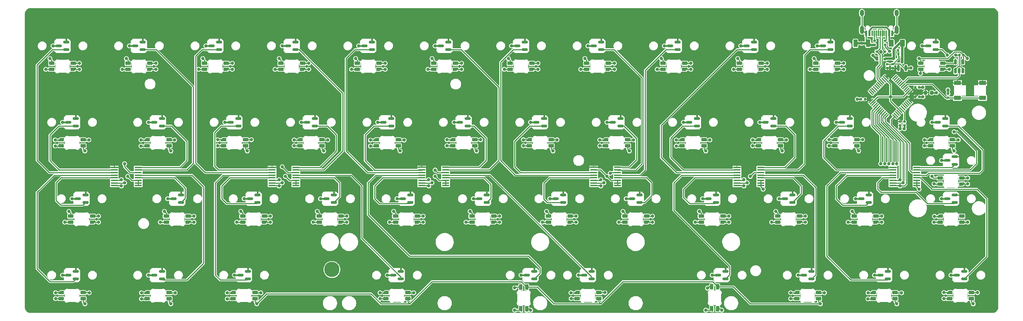
<source format=gbr>
%TF.GenerationSoftware,KiCad,Pcbnew,(7.0.0)*%
%TF.CreationDate,2023-09-24T22:25:07+02:00*%
%TF.ProjectId,vootington,766f6f74-696e-4677-946f-6e2e6b696361,rev?*%
%TF.SameCoordinates,Original*%
%TF.FileFunction,Copper,L2,Bot*%
%TF.FilePolarity,Positive*%
%FSLAX46Y46*%
G04 Gerber Fmt 4.6, Leading zero omitted, Abs format (unit mm)*
G04 Created by KiCad (PCBNEW (7.0.0)) date 2023-09-24 22:25:07*
%MOMM*%
%LPD*%
G01*
G04 APERTURE LIST*
G04 Aperture macros list*
%AMRoundRect*
0 Rectangle with rounded corners*
0 $1 Rounding radius*
0 $2 $3 $4 $5 $6 $7 $8 $9 X,Y pos of 4 corners*
0 Add a 4 corners polygon primitive as box body*
4,1,4,$2,$3,$4,$5,$6,$7,$8,$9,$2,$3,0*
0 Add four circle primitives for the rounded corners*
1,1,$1+$1,$2,$3*
1,1,$1+$1,$4,$5*
1,1,$1+$1,$6,$7*
1,1,$1+$1,$8,$9*
0 Add four rect primitives between the rounded corners*
20,1,$1+$1,$2,$3,$4,$5,0*
20,1,$1+$1,$4,$5,$6,$7,0*
20,1,$1+$1,$6,$7,$8,$9,0*
20,1,$1+$1,$8,$9,$2,$3,0*%
%AMFreePoly0*
4,1,18,-0.410000,0.593000,-0.403758,0.624380,-0.385983,0.650983,-0.359380,0.668758,-0.328000,0.675000,0.328000,0.675000,0.359380,0.668758,0.385983,0.650983,0.403758,0.624380,0.410000,0.593000,0.410000,-0.593000,0.403758,-0.624380,0.385983,-0.650983,0.359380,-0.668758,0.328000,-0.675000,0.000000,-0.675000,-0.410000,-0.265000,-0.410000,0.593000,-0.410000,0.593000,$1*%
G04 Aperture macros list end*
%TA.AperFunction,ComponentPad*%
%ADD10C,3.800000*%
%TD*%
%TA.AperFunction,SMDPad,CuDef*%
%ADD11RoundRect,0.082000X-0.328000X-0.593000X0.328000X-0.593000X0.328000X0.593000X-0.328000X0.593000X0*%
%TD*%
%TA.AperFunction,SMDPad,CuDef*%
%ADD12FreePoly0,0.000000*%
%TD*%
%TA.AperFunction,SMDPad,CuDef*%
%ADD13RoundRect,0.150000X0.150000X-0.512500X0.150000X0.512500X-0.150000X0.512500X-0.150000X-0.512500X0*%
%TD*%
%TA.AperFunction,SMDPad,CuDef*%
%ADD14RoundRect,0.150000X0.587500X0.150000X-0.587500X0.150000X-0.587500X-0.150000X0.587500X-0.150000X0*%
%TD*%
%TA.AperFunction,SMDPad,CuDef*%
%ADD15R,1.778000X0.419100*%
%TD*%
%TA.AperFunction,SMDPad,CuDef*%
%ADD16RoundRect,0.082000X-0.593000X0.328000X-0.593000X-0.328000X0.593000X-0.328000X0.593000X0.328000X0*%
%TD*%
%TA.AperFunction,SMDPad,CuDef*%
%ADD17FreePoly0,270.000000*%
%TD*%
%TA.AperFunction,SMDPad,CuDef*%
%ADD18RoundRect,0.082000X0.593000X-0.328000X0.593000X0.328000X-0.593000X0.328000X-0.593000X-0.328000X0*%
%TD*%
%TA.AperFunction,SMDPad,CuDef*%
%ADD19FreePoly0,90.000000*%
%TD*%
%TA.AperFunction,SMDPad,CuDef*%
%ADD20R,1.800000X1.100000*%
%TD*%
%TA.AperFunction,SMDPad,CuDef*%
%ADD21RoundRect,0.075000X0.521491X-0.415425X-0.415425X0.521491X-0.521491X0.415425X0.415425X-0.521491X0*%
%TD*%
%TA.AperFunction,SMDPad,CuDef*%
%ADD22RoundRect,0.075000X0.521491X0.415425X0.415425X0.521491X-0.521491X-0.415425X-0.415425X-0.521491X0*%
%TD*%
%TA.AperFunction,SMDPad,CuDef*%
%ADD23RoundRect,0.140000X0.140000X0.170000X-0.140000X0.170000X-0.140000X-0.170000X0.140000X-0.170000X0*%
%TD*%
%TA.AperFunction,SMDPad,CuDef*%
%ADD24RoundRect,0.135000X0.185000X-0.135000X0.185000X0.135000X-0.185000X0.135000X-0.185000X-0.135000X0*%
%TD*%
%TA.AperFunction,SMDPad,CuDef*%
%ADD25RoundRect,0.140000X-0.170000X0.140000X-0.170000X-0.140000X0.170000X-0.140000X0.170000X0.140000X0*%
%TD*%
%TA.AperFunction,SMDPad,CuDef*%
%ADD26R,0.700000X1.000000*%
%TD*%
%TA.AperFunction,SMDPad,CuDef*%
%ADD27R,0.700000X0.600000*%
%TD*%
%TA.AperFunction,SMDPad,CuDef*%
%ADD28RoundRect,0.140000X-0.140000X-0.170000X0.140000X-0.170000X0.140000X0.170000X-0.140000X0.170000X0*%
%TD*%
%TA.AperFunction,SMDPad,CuDef*%
%ADD29R,0.600000X1.450000*%
%TD*%
%TA.AperFunction,SMDPad,CuDef*%
%ADD30R,0.300000X1.450000*%
%TD*%
%TA.AperFunction,ComponentPad*%
%ADD31O,1.000000X1.600000*%
%TD*%
%TA.AperFunction,ComponentPad*%
%ADD32O,1.000000X2.100000*%
%TD*%
%TA.AperFunction,SMDPad,CuDef*%
%ADD33RoundRect,0.140000X0.170000X-0.140000X0.170000X0.140000X-0.170000X0.140000X-0.170000X-0.140000X0*%
%TD*%
%TA.AperFunction,SMDPad,CuDef*%
%ADD34RoundRect,0.250000X-0.275000X-0.700000X0.275000X-0.700000X0.275000X0.700000X-0.275000X0.700000X0*%
%TD*%
%TA.AperFunction,SMDPad,CuDef*%
%ADD35RoundRect,0.225000X-0.225000X-0.250000X0.225000X-0.250000X0.225000X0.250000X-0.225000X0.250000X0*%
%TD*%
%TA.AperFunction,SMDPad,CuDef*%
%ADD36RoundRect,0.150000X0.150000X-0.587500X0.150000X0.587500X-0.150000X0.587500X-0.150000X-0.587500X0*%
%TD*%
%TA.AperFunction,SMDPad,CuDef*%
%ADD37RoundRect,0.250000X-0.375000X-0.625000X0.375000X-0.625000X0.375000X0.625000X-0.375000X0.625000X0*%
%TD*%
%TA.AperFunction,ViaPad*%
%ADD38C,0.800000*%
%TD*%
%TA.AperFunction,Conductor*%
%ADD39C,0.250000*%
%TD*%
%TA.AperFunction,Conductor*%
%ADD40C,0.381000*%
%TD*%
%TA.AperFunction,Conductor*%
%ADD41C,0.600000*%
%TD*%
%TA.AperFunction,Conductor*%
%ADD42C,0.200000*%
%TD*%
G04 APERTURE END LIST*
D10*
%TO.P,H6,1*%
%TO.N,N/C*%
X103662500Y-97024000D03*
%TD*%
D11*
%TO.P,D38,1,VDD*%
%TO.N,+5V*%
X152212750Y-101395000D03*
%TO.P,D38,2,DOUT*%
%TO.N,Net-(D38-DOUT)*%
X150712750Y-101395000D03*
%TO.P,D38,3,DIN*%
%TO.N,Net-(D38-DIN)*%
X152212750Y-106845000D03*
D12*
%TO.P,D38,4,VSS*%
%TO.N,GND*%
X150712749Y-106844999D03*
%TD*%
D13*
%TO.P,U46,1*%
%TO.N,GND*%
X260982500Y-47492500D03*
%TO.P,U46,2*%
%TO.N,RGB MCU*%
X260032500Y-47492500D03*
%TO.P,U46,3,GND*%
%TO.N,GND*%
X259082500Y-47492500D03*
%TO.P,U46,4*%
%TO.N,RGB*%
X259082500Y-45217500D03*
%TO.P,U46,5,VCC*%
%TO.N,+5V*%
X260982500Y-45217500D03*
%TD*%
D14*
%TO.P,U45,1,VDD*%
%TO.N,+3V3*%
X258906250Y-68900000D03*
%TO.P,U45,2,OUT*%
%TO.N,K_47*%
X258906250Y-70800000D03*
%TO.P,U45,3,GND*%
%TO.N,GND*%
X257031250Y-69850000D03*
%TD*%
D15*
%TO.P,U53,1,A4*%
%TO.N,K_22*%
X210569635Y-71563904D03*
%TO.P,U53,2,A6*%
%TO.N,K_11*%
X210569635Y-72214144D03*
%TO.P,U53,3,A*%
%TO.N,ADC1*%
X210569635Y-72864384D03*
%TO.P,U53,4,A7*%
%TO.N,K_44*%
X210569635Y-73514624D03*
%TO.P,U53,5,A5*%
%TO.N,K_34*%
X210569635Y-74159784D03*
%TO.P,U53,6,~{E}*%
%TO.N,GND*%
X210569635Y-74810024D03*
%TO.P,U53,7,VEE*%
X210569635Y-75460264D03*
%TO.P,U53,8,GND*%
X210569635Y-76110504D03*
%TO.P,U53,9,S2*%
%TO.N,SELECT2*%
X204620955Y-76110504D03*
%TO.P,U53,10,S1*%
%TO.N,SELECT1*%
X204620955Y-75460264D03*
%TO.P,U53,11,S0*%
%TO.N,SELECT0*%
X204620955Y-74810024D03*
%TO.P,U53,12,A3*%
%TO.N,K_33*%
X204620955Y-74159784D03*
%TO.P,U53,13,A0*%
%TO.N,K_43*%
X204620955Y-73514624D03*
%TO.P,U53,14,A1*%
%TO.N,K_10*%
X204620955Y-72864384D03*
%TO.P,U53,15,A2*%
%TO.N,K_21*%
X204620955Y-72214144D03*
%TO.P,U53,16,VCC*%
%TO.N,+3V3*%
X204620955Y-71563904D03*
%TD*%
D16*
%TO.P,D42,1,VDD*%
%TO.N,+5V*%
X41618750Y-104279000D03*
%TO.P,D42,2,DOUT*%
%TO.N,Net-(D41-DIN)*%
X41618750Y-102779000D03*
%TO.P,D42,3,DIN*%
%TO.N,Net-(D32-DOUT)*%
X36168750Y-104279000D03*
D17*
%TO.P,D42,4,VSS*%
%TO.N,GND*%
X36168749Y-102778999D03*
%TD*%
D14*
%TO.P,U43,1,VDD*%
%TO.N,+3V3*%
X201756250Y-97475000D03*
%TO.P,U43,2,OUT*%
%TO.N,K_43*%
X201756250Y-99375000D03*
%TO.P,U43,3,GND*%
%TO.N,GND*%
X199881250Y-98425000D03*
%TD*%
D18*
%TO.P,D6,1,VDD*%
%TO.N,+5V*%
X109987500Y-45629000D03*
%TO.P,D6,2,DOUT*%
%TO.N,Net-(D5-DIN)*%
X109987500Y-47129000D03*
%TO.P,D6,3,DIN*%
%TO.N,Net-(D6-DIN)*%
X115437500Y-45629000D03*
D19*
%TO.P,D6,4,VSS*%
%TO.N,GND*%
X115437499Y-47128999D03*
%TD*%
D14*
%TO.P,U39,1,VDD*%
%TO.N,+3V3*%
X39831250Y-97475000D03*
%TO.P,U39,2,OUT*%
%TO.N,K_37*%
X39831250Y-99375000D03*
%TO.P,U39,3,GND*%
%TO.N,GND*%
X37956250Y-98425000D03*
%TD*%
D18*
%TO.P,D32,1,VDD*%
%TO.N,+5V*%
X38550000Y-83729000D03*
%TO.P,D32,2,DOUT*%
%TO.N,Net-(D32-DOUT)*%
X38550000Y-85229000D03*
%TO.P,D32,3,DIN*%
%TO.N,Net-(D32-DIN)*%
X44000000Y-83729000D03*
D19*
%TO.P,D32,4,VSS*%
%TO.N,GND*%
X43999999Y-85228999D03*
%TD*%
D14*
%TO.P,U9,1,VDD*%
%TO.N,+3V3*%
X151750000Y-40325000D03*
%TO.P,U9,2,OUT*%
%TO.N,K_7*%
X151750000Y-42225000D03*
%TO.P,U9,3,GND*%
%TO.N,GND*%
X149875000Y-41275000D03*
%TD*%
D18*
%TO.P,D29,1,VDD*%
%TO.N,+5V*%
X214762500Y-83729000D03*
%TO.P,D29,2,DOUT*%
%TO.N,Net-(D28-DIN)*%
X214762500Y-85229000D03*
%TO.P,D29,3,DIN*%
%TO.N,Net-(D29-DIN)*%
X220212500Y-83729000D03*
D19*
%TO.P,D29,4,VSS*%
%TO.N,GND*%
X220212499Y-85228999D03*
%TD*%
D16*
%TO.P,D45,1,VDD*%
%TO.N,+5V*%
X263075000Y-104279000D03*
%TO.P,D45,2,DOUT*%
%TO.N,Net-(D44-DIN)*%
X263075000Y-102779000D03*
%TO.P,D45,3,DIN*%
%TO.N,Net-(D45-DIN)*%
X257625000Y-104279000D03*
D17*
%TO.P,D45,4,VSS*%
%TO.N,GND*%
X257624999Y-102778999D03*
%TD*%
D14*
%TO.P,U35,1,VDD*%
%TO.N,+3V3*%
X85075000Y-78425000D03*
%TO.P,U35,2,OUT*%
%TO.N,K_27*%
X85075000Y-80325000D03*
%TO.P,U35,3,GND*%
%TO.N,GND*%
X83200000Y-79375000D03*
%TD*%
%TO.P,U48,1,VDD*%
%TO.N,+3V3*%
X120793750Y-97475000D03*
%TO.P,U48,2,OUT*%
%TO.N,K_40*%
X120793750Y-99375000D03*
%TO.P,U48,3,GND*%
%TO.N,GND*%
X118918750Y-98425000D03*
%TD*%
D20*
%TO.P,SW1,1,1*%
%TO.N,+3V3*%
X265831249Y-50537499D03*
X259631249Y-50537499D03*
%TO.P,SW1,2,2*%
%TO.N,BOOT0*%
X265831249Y-54237499D03*
X259631249Y-54237499D03*
%TD*%
D21*
%TO.P,U59,1,VBAT*%
%TO.N,+3V3*%
X247775376Y-54973788D03*
%TO.P,U59,2,PC13*%
%TO.N,unconnected-(U59-PC13-Pad2)*%
X247421822Y-55327342D03*
%TO.P,U59,3,PC14*%
%TO.N,unconnected-(U59-PC14-Pad3)*%
X247068269Y-55680895D03*
%TO.P,U59,4,PC15*%
%TO.N,unconnected-(U59-PC15-Pad4)*%
X246714715Y-56034449D03*
%TO.P,U59,5,PF0*%
%TO.N,unconnected-(U59-PF0-Pad5)*%
X246361162Y-56388002D03*
%TO.P,U59,6,PF1*%
%TO.N,unconnected-(U59-PF1-Pad6)*%
X246007609Y-56741555D03*
%TO.P,U59,7,NRST*%
%TO.N,NRST*%
X245654055Y-57095109D03*
%TO.P,U59,8,VSSA*%
%TO.N,GND*%
X245300502Y-57448662D03*
%TO.P,U59,9,VDDA*%
%TO.N,+3V3*%
X244946949Y-57802215D03*
%TO.P,U59,10,PA0*%
%TO.N,unconnected-(U59-PA0-Pad10)*%
X244593395Y-58155769D03*
%TO.P,U59,11,PA1*%
%TO.N,unconnected-(U59-PA1-Pad11)*%
X244239842Y-58509322D03*
%TO.P,U59,12,PA2*%
%TO.N,ADC0*%
X243886288Y-58862876D03*
D22*
%TO.P,U59,13,PA3*%
%TO.N,SELECT2*%
X241888712Y-58862876D03*
%TO.P,U59,14,PA4*%
%TO.N,SELECT1*%
X241535158Y-58509322D03*
%TO.P,U59,15,PA5*%
%TO.N,SELECT0*%
X241181605Y-58155769D03*
%TO.P,U59,16,PA6*%
%TO.N,ADC1*%
X240828051Y-57802215D03*
%TO.P,U59,17,PA7*%
%TO.N,ADC2*%
X240474498Y-57448662D03*
%TO.P,U59,18,PB0*%
%TO.N,ADC3*%
X240120945Y-57095109D03*
%TO.P,U59,19,PB1*%
%TO.N,ADC4*%
X239767391Y-56741555D03*
%TO.P,U59,20,PB2*%
%TO.N,ADC5*%
X239413838Y-56388002D03*
%TO.P,U59,21,PB10*%
%TO.N,unconnected-(U59-PB10-Pad21)*%
X239060285Y-56034449D03*
%TO.P,U59,22,PB11*%
%TO.N,unconnected-(U59-PB11-Pad22)*%
X238706731Y-55680895D03*
%TO.P,U59,23,VSS*%
%TO.N,GND*%
X238353178Y-55327342D03*
%TO.P,U59,24,VDD*%
%TO.N,+3V3*%
X237999624Y-54973788D03*
D21*
%TO.P,U59,25,PB12*%
%TO.N,unconnected-(U59-PB12-Pad25)*%
X237999624Y-52976212D03*
%TO.P,U59,26,PB13*%
%TO.N,unconnected-(U59-PB13-Pad26)*%
X238353178Y-52622658D03*
%TO.P,U59,27,PB14*%
%TO.N,unconnected-(U59-PB14-Pad27)*%
X238706731Y-52269105D03*
%TO.P,U59,28,PB15*%
%TO.N,unconnected-(U59-PB15-Pad28)*%
X239060285Y-51915551D03*
%TO.P,U59,29,PA8*%
%TO.N,unconnected-(U59-PA8-Pad29)*%
X239413838Y-51561998D03*
%TO.P,U59,30,PA9*%
%TO.N,unconnected-(U59-PA9-Pad30)*%
X239767391Y-51208445D03*
%TO.P,U59,31,PA10*%
%TO.N,unconnected-(U59-PA10-Pad31)*%
X240120945Y-50854891D03*
%TO.P,U59,32,PA11*%
%TO.N,D_N*%
X240474498Y-50501338D03*
%TO.P,U59,33,PA12*%
%TO.N,D_P*%
X240828051Y-50147785D03*
%TO.P,U59,34,PA13*%
%TO.N,unconnected-(U59-PA13-Pad34)*%
X241181605Y-49794231D03*
%TO.P,U59,35,VSS*%
%TO.N,GND*%
X241535158Y-49440678D03*
%TO.P,U59,36,VDDIO2*%
%TO.N,+3V3*%
X241888712Y-49087124D03*
D22*
%TO.P,U59,37,PA14*%
%TO.N,unconnected-(U59-PA14-Pad37)*%
X243886288Y-49087124D03*
%TO.P,U59,38,PA15*%
%TO.N,unconnected-(U59-PA15-Pad38)*%
X244239842Y-49440678D03*
%TO.P,U59,39,PB3*%
%TO.N,unconnected-(U59-PB3-Pad39)*%
X244593395Y-49794231D03*
%TO.P,U59,40,PB4*%
%TO.N,unconnected-(U59-PB4-Pad40)*%
X244946949Y-50147785D03*
%TO.P,U59,41,PB5*%
%TO.N,unconnected-(U59-PB5-Pad41)*%
X245300502Y-50501338D03*
%TO.P,U59,42,PB6*%
%TO.N,RGB MCU*%
X245654055Y-50854891D03*
%TO.P,U59,43,PB7*%
%TO.N,unconnected-(U59-PB7-Pad43)*%
X246007609Y-51208445D03*
%TO.P,U59,44,BOOT0*%
%TO.N,BOOT0*%
X246361162Y-51561998D03*
%TO.P,U59,45,PB8*%
%TO.N,unconnected-(U59-PB8-Pad45)*%
X246714715Y-51915551D03*
%TO.P,U59,46,PB9*%
%TO.N,unconnected-(U59-PB9-Pad46)*%
X247068269Y-52269105D03*
%TO.P,U59,47,VSS*%
%TO.N,GND*%
X247421822Y-52622658D03*
%TO.P,U59,48,VDD*%
%TO.N,+3V3*%
X247775376Y-52976212D03*
%TD*%
D18*
%TO.P,D10,1,VDD*%
%TO.N,+5V*%
X186187500Y-45629000D03*
%TO.P,D10,2,DOUT*%
%TO.N,Net-(D10-DOUT)*%
X186187500Y-47129000D03*
%TO.P,D10,3,DIN*%
%TO.N,Net-(D10-DIN)*%
X191637500Y-45629000D03*
D19*
%TO.P,D10,4,VSS*%
%TO.N,GND*%
X191637499Y-47128999D03*
%TD*%
D23*
%TO.P,C6,1*%
%TO.N,+5V*%
X245774634Y-42346718D03*
%TO.P,C6,2*%
%TO.N,GND*%
X244814634Y-42346718D03*
%TD*%
D16*
%TO.P,D40,1,VDD*%
%TO.N,+5V*%
X84481250Y-104279000D03*
%TO.P,D40,2,DOUT*%
%TO.N,Net-(D39-DIN)*%
X84481250Y-102779000D03*
%TO.P,D40,3,DIN*%
%TO.N,Net-(D40-DIN)*%
X79031250Y-104279000D03*
D17*
%TO.P,D40,4,VSS*%
%TO.N,GND*%
X79031249Y-102778999D03*
%TD*%
D24*
%TO.P,R3,1*%
%TO.N,GND*%
X238918750Y-40991250D03*
%TO.P,R3,2*%
%TO.N,Net-(J2-CC1)*%
X238918750Y-39971250D03*
%TD*%
D25*
%TO.P,C29,1*%
%TO.N,NRST*%
X246345055Y-60165152D03*
%TO.P,C29,2*%
%TO.N,GND*%
X246345055Y-61125152D03*
%TD*%
D16*
%TO.P,D18,1,VDD*%
%TO.N,+5V*%
X63050000Y-66179000D03*
%TO.P,D18,2,DOUT*%
%TO.N,Net-(D17-DIN)*%
X63050000Y-64679000D03*
%TO.P,D18,3,DIN*%
%TO.N,Net-(D18-DIN)*%
X57600000Y-66179000D03*
D17*
%TO.P,D18,4,VSS*%
%TO.N,GND*%
X57599999Y-64678999D03*
%TD*%
D16*
%TO.P,D16,1,VDD*%
%TO.N,+5V*%
X101150000Y-66179000D03*
%TO.P,D16,2,DOUT*%
%TO.N,Net-(D15-DIN)*%
X101150000Y-64679000D03*
%TO.P,D16,3,DIN*%
%TO.N,Net-(D16-DIN)*%
X95700000Y-66179000D03*
D17*
%TO.P,D16,4,VSS*%
%TO.N,GND*%
X95699999Y-64678999D03*
%TD*%
D14*
%TO.P,U37,1,VDD*%
%TO.N,+3V3*%
X199375000Y-78425000D03*
%TO.P,U37,2,OUT*%
%TO.N,K_33*%
X199375000Y-80325000D03*
%TO.P,U37,3,GND*%
%TO.N,GND*%
X197500000Y-79375000D03*
%TD*%
%TO.P,U18,1,VDD*%
%TO.N,+3V3*%
X137462500Y-59375000D03*
%TO.P,U18,2,OUT*%
%TO.N,K_18*%
X137462500Y-61275000D03*
%TO.P,U18,3,GND*%
%TO.N,GND*%
X135587500Y-60325000D03*
%TD*%
D26*
%TO.P,U58,1,GND*%
%TO.N,GND*%
X239506249Y-44406249D03*
D27*
%TO.P,U58,2,I/O1*%
%TO.N,D_N*%
X239506249Y-42706249D03*
%TO.P,U58,3,I/O2*%
%TO.N,D_P*%
X241506249Y-42706249D03*
%TO.P,U58,4,VCC*%
%TO.N,+5V*%
X241506249Y-44606249D03*
%TD*%
D14*
%TO.P,U11,1,VDD*%
%TO.N,+3V3*%
X227950000Y-40325000D03*
%TO.P,U11,2,OUT*%
%TO.N,K_11*%
X227950000Y-42225000D03*
%TO.P,U11,3,GND*%
%TO.N,GND*%
X226075000Y-41275000D03*
%TD*%
%TO.P,U22,1,VDD*%
%TO.N,+3V3*%
X256525000Y-59375000D03*
%TO.P,U22,2,OUT*%
%TO.N,K_24*%
X256525000Y-61275000D03*
%TO.P,U22,3,GND*%
%TO.N,GND*%
X254650000Y-60325000D03*
%TD*%
%TO.P,U19,1,VDD*%
%TO.N,+3V3*%
X156512500Y-59375000D03*
%TO.P,U19,2,OUT*%
%TO.N,K_19*%
X156512500Y-61275000D03*
%TO.P,U19,3,GND*%
%TO.N,GND*%
X154637500Y-60325000D03*
%TD*%
D28*
%TO.P,C4,1*%
%TO.N,GND*%
X244819051Y-43317532D03*
%TO.P,C4,2*%
%TO.N,+5V*%
X245779051Y-43317532D03*
%TD*%
D18*
%TO.P,D4,1,VDD*%
%TO.N,+5V*%
X71887500Y-45629000D03*
%TO.P,D4,2,DOUT*%
%TO.N,Net-(D3-DIN)*%
X71887500Y-47129000D03*
%TO.P,D4,3,DIN*%
%TO.N,Net-(D4-DIN)*%
X77337500Y-45629000D03*
D19*
%TO.P,D4,4,VSS*%
%TO.N,GND*%
X77337499Y-47128999D03*
%TD*%
D16*
%TO.P,D15,1,VDD*%
%TO.N,+5V*%
X120200000Y-66179000D03*
%TO.P,D15,2,DOUT*%
%TO.N,Net-(D14-DIN)*%
X120200000Y-64679000D03*
%TO.P,D15,3,DIN*%
%TO.N,Net-(D15-DIN)*%
X114750000Y-66179000D03*
D17*
%TO.P,D15,4,VSS*%
%TO.N,GND*%
X114749999Y-64678999D03*
%TD*%
D16*
%TO.P,D22,1,VDD*%
%TO.N,+5V*%
X215450000Y-66179000D03*
%TO.P,D22,2,DOUT*%
%TO.N,Net-(D21-DIN)*%
X215450000Y-64679000D03*
%TO.P,D22,3,DIN*%
%TO.N,Net-(D22-DIN)*%
X210000000Y-66179000D03*
D17*
%TO.P,D22,4,VSS*%
%TO.N,GND*%
X209999999Y-64678999D03*
%TD*%
D18*
%TO.P,D31,1,VDD*%
%TO.N,+5V*%
X255243750Y-74204000D03*
%TO.P,D31,2,DOUT*%
%TO.N,Net-(D30-DIN)*%
X255243750Y-75704000D03*
%TO.P,D31,3,DIN*%
%TO.N,Net-(D20-DOUT)*%
X260693750Y-74204000D03*
D19*
%TO.P,D31,4,VSS*%
%TO.N,GND*%
X260693749Y-75703999D03*
%TD*%
D14*
%TO.P,U30,1,VDD*%
%TO.N,+3V3*%
X142225000Y-78425000D03*
%TO.P,U30,2,OUT*%
%TO.N,K_30*%
X142225000Y-80325000D03*
%TO.P,U30,3,GND*%
%TO.N,GND*%
X140350000Y-79375000D03*
%TD*%
D18*
%TO.P,D2,1,VDD*%
%TO.N,+5V*%
X33787500Y-45629000D03*
%TO.P,D2,2,DOUT*%
%TO.N,Net-(D19-DIN)*%
X33787500Y-47129000D03*
%TO.P,D2,3,DIN*%
%TO.N,Net-(D2-DIN)*%
X39237500Y-45629000D03*
D19*
%TO.P,D2,4,VSS*%
%TO.N,GND*%
X39237499Y-47128999D03*
%TD*%
D14*
%TO.P,U8,1,VDD*%
%TO.N,+3V3*%
X132700000Y-40325000D03*
%TO.P,U8,2,OUT*%
%TO.N,K_6*%
X132700000Y-42225000D03*
%TO.P,U8,3,GND*%
%TO.N,GND*%
X130825000Y-41275000D03*
%TD*%
D25*
%TO.P,C11,1*%
%TO.N,+3V3*%
X245268750Y-60158750D03*
%TO.P,C11,2*%
%TO.N,GND*%
X245268750Y-61118750D03*
%TD*%
D14*
%TO.P,U41,1,VDD*%
%TO.N,+3V3*%
X154131250Y-97475000D03*
%TO.P,U41,2,OUT*%
%TO.N,K_41*%
X154131250Y-99375000D03*
%TO.P,U41,3,GND*%
%TO.N,GND*%
X152256250Y-98425000D03*
%TD*%
D24*
%TO.P,R4,1*%
%TO.N,GND*%
X241553411Y-40991249D03*
%TO.P,R4,2*%
%TO.N,Net-(J2-CC2)*%
X241553411Y-39971249D03*
%TD*%
D16*
%TO.P,D19,1,VDD*%
%TO.N,+5V*%
X41618750Y-66179000D03*
%TO.P,D19,2,DOUT*%
%TO.N,Net-(D18-DIN)*%
X41618750Y-64679000D03*
%TO.P,D19,3,DIN*%
%TO.N,Net-(D19-DIN)*%
X36168750Y-66179000D03*
D17*
%TO.P,D19,4,VSS*%
%TO.N,GND*%
X36168749Y-64678999D03*
%TD*%
D18*
%TO.P,D28,1,VDD*%
%TO.N,+5V*%
X195712500Y-83729000D03*
%TO.P,D28,2,DOUT*%
%TO.N,Net-(D27-DIN)*%
X195712500Y-85229000D03*
%TO.P,D28,3,DIN*%
%TO.N,Net-(D28-DIN)*%
X201162500Y-83729000D03*
D19*
%TO.P,D28,4,VSS*%
%TO.N,GND*%
X201162499Y-85228999D03*
%TD*%
D14*
%TO.P,U29,1,VDD*%
%TO.N,+3V3*%
X123175000Y-78425000D03*
%TO.P,U29,2,OUT*%
%TO.N,K_29*%
X123175000Y-80325000D03*
%TO.P,U29,3,GND*%
%TO.N,GND*%
X121300000Y-79375000D03*
%TD*%
D18*
%TO.P,D12,1,VDD*%
%TO.N,+5V*%
X224287500Y-45629000D03*
%TO.P,D12,2,DOUT*%
%TO.N,Net-(D11-DIN)*%
X224287500Y-47129000D03*
%TO.P,D12,3,DIN*%
%TO.N,Net-(D12-DIN)*%
X229737500Y-45629000D03*
D19*
%TO.P,D12,4,VSS*%
%TO.N,GND*%
X229737499Y-47128999D03*
%TD*%
D14*
%TO.P,U47,1,VDD*%
%TO.N,+3V3*%
X82693750Y-97475000D03*
%TO.P,U47,2,OUT*%
%TO.N,K_39*%
X82693750Y-99375000D03*
%TO.P,U47,3,GND*%
%TO.N,GND*%
X80818750Y-98425000D03*
%TD*%
D23*
%TO.P,C1,1*%
%TO.N,+3V3*%
X236541368Y-54558187D03*
%TO.P,C1,2*%
%TO.N,GND*%
X235581368Y-54558187D03*
%TD*%
D11*
%TO.P,D48,1,VDD*%
%TO.N,+5V*%
X199825749Y-101338000D03*
%TO.P,D48,2,DOUT*%
%TO.N,Net-(D47-DIN)*%
X198325749Y-101338000D03*
%TO.P,D48,3,DIN*%
%TO.N,Net-(D48-DIN)*%
X199825749Y-106788000D03*
D12*
%TO.P,D48,4,VSS*%
%TO.N,GND*%
X198325748Y-106787999D03*
%TD*%
D14*
%TO.P,U32,1,VDD*%
%TO.N,+3V3*%
X180325000Y-78425000D03*
%TO.P,U32,2,OUT*%
%TO.N,K_32*%
X180325000Y-80325000D03*
%TO.P,U32,3,GND*%
%TO.N,GND*%
X178450000Y-79375000D03*
%TD*%
%TO.P,U28,1,VDD*%
%TO.N,+3V3*%
X66025000Y-78425000D03*
%TO.P,U28,2,OUT*%
%TO.N,K_26*%
X66025000Y-80325000D03*
%TO.P,U28,3,GND*%
%TO.N,GND*%
X64150000Y-79375000D03*
%TD*%
D15*
%TO.P,U57,1,A4*%
%TO.N,K_14*%
X55361839Y-71545449D03*
%TO.P,U57,2,A6*%
%TO.N,K_2*%
X55361839Y-72195689D03*
%TO.P,U57,3,A*%
%TO.N,ADC5*%
X55361839Y-72845929D03*
%TO.P,U57,4,A7*%
%TO.N,K_38*%
X55361839Y-73496169D03*
%TO.P,U57,5,A5*%
%TO.N,K_26*%
X55361839Y-74141329D03*
%TO.P,U57,6,~{E}*%
%TO.N,GND*%
X55361839Y-74791569D03*
%TO.P,U57,7,VEE*%
X55361839Y-75441809D03*
%TO.P,U57,8,GND*%
X55361839Y-76092049D03*
%TO.P,U57,9,S2*%
%TO.N,SELECT2*%
X49413159Y-76092049D03*
%TO.P,U57,10,S1*%
%TO.N,SELECT1*%
X49413159Y-75441809D03*
%TO.P,U57,11,S0*%
%TO.N,SELECT0*%
X49413159Y-74791569D03*
%TO.P,U57,12,A3*%
%TO.N,K_25*%
X49413159Y-74141329D03*
%TO.P,U57,13,A0*%
%TO.N,K_37*%
X49413159Y-73496169D03*
%TO.P,U57,14,A1*%
%TO.N,K_1*%
X49413159Y-72845929D03*
%TO.P,U57,15,A2*%
%TO.N,K_13*%
X49413159Y-72195689D03*
%TO.P,U57,16,VCC*%
%TO.N,+3V3*%
X49413159Y-71545449D03*
%TD*%
D14*
%TO.P,U4,1,VDD*%
%TO.N,+3V3*%
X37450000Y-40325000D03*
%TO.P,U4,2,OUT*%
%TO.N,K_1*%
X37450000Y-42225000D03*
%TO.P,U4,3,GND*%
%TO.N,GND*%
X35575000Y-41275000D03*
%TD*%
%TO.P,U33,1,VDD*%
%TO.N,+3V3*%
X237475000Y-78425000D03*
%TO.P,U33,2,OUT*%
%TO.N,K_35*%
X237475000Y-80325000D03*
%TO.P,U33,3,GND*%
%TO.N,GND*%
X235600000Y-79375000D03*
%TD*%
%TO.P,U50,1,VDD*%
%TO.N,+3V3*%
X261287500Y-97475000D03*
%TO.P,U50,2,OUT*%
%TO.N,K_46*%
X261287500Y-99375000D03*
%TO.P,U50,3,GND*%
%TO.N,GND*%
X259412500Y-98425000D03*
%TD*%
%TO.P,U40,1,VDD*%
%TO.N,+3V3*%
X61262500Y-97475000D03*
%TO.P,U40,2,OUT*%
%TO.N,K_38*%
X61262500Y-99375000D03*
%TO.P,U40,3,GND*%
%TO.N,GND*%
X59387500Y-98425000D03*
%TD*%
%TO.P,U7,1,VDD*%
%TO.N,+3V3*%
X113650000Y-40325000D03*
%TO.P,U7,2,OUT*%
%TO.N,K_5*%
X113650000Y-42225000D03*
%TO.P,U7,3,GND*%
%TO.N,GND*%
X111775000Y-41275000D03*
%TD*%
%TO.P,U36,1,VDD*%
%TO.N,+3V3*%
X104125000Y-78425000D03*
%TO.P,U36,2,OUT*%
%TO.N,K_28*%
X104125000Y-80325000D03*
%TO.P,U36,3,GND*%
%TO.N,GND*%
X102250000Y-79375000D03*
%TD*%
%TO.P,U5,1,VDD*%
%TO.N,+3V3*%
X56500000Y-40325000D03*
%TO.P,U5,2,OUT*%
%TO.N,K_2*%
X56500000Y-42225000D03*
%TO.P,U5,3,GND*%
%TO.N,GND*%
X54625000Y-41275000D03*
%TD*%
D29*
%TO.P,J2,A1,GND*%
%TO.N,GND*%
X236843499Y-38176249D03*
%TO.P,J2,A4,VBUS*%
%TO.N,VBUS*%
X237643499Y-38176249D03*
D30*
%TO.P,J2,A5,CC1*%
%TO.N,Net-(J2-CC1)*%
X238843499Y-38176249D03*
%TO.P,J2,A6,D+*%
%TO.N,D_P*%
X239843499Y-38176249D03*
%TO.P,J2,A7,D-*%
%TO.N,D_N*%
X240343499Y-38176249D03*
%TO.P,J2,A8,SBU1*%
%TO.N,unconnected-(J2-SBU1-PadA8)*%
X241343499Y-38176249D03*
D29*
%TO.P,J2,A9,VBUS*%
%TO.N,VBUS*%
X242543499Y-38176249D03*
%TO.P,J2,A12,GND*%
%TO.N,GND*%
X243343499Y-38176249D03*
%TO.P,J2,B1,GND*%
X243343499Y-38176249D03*
%TO.P,J2,B4,VBUS*%
%TO.N,VBUS*%
X242543499Y-38176249D03*
D30*
%TO.P,J2,B5,CC2*%
%TO.N,Net-(J2-CC2)*%
X241843499Y-38176249D03*
%TO.P,J2,B6,D+*%
%TO.N,D_P*%
X240843499Y-38176249D03*
%TO.P,J2,B7,D-*%
%TO.N,D_N*%
X239343499Y-38176249D03*
%TO.P,J2,B8,SBU2*%
%TO.N,unconnected-(J2-SBU2-PadB8)*%
X238343499Y-38176249D03*
D29*
%TO.P,J2,B9,VBUS*%
%TO.N,VBUS*%
X237643499Y-38176249D03*
%TO.P,J2,B12,GND*%
%TO.N,GND*%
X236843499Y-38176249D03*
D31*
%TO.P,J2,S1,SHIELD*%
X235773499Y-33081249D03*
D32*
X235773499Y-37261249D03*
D31*
X244413499Y-33081249D03*
D32*
X244413499Y-37261249D03*
%TD*%
D14*
%TO.P,U10,1,VDD*%
%TO.N,+3V3*%
X170800000Y-40325000D03*
%TO.P,U10,2,OUT*%
%TO.N,K_8*%
X170800000Y-42225000D03*
%TO.P,U10,3,GND*%
%TO.N,GND*%
X168925000Y-41275000D03*
%TD*%
%TO.P,U44,1,VDD*%
%TO.N,+3V3*%
X223187500Y-97475000D03*
%TO.P,U44,2,OUT*%
%TO.N,K_44*%
X223187500Y-99375000D03*
%TO.P,U44,3,GND*%
%TO.N,GND*%
X221312500Y-98425000D03*
%TD*%
D16*
%TO.P,D47,1,VDD*%
%TO.N,+5V*%
X224975000Y-104279000D03*
%TO.P,D47,2,DOUT*%
%TO.N,Net-(D46-DIN)*%
X224975000Y-102779000D03*
%TO.P,D47,3,DIN*%
%TO.N,Net-(D47-DIN)*%
X219525000Y-104279000D03*
D17*
%TO.P,D47,4,VSS*%
%TO.N,GND*%
X219524999Y-102778999D03*
%TD*%
D15*
%TO.P,U54,1,A4*%
%TO.N,K_20*%
X174850885Y-71543434D03*
%TO.P,U54,2,A6*%
%TO.N,K_8*%
X174850885Y-72193674D03*
%TO.P,U54,3,A*%
%TO.N,ADC2*%
X174850885Y-72843914D03*
%TO.P,U54,4,A7*%
%TO.N,K_9*%
X174850885Y-73494154D03*
%TO.P,U54,5,A5*%
%TO.N,K_32*%
X174850885Y-74139314D03*
%TO.P,U54,6,~{E}*%
%TO.N,GND*%
X174850885Y-74789554D03*
%TO.P,U54,7,VEE*%
X174850885Y-75439794D03*
%TO.P,U54,8,GND*%
X174850885Y-76090034D03*
%TO.P,U54,9,S2*%
%TO.N,SELECT2*%
X168902205Y-76090034D03*
%TO.P,U54,10,S1*%
%TO.N,SELECT1*%
X168902205Y-75439794D03*
%TO.P,U54,11,S0*%
%TO.N,SELECT0*%
X168902205Y-74789554D03*
%TO.P,U54,12,A3*%
%TO.N,K_31*%
X168902205Y-74139314D03*
%TO.P,U54,13,A0*%
%TO.N,K_7*%
X168902205Y-73494154D03*
%TO.P,U54,14,A1*%
%TO.N,K_19*%
X168902205Y-72843914D03*
%TO.P,U54,15,A2*%
%TO.N,GND*%
X168902205Y-72193674D03*
%TO.P,U54,16,VCC*%
%TO.N,+3V3*%
X168902205Y-71543434D03*
%TD*%
D18*
%TO.P,D13,1,VDD*%
%TO.N,+5V*%
X250481250Y-45629000D03*
%TO.P,D13,2,DOUT*%
%TO.N,Net-(D12-DIN)*%
X250481250Y-47129000D03*
%TO.P,D13,3,DIN*%
%TO.N,RGB*%
X255931250Y-45629000D03*
D19*
%TO.P,D13,4,VSS*%
%TO.N,GND*%
X255931249Y-47128999D03*
%TD*%
D16*
%TO.P,D17,1,VDD*%
%TO.N,+5V*%
X82100000Y-66179000D03*
%TO.P,D17,2,DOUT*%
%TO.N,Net-(D16-DIN)*%
X82100000Y-64679000D03*
%TO.P,D17,3,DIN*%
%TO.N,Net-(D17-DIN)*%
X76650000Y-66179000D03*
D17*
%TO.P,D17,4,VSS*%
%TO.N,GND*%
X76649999Y-64678999D03*
%TD*%
D14*
%TO.P,U16,1,VDD*%
%TO.N,+3V3*%
X61262500Y-59375000D03*
%TO.P,U16,2,OUT*%
%TO.N,K_14*%
X61262500Y-61275000D03*
%TO.P,U16,3,GND*%
%TO.N,GND*%
X59387500Y-60325000D03*
%TD*%
%TO.P,U23,1,VDD*%
%TO.N,+3V3*%
X80312500Y-59375000D03*
%TO.P,U23,2,OUT*%
%TO.N,K_15*%
X80312500Y-61275000D03*
%TO.P,U23,3,GND*%
%TO.N,GND*%
X78437500Y-60325000D03*
%TD*%
D33*
%TO.P,C2,1*%
%TO.N,+3V3*%
X242093750Y-46807472D03*
%TO.P,C2,2*%
%TO.N,GND*%
X242093750Y-45847472D03*
%TD*%
D16*
%TO.P,D21,1,VDD*%
%TO.N,+5V*%
X234500000Y-66179000D03*
%TO.P,D21,2,DOUT*%
%TO.N,Net-(D20-DIN)*%
X234500000Y-64679000D03*
%TO.P,D21,3,DIN*%
%TO.N,Net-(D21-DIN)*%
X229050000Y-66179000D03*
D17*
%TO.P,D21,4,VSS*%
%TO.N,GND*%
X229049999Y-64678999D03*
%TD*%
D14*
%TO.P,U17,1,VDD*%
%TO.N,+3V3*%
X118412500Y-59375000D03*
%TO.P,U17,2,OUT*%
%TO.N,K_17*%
X118412500Y-61275000D03*
%TO.P,U17,3,GND*%
%TO.N,GND*%
X116537500Y-60325000D03*
%TD*%
D28*
%TO.P,C10,1*%
%TO.N,+3V3*%
X249071250Y-51593750D03*
%TO.P,C10,2*%
%TO.N,GND*%
X250031250Y-51593750D03*
%TD*%
D14*
%TO.P,U20,1,VDD*%
%TO.N,+3V3*%
X175562500Y-59375000D03*
%TO.P,U20,2,OUT*%
%TO.N,K_20*%
X175562500Y-61275000D03*
%TO.P,U20,3,GND*%
%TO.N,GND*%
X173687500Y-60325000D03*
%TD*%
D25*
%TO.P,C5,1*%
%TO.N,GND*%
X243424261Y-45847472D03*
%TO.P,C5,2*%
%TO.N,+3V3*%
X243424261Y-46807472D03*
%TD*%
D18*
%TO.P,D11,1,VDD*%
%TO.N,+5V*%
X205237500Y-45629000D03*
%TO.P,D11,2,DOUT*%
%TO.N,Net-(D10-DIN)*%
X205237500Y-47129000D03*
%TO.P,D11,3,DIN*%
%TO.N,Net-(D11-DIN)*%
X210687500Y-45629000D03*
D19*
%TO.P,D11,4,VSS*%
%TO.N,GND*%
X210687499Y-47128999D03*
%TD*%
D24*
%TO.P,R5,1*%
%TO.N,BOOT0*%
X257250000Y-54237500D03*
%TO.P,R5,2*%
%TO.N,GND*%
X257250000Y-53217500D03*
%TD*%
D18*
%TO.P,D7,1,VDD*%
%TO.N,+5V*%
X129037500Y-45629000D03*
%TO.P,D7,2,DOUT*%
%TO.N,Net-(D6-DIN)*%
X129037500Y-47129000D03*
%TO.P,D7,3,DIN*%
%TO.N,Net-(D7-DIN)*%
X134487500Y-45629000D03*
D19*
%TO.P,D7,4,VSS*%
%TO.N,GND*%
X134487499Y-47128999D03*
%TD*%
D16*
%TO.P,D25,1,VDD*%
%TO.N,+5V*%
X158300000Y-66179000D03*
%TO.P,D25,2,DOUT*%
%TO.N,Net-(D24-DIN)*%
X158300000Y-64679000D03*
%TO.P,D25,3,DIN*%
%TO.N,Net-(D14-DOUT)*%
X152850000Y-66179000D03*
D17*
%TO.P,D25,4,VSS*%
%TO.N,GND*%
X152849999Y-64678999D03*
%TD*%
D18*
%TO.P,D35,1,VDD*%
%TO.N,+5V*%
X100462500Y-83729000D03*
%TO.P,D35,2,DOUT*%
%TO.N,Net-(D34-DIN)*%
X100462500Y-85229000D03*
%TO.P,D35,3,DIN*%
%TO.N,Net-(D35-DIN)*%
X105912500Y-83729000D03*
D19*
%TO.P,D35,4,VSS*%
%TO.N,GND*%
X105912499Y-85228999D03*
%TD*%
D18*
%TO.P,D30,1,VDD*%
%TO.N,+5V*%
X233812500Y-83729000D03*
%TO.P,D30,2,DOUT*%
%TO.N,Net-(D29-DIN)*%
X233812500Y-85229000D03*
%TO.P,D30,3,DIN*%
%TO.N,Net-(D30-DIN)*%
X239262500Y-83729000D03*
D19*
%TO.P,D30,4,VSS*%
%TO.N,GND*%
X239262499Y-85228999D03*
%TD*%
D18*
%TO.P,D5,1,VDD*%
%TO.N,+5V*%
X90937500Y-45629000D03*
%TO.P,D5,2,DOUT*%
%TO.N,Net-(D4-DIN)*%
X90937500Y-47129000D03*
%TO.P,D5,3,DIN*%
%TO.N,Net-(D5-DIN)*%
X96387500Y-45629000D03*
D19*
%TO.P,D5,4,VSS*%
%TO.N,GND*%
X96387499Y-47128999D03*
%TD*%
D15*
%TO.P,U51,1,A4*%
%TO.N,K_47*%
X249463385Y-71563904D03*
%TO.P,U51,2,A6*%
%TO.N,K_12*%
X249463385Y-72214144D03*
%TO.P,U51,3,A*%
%TO.N,ADC0*%
X249463385Y-72864384D03*
%TO.P,U51,4,A7*%
%TO.N,K_24*%
X249463385Y-73514624D03*
%TO.P,U51,5,A5*%
%TO.N,K_46*%
X249463385Y-74159784D03*
%TO.P,U51,6,~{E}*%
%TO.N,GND*%
X249463385Y-74810024D03*
%TO.P,U51,7,VEE*%
X249463385Y-75460264D03*
%TO.P,U51,8,GND*%
X249463385Y-76110504D03*
%TO.P,U51,9,S2*%
%TO.N,SELECT2*%
X243514705Y-76110504D03*
%TO.P,U51,10,S1*%
%TO.N,SELECT1*%
X243514705Y-75460264D03*
%TO.P,U51,11,S0*%
%TO.N,SELECT0*%
X243514705Y-74810024D03*
%TO.P,U51,12,A3*%
%TO.N,K_36*%
X243514705Y-74159784D03*
%TO.P,U51,13,A0*%
%TO.N,K_35*%
X243514705Y-73514624D03*
%TO.P,U51,14,A1*%
%TO.N,K_45*%
X243514705Y-72864384D03*
%TO.P,U51,15,A2*%
%TO.N,K_23*%
X243514705Y-72214144D03*
%TO.P,U51,16,VCC*%
%TO.N,+3V3*%
X243514705Y-71563904D03*
%TD*%
D34*
%TO.P,L1,1,1*%
%TO.N,GND*%
X234168750Y-40640000D03*
%TO.P,L1,2,2*%
X237318750Y-40640000D03*
%TD*%
D16*
%TO.P,D46,1,VDD*%
%TO.N,+5V*%
X244025000Y-104279000D03*
%TO.P,D46,2,DOUT*%
%TO.N,Net-(D45-DIN)*%
X244025000Y-102779000D03*
%TO.P,D46,3,DIN*%
%TO.N,Net-(D46-DIN)*%
X238575000Y-104279000D03*
D17*
%TO.P,D46,4,VSS*%
%TO.N,GND*%
X238574999Y-102778999D03*
%TD*%
D18*
%TO.P,D34,1,VDD*%
%TO.N,+5V*%
X81412500Y-83729000D03*
%TO.P,D34,2,DOUT*%
%TO.N,Net-(D33-DIN)*%
X81412500Y-85229000D03*
%TO.P,D34,3,DIN*%
%TO.N,Net-(D34-DIN)*%
X86862500Y-83729000D03*
D19*
%TO.P,D34,4,VSS*%
%TO.N,GND*%
X86862499Y-85228999D03*
%TD*%
D16*
%TO.P,D44,1,VDD*%
%TO.N,+5V*%
X260693750Y-85229000D03*
%TO.P,D44,2,DOUT*%
%TO.N,unconnected-(D44-DOUT-Pad2)*%
X260693750Y-83729000D03*
%TO.P,D44,3,DIN*%
%TO.N,Net-(D44-DIN)*%
X255243750Y-85229000D03*
D17*
%TO.P,D44,4,VSS*%
%TO.N,GND*%
X255243749Y-83728999D03*
%TD*%
D18*
%TO.P,D26,1,VDD*%
%TO.N,+5V*%
X157612500Y-83729000D03*
%TO.P,D26,2,DOUT*%
%TO.N,Net-(D26-DOUT)*%
X157612500Y-85229000D03*
%TO.P,D26,3,DIN*%
%TO.N,Net-(D26-DIN)*%
X163062500Y-83729000D03*
D19*
%TO.P,D26,4,VSS*%
%TO.N,GND*%
X163062499Y-85228999D03*
%TD*%
D28*
%TO.P,C12,1*%
%TO.N,+3V3*%
X249071250Y-53975000D03*
%TO.P,C12,2*%
%TO.N,GND*%
X250031250Y-53975000D03*
%TD*%
D18*
%TO.P,D37,1,VDD*%
%TO.N,+5V*%
X138562500Y-83729000D03*
%TO.P,D37,2,DOUT*%
%TO.N,Net-(D36-DIN)*%
X138562500Y-85229000D03*
%TO.P,D37,3,DIN*%
%TO.N,Net-(D26-DOUT)*%
X144012500Y-83729000D03*
D19*
%TO.P,D37,4,VSS*%
%TO.N,GND*%
X144012499Y-85228999D03*
%TD*%
D14*
%TO.P,U15,1,VDD*%
%TO.N,+3V3*%
X39831250Y-59375000D03*
%TO.P,U15,2,OUT*%
%TO.N,K_13*%
X39831250Y-61275000D03*
%TO.P,U15,3,GND*%
%TO.N,GND*%
X37956250Y-60325000D03*
%TD*%
%TO.P,U6,1,VDD*%
%TO.N,+3V3*%
X94600000Y-40325000D03*
%TO.P,U6,2,OUT*%
%TO.N,K_4*%
X94600000Y-42225000D03*
%TO.P,U6,3,GND*%
%TO.N,GND*%
X92725000Y-41275000D03*
%TD*%
%TO.P,U13,1,VDD*%
%TO.N,+3V3*%
X189850000Y-40325000D03*
%TO.P,U13,2,OUT*%
%TO.N,K_9*%
X189850000Y-42225000D03*
%TO.P,U13,3,GND*%
%TO.N,GND*%
X187975000Y-41275000D03*
%TD*%
%TO.P,U49,1,VDD*%
%TO.N,+3V3*%
X242237500Y-97475000D03*
%TO.P,U49,2,OUT*%
%TO.N,K_45*%
X242237500Y-99375000D03*
%TO.P,U49,3,GND*%
%TO.N,GND*%
X240362500Y-98425000D03*
%TD*%
D18*
%TO.P,D9,1,VDD*%
%TO.N,+5V*%
X167137500Y-45629000D03*
%TO.P,D9,2,DOUT*%
%TO.N,Net-(D8-DIN)*%
X167137500Y-47129000D03*
%TO.P,D9,3,DIN*%
%TO.N,Net-(D10-DOUT)*%
X172587500Y-45629000D03*
D19*
%TO.P,D9,4,VSS*%
%TO.N,GND*%
X172587499Y-47128999D03*
%TD*%
D14*
%TO.P,U21,1,VDD*%
%TO.N,+3V3*%
X232712500Y-59375000D03*
%TO.P,U21,2,OUT*%
%TO.N,K_23*%
X232712500Y-61275000D03*
%TO.P,U21,3,GND*%
%TO.N,GND*%
X230837500Y-60325000D03*
%TD*%
%TO.P,U24,1,VDD*%
%TO.N,+3V3*%
X99362500Y-59375000D03*
%TO.P,U24,2,OUT*%
%TO.N,K_16*%
X99362500Y-61275000D03*
%TO.P,U24,3,GND*%
%TO.N,GND*%
X97487500Y-60325000D03*
%TD*%
%TO.P,U42,1,VDD*%
%TO.N,+3V3*%
X168418750Y-97475000D03*
%TO.P,U42,2,OUT*%
%TO.N,K_42*%
X168418750Y-99375000D03*
%TO.P,U42,3,GND*%
%TO.N,GND*%
X166543750Y-98425000D03*
%TD*%
D16*
%TO.P,D14,1,VDD*%
%TO.N,+5V*%
X139250000Y-66179000D03*
%TO.P,D14,2,DOUT*%
%TO.N,Net-(D14-DOUT)*%
X139250000Y-64679000D03*
%TO.P,D14,3,DIN*%
%TO.N,Net-(D14-DIN)*%
X133800000Y-66179000D03*
D17*
%TO.P,D14,4,VSS*%
%TO.N,GND*%
X133799999Y-64678999D03*
%TD*%
D14*
%TO.P,U38,1,VDD*%
%TO.N,+3V3*%
X218425000Y-78425000D03*
%TO.P,U38,2,OUT*%
%TO.N,K_34*%
X218425000Y-80325000D03*
%TO.P,U38,3,GND*%
%TO.N,GND*%
X216550000Y-79375000D03*
%TD*%
%TO.P,U12,1,VDD*%
%TO.N,+3V3*%
X254143750Y-40325000D03*
%TO.P,U12,2,OUT*%
%TO.N,K_12*%
X254143750Y-42225000D03*
%TO.P,U12,3,GND*%
%TO.N,GND*%
X252268750Y-41275000D03*
%TD*%
D18*
%TO.P,D8,1,VDD*%
%TO.N,+5V*%
X148087500Y-45629000D03*
%TO.P,D8,2,DOUT*%
%TO.N,Net-(D7-DIN)*%
X148087500Y-47129000D03*
%TO.P,D8,3,DIN*%
%TO.N,Net-(D8-DIN)*%
X153537500Y-45629000D03*
D19*
%TO.P,D8,4,VSS*%
%TO.N,GND*%
X153537499Y-47128999D03*
%TD*%
D14*
%TO.P,U26,1,VDD*%
%TO.N,+3V3*%
X213662500Y-59375000D03*
%TO.P,U26,2,OUT*%
%TO.N,K_22*%
X213662500Y-61275000D03*
%TO.P,U26,3,GND*%
%TO.N,GND*%
X211787500Y-60325000D03*
%TD*%
D16*
%TO.P,D20,1,VDD*%
%TO.N,+5V*%
X258312500Y-66179000D03*
%TO.P,D20,2,DOUT*%
%TO.N,Net-(D20-DOUT)*%
X258312500Y-64679000D03*
%TO.P,D20,3,DIN*%
%TO.N,Net-(D20-DIN)*%
X252862500Y-66179000D03*
D17*
%TO.P,D20,4,VSS*%
%TO.N,GND*%
X252862499Y-64678999D03*
%TD*%
D16*
%TO.P,D24,1,VDD*%
%TO.N,+5V*%
X177350000Y-66179000D03*
%TO.P,D24,2,DOUT*%
%TO.N,Net-(D23-DIN)*%
X177350000Y-64679000D03*
%TO.P,D24,3,DIN*%
%TO.N,Net-(D24-DIN)*%
X171900000Y-66179000D03*
D17*
%TO.P,D24,4,VSS*%
%TO.N,GND*%
X171899999Y-64678999D03*
%TD*%
D35*
%TO.P,C13,1*%
%TO.N,+3V3*%
X251634461Y-52925494D03*
%TO.P,C13,2*%
%TO.N,GND*%
X253184461Y-52925494D03*
%TD*%
D18*
%TO.P,D36,1,VDD*%
%TO.N,+5V*%
X119512500Y-83729000D03*
%TO.P,D36,2,DOUT*%
%TO.N,Net-(D35-DIN)*%
X119512500Y-85229000D03*
%TO.P,D36,3,DIN*%
%TO.N,Net-(D36-DIN)*%
X124962500Y-83729000D03*
D19*
%TO.P,D36,4,VSS*%
%TO.N,GND*%
X124962499Y-85228999D03*
%TD*%
D14*
%TO.P,U25,1,VDD*%
%TO.N,+3V3*%
X194612500Y-59375000D03*
%TO.P,U25,2,OUT*%
%TO.N,K_21*%
X194612500Y-61275000D03*
%TO.P,U25,3,GND*%
%TO.N,GND*%
X192737500Y-60325000D03*
%TD*%
%TO.P,U31,1,VDD*%
%TO.N,+3V3*%
X161275000Y-78425000D03*
%TO.P,U31,2,OUT*%
%TO.N,K_31*%
X161275000Y-80325000D03*
%TO.P,U31,3,GND*%
%TO.N,GND*%
X159400000Y-79375000D03*
%TD*%
%TO.P,U27,1,VDD*%
%TO.N,+3V3*%
X42212500Y-78425000D03*
%TO.P,U27,2,OUT*%
%TO.N,K_25*%
X42212500Y-80325000D03*
%TO.P,U27,3,GND*%
%TO.N,GND*%
X40337500Y-79375000D03*
%TD*%
D15*
%TO.P,U56,1,A4*%
%TO.N,K_16*%
X94682135Y-71545449D03*
%TO.P,U56,2,A6*%
%TO.N,K_4*%
X94682135Y-72195689D03*
%TO.P,U56,3,A*%
%TO.N,ADC4*%
X94682135Y-72845929D03*
%TO.P,U56,4,A7*%
%TO.N,K_40*%
X94682135Y-73496169D03*
%TO.P,U56,5,A5*%
%TO.N,K_28*%
X94682135Y-74141329D03*
%TO.P,U56,6,~{E}*%
%TO.N,GND*%
X94682135Y-74791569D03*
%TO.P,U56,7,VEE*%
X94682135Y-75441809D03*
%TO.P,U56,8,GND*%
X94682135Y-76092049D03*
%TO.P,U56,9,S2*%
%TO.N,SELECT2*%
X88733455Y-76092049D03*
%TO.P,U56,10,S1*%
%TO.N,SELECT1*%
X88733455Y-75441809D03*
%TO.P,U56,11,S0*%
%TO.N,SELECT0*%
X88733455Y-74791569D03*
%TO.P,U56,12,A3*%
%TO.N,K_27*%
X88733455Y-74141329D03*
%TO.P,U56,13,A0*%
%TO.N,K_39*%
X88733455Y-73496169D03*
%TO.P,U56,14,A1*%
%TO.N,K_3*%
X88733455Y-72845929D03*
%TO.P,U56,15,A2*%
%TO.N,K_15*%
X88733455Y-72195689D03*
%TO.P,U56,16,VCC*%
%TO.N,+3V3*%
X88733455Y-71545449D03*
%TD*%
D14*
%TO.P,U34,1,VDD*%
%TO.N,+3V3*%
X258906250Y-78425000D03*
%TO.P,U34,2,OUT*%
%TO.N,K_36*%
X258906250Y-80325000D03*
%TO.P,U34,3,GND*%
%TO.N,GND*%
X257031250Y-79375000D03*
%TD*%
D15*
%TO.P,U55,1,A4*%
%TO.N,K_18*%
X131988385Y-71543434D03*
%TO.P,U55,2,A6*%
%TO.N,K_6*%
X131988385Y-72193674D03*
%TO.P,U55,3,A*%
%TO.N,ADC3*%
X131988385Y-72843914D03*
%TO.P,U55,4,A7*%
%TO.N,K_42*%
X131988385Y-73494154D03*
%TO.P,U55,5,A5*%
%TO.N,K_30*%
X131988385Y-74139314D03*
%TO.P,U55,6,~{E}*%
%TO.N,GND*%
X131988385Y-74789554D03*
%TO.P,U55,7,VEE*%
X131988385Y-75439794D03*
%TO.P,U55,8,GND*%
X131988385Y-76090034D03*
%TO.P,U55,9,S2*%
%TO.N,SELECT2*%
X126039705Y-76090034D03*
%TO.P,U55,10,S1*%
%TO.N,SELECT1*%
X126039705Y-75439794D03*
%TO.P,U55,11,S0*%
%TO.N,SELECT0*%
X126039705Y-74789554D03*
%TO.P,U55,12,A3*%
%TO.N,K_29*%
X126039705Y-74139314D03*
%TO.P,U55,13,A0*%
%TO.N,K_41*%
X126039705Y-73494154D03*
%TO.P,U55,14,A1*%
%TO.N,K_5*%
X126039705Y-72843914D03*
%TO.P,U55,15,A2*%
%TO.N,K_17*%
X126039705Y-72193674D03*
%TO.P,U55,16,VCC*%
%TO.N,+3V3*%
X126039705Y-71543434D03*
%TD*%
D28*
%TO.P,C3,1*%
%TO.N,GND*%
X260060500Y-43561000D03*
%TO.P,C3,2*%
%TO.N,+5V*%
X261020500Y-43561000D03*
%TD*%
D14*
%TO.P,U14,1,VDD*%
%TO.N,+3V3*%
X208900000Y-40325000D03*
%TO.P,U14,2,OUT*%
%TO.N,K_10*%
X208900000Y-42225000D03*
%TO.P,U14,3,GND*%
%TO.N,GND*%
X207025000Y-41275000D03*
%TD*%
D36*
%TO.P,U52,1,GND*%
%TO.N,GND*%
X246755511Y-46807472D03*
%TO.P,U52,2,VO*%
%TO.N,+3V3*%
X244855511Y-46807472D03*
%TO.P,U52,3,VI*%
%TO.N,+5V*%
X245805511Y-44932472D03*
%TD*%
D16*
%TO.P,D49,1,VDD*%
%TO.N,+5V*%
X170206250Y-104279000D03*
%TO.P,D49,2,DOUT*%
%TO.N,Net-(D48-DIN)*%
X170206250Y-102779000D03*
%TO.P,D49,3,DIN*%
%TO.N,Net-(D38-DOUT)*%
X164756250Y-104279000D03*
D17*
%TO.P,D49,4,VSS*%
%TO.N,GND*%
X164756249Y-102778999D03*
%TD*%
D37*
%TO.P,F2,1*%
%TO.N,VBUS*%
X243075000Y-40640000D03*
%TO.P,F2,2*%
%TO.N,+5V*%
X245875000Y-40640000D03*
%TD*%
D18*
%TO.P,D3,1,VDD*%
%TO.N,+5V*%
X52837500Y-45629000D03*
%TO.P,D3,2,DOUT*%
%TO.N,Net-(D2-DIN)*%
X52837500Y-47129000D03*
%TO.P,D3,3,DIN*%
%TO.N,Net-(D3-DIN)*%
X58287500Y-45629000D03*
D19*
%TO.P,D3,4,VSS*%
%TO.N,GND*%
X58287499Y-47128999D03*
%TD*%
D14*
%TO.P,U2,1,VDD*%
%TO.N,+3V3*%
X75550000Y-40325000D03*
%TO.P,U2,2,OUT*%
%TO.N,K_3*%
X75550000Y-42225000D03*
%TO.P,U2,3,GND*%
%TO.N,GND*%
X73675000Y-41275000D03*
%TD*%
D18*
%TO.P,D27,1,VDD*%
%TO.N,+5V*%
X176662500Y-83729000D03*
%TO.P,D27,2,DOUT*%
%TO.N,Net-(D26-DIN)*%
X176662500Y-85229000D03*
%TO.P,D27,3,DIN*%
%TO.N,Net-(D27-DIN)*%
X182112500Y-83729000D03*
D19*
%TO.P,D27,4,VSS*%
%TO.N,GND*%
X182112499Y-85228999D03*
%TD*%
D18*
%TO.P,D33,1,VDD*%
%TO.N,+5V*%
X62362500Y-83729000D03*
%TO.P,D33,2,DOUT*%
%TO.N,Net-(D32-DIN)*%
X62362500Y-85229000D03*
%TO.P,D33,3,DIN*%
%TO.N,Net-(D33-DIN)*%
X67812500Y-83729000D03*
D19*
%TO.P,D33,4,VSS*%
%TO.N,GND*%
X67812499Y-85228999D03*
%TD*%
D16*
%TO.P,D41,1,VDD*%
%TO.N,+5V*%
X63050000Y-104279000D03*
%TO.P,D41,2,DOUT*%
%TO.N,Net-(D40-DIN)*%
X63050000Y-102779000D03*
%TO.P,D41,3,DIN*%
%TO.N,Net-(D41-DIN)*%
X57600000Y-104279000D03*
D17*
%TO.P,D41,4,VSS*%
%TO.N,GND*%
X57599999Y-102778999D03*
%TD*%
D16*
%TO.P,D23,1,VDD*%
%TO.N,+5V*%
X196400000Y-66179000D03*
%TO.P,D23,2,DOUT*%
%TO.N,Net-(D22-DIN)*%
X196400000Y-64679000D03*
%TO.P,D23,3,DIN*%
%TO.N,Net-(D23-DIN)*%
X190950000Y-66179000D03*
D17*
%TO.P,D23,4,VSS*%
%TO.N,GND*%
X190949999Y-64678999D03*
%TD*%
D16*
%TO.P,D39,1,VDD*%
%TO.N,+5V*%
X122581250Y-104279000D03*
%TO.P,D39,2,DOUT*%
%TO.N,Net-(D38-DIN)*%
X122581250Y-102779000D03*
%TO.P,D39,3,DIN*%
%TO.N,Net-(D39-DIN)*%
X117131250Y-104279000D03*
D17*
%TO.P,D39,4,VSS*%
%TO.N,GND*%
X117131249Y-102778999D03*
%TD*%
D38*
%TO.N,+3V3*%
X237349581Y-54561617D03*
X242093750Y-47625000D03*
X248297095Y-53510594D03*
X245514886Y-59214126D03*
%TO.N,+5V*%
X120666149Y-67476587D03*
X139716149Y-67476587D03*
X176212500Y-82550000D03*
X214312500Y-82550000D03*
X42068750Y-67468750D03*
X63516149Y-67476587D03*
X258762500Y-67468750D03*
X225425000Y-105568750D03*
X195262500Y-82550000D03*
X196866149Y-67476587D03*
X233362500Y-82550000D03*
X63500000Y-105568750D03*
X52387500Y-44450000D03*
X119062500Y-82550000D03*
X147637500Y-44450000D03*
X71437500Y-44450000D03*
X38100000Y-82550000D03*
X243681250Y-44450000D03*
X250031250Y-44450000D03*
X84931250Y-105568750D03*
X253206250Y-73818750D03*
X158766149Y-67476587D03*
X61912500Y-82550000D03*
X82566149Y-67476587D03*
X215916149Y-67476587D03*
X223837500Y-44450000D03*
X262064500Y-44450000D03*
X33337500Y-44450000D03*
X262159750Y-85217000D03*
X42068750Y-105568750D03*
X109537500Y-44450000D03*
X90487500Y-44450000D03*
X204787500Y-44450000D03*
X100012500Y-82550000D03*
X263525000Y-105568750D03*
X157162500Y-82550000D03*
X177816149Y-67476587D03*
X166687500Y-44450000D03*
X185737500Y-44450000D03*
X101616149Y-67476587D03*
X138112500Y-82550000D03*
X128587500Y-44450000D03*
X244475000Y-105568750D03*
X80962500Y-82550000D03*
X234966149Y-67476587D03*
%TO.N,GND*%
X34131250Y-41275000D03*
X250031250Y-76993750D03*
X134143750Y-60325000D03*
X40703500Y-47117000D03*
X72231250Y-41275000D03*
X97853500Y-47117000D03*
X250992148Y-53969830D03*
X53181250Y-41275000D03*
X202628500Y-85217000D03*
X211137500Y-76993750D03*
X183578500Y-85217000D03*
X117475000Y-98425000D03*
X151407694Y-64688560D03*
X75165166Y-64681674D03*
X218051796Y-102817213D03*
X242887500Y-53975000D03*
X56065792Y-64736411D03*
X155003500Y-47117000D03*
X119856250Y-79375000D03*
X117475000Y-98425000D03*
X250825000Y-41275000D03*
X215106250Y-79375000D03*
X45466000Y-85217000D03*
X247990441Y-46773765D03*
X119856250Y-79375000D03*
X237294441Y-102826775D03*
X212153500Y-47117000D03*
X186531250Y-41275000D03*
X250979835Y-51609734D03*
X229393750Y-60325000D03*
X96043750Y-60325000D03*
X81756250Y-79375000D03*
X34131250Y-41275000D03*
X62706250Y-79375000D03*
X234619332Y-54571763D03*
X34676825Y-64725845D03*
X148431250Y-41275000D03*
X78803500Y-47117000D03*
X174053500Y-47117000D03*
X88328500Y-85217000D03*
X110331250Y-41275000D03*
X129381250Y-41275000D03*
X253867831Y-83746645D03*
X219868750Y-98425000D03*
X238918750Y-98425000D03*
X76993750Y-60325000D03*
X77558776Y-102835094D03*
X224631250Y-41275000D03*
X57943750Y-98425000D03*
X167481250Y-41275000D03*
X129381250Y-73818750D03*
X227545463Y-64662224D03*
X221678500Y-85217000D03*
X231203500Y-47117000D03*
X164528500Y-85217000D03*
X53181250Y-41275000D03*
X100806250Y-79375000D03*
X115093750Y-60325000D03*
X57943750Y-60325000D03*
X255587500Y-69850000D03*
X257968750Y-98425000D03*
X100806250Y-79375000D03*
X34761802Y-102793287D03*
X36512500Y-60325000D03*
X36512500Y-60325000D03*
X76993750Y-60325000D03*
X219868750Y-98425000D03*
X165100000Y-98425000D03*
X238526464Y-43636920D03*
X52754704Y-73818750D03*
X262159750Y-75692000D03*
X157956250Y-79375000D03*
X36512500Y-98425000D03*
X116903500Y-47117000D03*
X177006250Y-79375000D03*
X177006250Y-79375000D03*
X208520000Y-64710598D03*
X110331250Y-41275000D03*
X38893750Y-79375000D03*
X57943750Y-60325000D03*
X259143500Y-43561000D03*
X246330846Y-61919920D03*
X257968750Y-98425000D03*
X245268750Y-61912500D03*
X157956250Y-79375000D03*
X191293750Y-60325000D03*
X153193750Y-60325000D03*
X242650391Y-42615451D03*
X255587500Y-79375000D03*
X229393750Y-60325000D03*
X215106250Y-79375000D03*
X79375000Y-98425000D03*
X165100000Y-98425000D03*
X96043750Y-60325000D03*
X198437500Y-98425000D03*
X234156250Y-79375000D03*
X138906250Y-79375000D03*
X134143750Y-60325000D03*
X81756250Y-79375000D03*
X251417155Y-64714326D03*
X145478500Y-85217000D03*
X205581250Y-41275000D03*
X92075000Y-73818750D03*
X148431250Y-41275000D03*
X115643164Y-102803683D03*
X172243750Y-60325000D03*
X79375000Y-98425000D03*
X172243750Y-73818750D03*
X91281250Y-41275000D03*
X153193750Y-60325000D03*
X107378500Y-85217000D03*
X254370254Y-52925494D03*
X170468864Y-64710598D03*
X57943750Y-98425000D03*
X238918750Y-98425000D03*
X72231250Y-41275000D03*
X167481250Y-41275000D03*
X253206250Y-60325000D03*
X113254553Y-64768221D03*
X150812500Y-98425000D03*
X210343750Y-60325000D03*
X172243750Y-60325000D03*
X138906250Y-79375000D03*
X186531250Y-41275000D03*
X91281250Y-41275000D03*
X36512500Y-98425000D03*
X253206250Y-60325000D03*
X257574990Y-47158469D03*
X196056250Y-79375000D03*
X250825000Y-41275000D03*
X69278500Y-85217000D03*
X234156250Y-79375000D03*
X240728500Y-85217000D03*
X255587500Y-79375000D03*
X196850000Y-107156250D03*
X38893750Y-79375000D03*
X115093750Y-60325000D03*
X256211185Y-102778787D03*
X193103500Y-47117000D03*
X129381250Y-41275000D03*
X149225000Y-107156250D03*
X62706250Y-79375000D03*
X163254694Y-102812468D03*
X205581250Y-41275000D03*
X59753500Y-47117000D03*
X235743750Y-40640000D03*
X56179568Y-102837221D03*
X189499106Y-64733776D03*
X198437500Y-98425000D03*
X126428500Y-85217000D03*
X132345154Y-64682992D03*
X196056250Y-79375000D03*
X94249611Y-64705077D03*
X191293750Y-60325000D03*
X210343750Y-60325000D03*
X135953500Y-47117000D03*
X257233768Y-52243479D03*
%TO.N,+3V3*%
X255240689Y-50544244D03*
X66025216Y-77128346D03*
X156512716Y-58078346D03*
X227950216Y-39028346D03*
X118412716Y-58078346D03*
X37450216Y-39028346D03*
X260307055Y-68900000D03*
X260393000Y-78467970D03*
X94600216Y-39028346D03*
X232712716Y-58078346D03*
X213662716Y-58078346D03*
X104125216Y-77128346D03*
X61262716Y-96178346D03*
X170800216Y-39028346D03*
X120793966Y-96178346D03*
X218425216Y-77128346D03*
X154131466Y-96178346D03*
X80312716Y-58078346D03*
X194612716Y-58078346D03*
X137462716Y-58078346D03*
X75550216Y-39028346D03*
X223187716Y-96178346D03*
X180325216Y-77128346D03*
X208900216Y-39028346D03*
X142225216Y-77128346D03*
X189850216Y-39028346D03*
X151750216Y-39028346D03*
X199375216Y-77128346D03*
X85075216Y-77128346D03*
X61262716Y-58078346D03*
X123175216Y-77128346D03*
X175562716Y-58078346D03*
X161275216Y-77128346D03*
X99362716Y-58078346D03*
X82693966Y-96178346D03*
X42212716Y-77128346D03*
X56500216Y-39028346D03*
X39831466Y-58078346D03*
X132700216Y-39028346D03*
X256525216Y-58078346D03*
X261287716Y-96178346D03*
X201756466Y-96178346D03*
X168418966Y-96178346D03*
X113650216Y-39028346D03*
X242237716Y-96178346D03*
X237475216Y-77128346D03*
X39831466Y-96178346D03*
X254143966Y-39028346D03*
%TO.N,K_12*%
X258762500Y-62706250D03*
X257059576Y-43540826D03*
%TO.N,Net-(D10-DIN)*%
X203771500Y-47117000D03*
X193103500Y-45629334D03*
%TO.N,Net-(D14-DOUT)*%
X140727154Y-64682992D03*
X151407694Y-66176226D03*
%TO.N,Net-(D20-DOUT)*%
X262159750Y-74204334D03*
X259799155Y-64714326D03*
%TO.N,Net-(D26-DOUT)*%
X145478500Y-83729334D03*
X156146500Y-85217000D03*
%TO.N,Net-(D32-DOUT)*%
X37084000Y-85217000D03*
X34761802Y-104280953D03*
%TO.N,Net-(D38-DOUT)*%
X163290250Y-104267000D03*
X149225000Y-101600000D03*
%TO.N,Net-(D10-DOUT)*%
X174053500Y-45629334D03*
X184721500Y-47117000D03*
%TO.N,Net-(D14-DIN)*%
X121636553Y-64768221D03*
X132345154Y-66170658D03*
%TO.N,Net-(D26-DIN)*%
X175196500Y-85217000D03*
X164528500Y-83729334D03*
%TO.N,Net-(D38-DIN)*%
X153193750Y-107156250D03*
X124025164Y-102803683D03*
%TO.N,ADC1*%
X207962500Y-73818750D03*
X244475000Y-70643750D03*
%TO.N,SELECT0*%
X90487500Y-74612500D03*
X245268750Y-74612500D03*
X51167204Y-74612500D03*
X206375000Y-74612500D03*
X127793750Y-74612500D03*
X170656250Y-74612500D03*
%TO.N,SELECT1*%
X51960954Y-75406250D03*
X171450000Y-75406250D03*
X128587500Y-75406250D03*
X246062500Y-75406250D03*
X91281250Y-75406250D03*
X207168750Y-75406250D03*
%TO.N,ADC2*%
X243475497Y-70643750D03*
X173037500Y-73025000D03*
%TO.N,SELECT2*%
X127793750Y-76200000D03*
X170656250Y-76200000D03*
X90487500Y-76200000D03*
X51167204Y-76200000D03*
X206375000Y-76200000D03*
X245268750Y-76200000D03*
%TO.N,Net-(D19-DIN)*%
X32321500Y-47117000D03*
X34676825Y-66213511D03*
%TO.N,Net-(D2-DIN)*%
X51371500Y-47117000D03*
X40715779Y-45622085D03*
%TO.N,Net-(D3-DIN)*%
X70421500Y-47117000D03*
X59753500Y-45629334D03*
%TO.N,Net-(D4-DIN)*%
X89471500Y-47117000D03*
X78803500Y-45629334D03*
%TO.N,Net-(D5-DIN)*%
X108521500Y-47117000D03*
X97853500Y-45629334D03*
%TO.N,Net-(D6-DIN)*%
X127571500Y-47117000D03*
X116903500Y-45629334D03*
%TO.N,Net-(D7-DIN)*%
X146621500Y-47117000D03*
X135953500Y-45629334D03*
%TO.N,Net-(D8-DIN)*%
X165671500Y-47117000D03*
X155003500Y-45629334D03*
%TO.N,Net-(D11-DIN)*%
X212153500Y-45629334D03*
X222821500Y-47117000D03*
%TO.N,Net-(D12-DIN)*%
X250380500Y-48133000D03*
X231203500Y-45629334D03*
%TO.N,Net-(D15-DIN)*%
X102631611Y-64705077D03*
X113254553Y-66255887D03*
%TO.N,Net-(D16-DIN)*%
X94249611Y-66192743D03*
X83547166Y-64681674D03*
%TO.N,Net-(D17-DIN)*%
X64447792Y-64736411D03*
X75165166Y-66169340D03*
%TO.N,Net-(D18-DIN)*%
X56065792Y-66224077D03*
X43058825Y-64725845D03*
%TO.N,Net-(D20-DIN)*%
X251417155Y-66201992D03*
X235927463Y-64662224D03*
%TO.N,Net-(D21-DIN)*%
X216902000Y-64710598D03*
X227545463Y-66149890D03*
%TO.N,Net-(D22-DIN)*%
X197881106Y-64733776D03*
X208520000Y-66198264D03*
%TO.N,Net-(D23-DIN)*%
X178850864Y-64710598D03*
X189499106Y-66221442D03*
%TO.N,Net-(D24-DIN)*%
X159789694Y-64688560D03*
X170468864Y-66198264D03*
%TO.N,Net-(D27-DIN)*%
X183578500Y-83729334D03*
X194246500Y-85217000D03*
%TO.N,Net-(D28-DIN)*%
X213296500Y-85217000D03*
X202628500Y-83729334D03*
%TO.N,Net-(D29-DIN)*%
X221678500Y-83729334D03*
X232346500Y-85217000D03*
%TO.N,Net-(D30-DIN)*%
X253777750Y-75692000D03*
X240728500Y-83729334D03*
%TO.N,Net-(D32-DIN)*%
X45466000Y-83729334D03*
X60896500Y-85217000D03*
%TO.N,Net-(D33-DIN)*%
X69278500Y-83729334D03*
X79946500Y-85217000D03*
%TO.N,Net-(D34-DIN)*%
X98996500Y-85217000D03*
X88328500Y-83729334D03*
%TO.N,Net-(D35-DIN)*%
X107378500Y-83729334D03*
X118046500Y-85217000D03*
%TO.N,Net-(D36-DIN)*%
X137096500Y-85217000D03*
X126428500Y-83729334D03*
%TO.N,Net-(D39-DIN)*%
X85940776Y-102835094D03*
X115643164Y-104291349D03*
%TO.N,Net-(D40-DIN)*%
X77558776Y-104322760D03*
X64561568Y-102837221D03*
%TO.N,Net-(D41-DIN)*%
X56179568Y-104324887D03*
X43143802Y-102793287D03*
%TO.N,Net-(D44-DIN)*%
X253777750Y-85217000D03*
X264593185Y-102778787D03*
%TO.N,Net-(D45-DIN)*%
X256211185Y-104266453D03*
X245662542Y-102835094D03*
%TO.N,Net-(D46-DIN)*%
X237280542Y-104322760D03*
X226433796Y-102817213D03*
%TO.N,Net-(D47-DIN)*%
X218051796Y-104304879D03*
X197260955Y-101671773D03*
%TO.N,Net-(D48-DIN)*%
X200818750Y-107156250D03*
X171672250Y-102779334D03*
%TO.N,ADC3*%
X129381250Y-72231250D03*
X242475994Y-70643750D03*
%TO.N,ADC4*%
X91281250Y-71437500D03*
X241476491Y-70643750D03*
%TO.N,ADC5*%
X51960954Y-70643750D03*
X240476988Y-70643750D03*
%TD*%
D39*
%TO.N,ADC5*%
X240476988Y-63477718D02*
X240476988Y-70643750D01*
X239312135Y-62312865D02*
X240476988Y-63477718D01*
X239413838Y-56388002D02*
X238256250Y-57545590D01*
X238256250Y-57545590D02*
X238256250Y-60325000D01*
X238256250Y-61256980D02*
X239312135Y-62312865D01*
X238256250Y-60325000D02*
X238256250Y-61256980D01*
%TO.N,ADC2*%
X241105531Y-62197073D02*
X243475497Y-64567039D01*
D40*
%TO.N,+3V3*%
X243424261Y-46807472D02*
X242093750Y-46807472D01*
D39*
X245268750Y-60158750D02*
X245514886Y-59912614D01*
X245514886Y-59912614D02*
X245514886Y-59214126D01*
X245514886Y-59214126D02*
X245514886Y-58370152D01*
%TO.N,RGB MCU*%
X247296446Y-49212500D02*
X248443750Y-49212500D01*
X245654055Y-50854891D02*
X247296446Y-49212500D01*
X248443750Y-49212500D02*
X247650000Y-49212500D01*
X250031250Y-49212500D02*
X248443750Y-49212500D01*
%TO.N,+5V*%
X176662500Y-83000000D02*
X176212500Y-82550000D01*
X205237500Y-45629000D02*
X205237500Y-44900000D01*
X261020500Y-45179500D02*
X260982500Y-45217500D01*
X129037500Y-45629000D02*
X129037500Y-44900000D01*
X138562500Y-83729000D02*
X138562500Y-83000000D01*
X87415000Y-103085000D02*
X113403750Y-103085000D01*
D41*
X243681250Y-42094410D02*
X243681250Y-44450000D01*
D39*
X158300000Y-66179000D02*
X158300000Y-67018750D01*
X157612500Y-83729000D02*
X157612500Y-83000000D01*
X81412500Y-83000000D02*
X80962500Y-82550000D01*
X138562500Y-83000000D02*
X138112500Y-82550000D01*
X159021797Y-105568750D02*
X170656250Y-105568750D01*
X41618750Y-66179000D02*
X41618750Y-67018750D01*
X244025000Y-104279000D02*
X244025000Y-105118750D01*
X41618750Y-105118750D02*
X42068750Y-105568750D01*
X170206250Y-104279000D02*
X170206250Y-105118750D01*
X258789000Y-42836000D02*
X260303109Y-42836000D01*
X176192065Y-100032935D02*
X198520684Y-100032935D01*
X196400000Y-66179000D02*
X196400000Y-67018750D01*
X167137500Y-45629000D02*
X167137500Y-44900000D01*
X199825749Y-101338000D02*
X203731750Y-101338000D01*
X100462500Y-83000000D02*
X100012500Y-82550000D01*
X129037500Y-44900000D02*
X128587500Y-44450000D01*
X123031250Y-105568750D02*
X128587500Y-100012500D01*
X33787500Y-45629000D02*
X33787500Y-44900000D01*
X52837500Y-44900000D02*
X52387500Y-44450000D01*
X63050000Y-66179000D02*
X63050000Y-67018750D01*
X250481250Y-45629000D02*
X250481250Y-44900000D01*
X263075000Y-104279000D02*
X263075000Y-105118750D01*
D41*
X245774634Y-44901595D02*
X245805511Y-44932472D01*
D39*
X82100000Y-66179000D02*
X82100000Y-67010438D01*
X109987500Y-44900000D02*
X109537500Y-44450000D01*
X120200000Y-67010438D02*
X120666149Y-67476587D01*
X128587500Y-100012500D02*
X150830250Y-100012500D01*
X154848047Y-101395000D02*
X159021797Y-105568750D01*
X158300000Y-66179000D02*
X158300000Y-67010438D01*
X122581250Y-104279000D02*
X122581250Y-105118750D01*
X157612500Y-83000000D02*
X157162500Y-82550000D01*
X260303109Y-42836000D02*
X261020500Y-43553391D01*
X38550000Y-83000000D02*
X38100000Y-82550000D01*
X234500000Y-67010438D02*
X234966149Y-67476587D01*
X41618750Y-104279000D02*
X41618750Y-105118750D01*
X186187500Y-45629000D02*
X186187500Y-44900000D01*
X215466149Y-67026587D02*
X215916149Y-67476587D01*
X263075000Y-105118750D02*
X263525000Y-105568750D01*
X139250000Y-66179000D02*
X139250000Y-67010438D01*
X255243750Y-74204000D02*
X253591500Y-74204000D01*
X233812500Y-83000000D02*
X233362500Y-82550000D01*
X33787500Y-44900000D02*
X33337500Y-44450000D01*
X257175000Y-44450000D02*
X258789000Y-42836000D01*
X177350000Y-66179000D02*
X177350000Y-67010438D01*
X38550000Y-83729000D02*
X38550000Y-83000000D01*
X100462500Y-83729000D02*
X100462500Y-83000000D01*
X205237500Y-44900000D02*
X204787500Y-44450000D01*
X196400000Y-67010438D02*
X196866149Y-67476587D01*
X233812500Y-83729000D02*
X233812500Y-83000000D01*
X258312500Y-67018750D02*
X258762500Y-67468750D01*
X261175500Y-43561000D02*
X262064500Y-44450000D01*
X82100000Y-66179000D02*
X82100000Y-67018750D01*
X81412500Y-83729000D02*
X81412500Y-83000000D01*
X176662500Y-83729000D02*
X176662500Y-83000000D01*
X63050000Y-105118750D02*
X63500000Y-105568750D01*
X253591500Y-74204000D02*
X253206250Y-73818750D01*
D41*
X245135660Y-40640000D02*
X243694080Y-42081580D01*
D39*
X177350000Y-67010438D02*
X177816149Y-67476587D01*
X122581250Y-105118750D02*
X123031250Y-105568750D01*
X71887500Y-44900000D02*
X71437500Y-44450000D01*
X224975000Y-105118750D02*
X225425000Y-105568750D01*
X224287500Y-45629000D02*
X224287500Y-44900000D01*
X199825749Y-101338000D02*
X198520684Y-100032935D01*
X119512500Y-83000000D02*
X119062500Y-82550000D01*
X214762500Y-83729000D02*
X214762500Y-83000000D01*
X148087500Y-45629000D02*
X148087500Y-44900000D01*
X152212750Y-101395000D02*
X150830250Y-100012500D01*
X261020500Y-43561000D02*
X261020500Y-45179500D01*
X63050000Y-104279000D02*
X63050000Y-105118750D01*
X119512500Y-83729000D02*
X119512500Y-83000000D01*
X113403750Y-103085000D02*
X115887500Y-105568750D01*
X101150000Y-67010438D02*
X101616149Y-67476587D01*
X101150000Y-66179000D02*
X101150000Y-67010438D01*
X158300000Y-67010438D02*
X158766149Y-67476587D01*
X260693750Y-85229000D02*
X262147750Y-85229000D01*
X224287500Y-44900000D02*
X223837500Y-44450000D01*
D41*
X241662500Y-44450000D02*
X241506250Y-44606250D01*
D39*
X262147750Y-85229000D02*
X262159750Y-85217000D01*
X90937500Y-44900000D02*
X90487500Y-44450000D01*
X177350000Y-66179000D02*
X177350000Y-67018750D01*
X139250000Y-66179000D02*
X139250000Y-67018750D01*
X52837500Y-45629000D02*
X52837500Y-44900000D01*
X167137500Y-44900000D02*
X166687500Y-44450000D01*
X115887500Y-105568750D02*
X123031250Y-105568750D01*
D41*
X243681250Y-44450000D02*
X241662500Y-44450000D01*
D39*
X62362500Y-83729000D02*
X62362500Y-83000000D01*
X215450000Y-66179000D02*
X215450000Y-67018750D01*
X258312500Y-66179000D02*
X258312500Y-67018750D01*
D41*
X243694080Y-42081580D02*
X243681250Y-42094410D01*
D39*
X109987500Y-45629000D02*
X109987500Y-44900000D01*
X224975000Y-104279000D02*
X224975000Y-105118750D01*
X234500000Y-66179000D02*
X234500000Y-67018750D01*
X82100000Y-67010438D02*
X82566149Y-67476587D01*
X41618750Y-67018750D02*
X42068750Y-67468750D01*
X244025000Y-105118750D02*
X244475000Y-105568750D01*
X84481250Y-104279000D02*
X84481250Y-105118750D01*
X63066149Y-67026587D02*
X63516149Y-67476587D01*
X207962500Y-105568750D02*
X225425000Y-105568750D01*
X84481250Y-105118750D02*
X84931250Y-105568750D01*
X148087500Y-44900000D02*
X147637500Y-44450000D01*
X71887500Y-45629000D02*
X71887500Y-44900000D01*
X195712500Y-83000000D02*
X195262500Y-82550000D01*
X101150000Y-66179000D02*
X101150000Y-67018750D01*
D41*
X245875000Y-40640000D02*
X245774634Y-40740366D01*
D39*
X120200000Y-66179000D02*
X120200000Y-67018750D01*
X195712500Y-83729000D02*
X195712500Y-83000000D01*
X196400000Y-66179000D02*
X196400000Y-67010438D01*
X214762500Y-83000000D02*
X214312500Y-82550000D01*
X62362500Y-83000000D02*
X61912500Y-82550000D01*
X250481250Y-44900000D02*
X250031250Y-44450000D01*
X250031250Y-44450000D02*
X257175000Y-44450000D01*
X84931250Y-105568750D02*
X87415000Y-103085000D01*
D41*
X245774634Y-42346718D02*
X245774634Y-44901595D01*
D39*
X152212750Y-101395000D02*
X154848047Y-101395000D01*
X120200000Y-66179000D02*
X120200000Y-67010438D01*
D41*
X245774634Y-40740366D02*
X245774634Y-42346718D01*
D39*
X203731750Y-101338000D02*
X207962500Y-105568750D01*
X234500000Y-66179000D02*
X234500000Y-67010438D01*
X170656250Y-105568750D02*
X176192065Y-100032935D01*
X139250000Y-67010438D02*
X139716149Y-67476587D01*
X186187500Y-44900000D02*
X185737500Y-44450000D01*
X90937500Y-45629000D02*
X90937500Y-44900000D01*
X170206250Y-105118750D02*
X170656250Y-105568750D01*
D41*
X245875000Y-40640000D02*
X245135660Y-40640000D01*
D39*
%TO.N,GND*%
X107366500Y-85229000D02*
X107378500Y-85217000D01*
X220212500Y-85229000D02*
X221666500Y-85229000D01*
X244819051Y-44452682D02*
X244819051Y-43317532D01*
D40*
X253184461Y-52925494D02*
X254370254Y-52925494D01*
D41*
X234168750Y-40640000D02*
X237318750Y-40640000D01*
D39*
X243424261Y-45847472D02*
X243526761Y-45744972D01*
X243526761Y-45744972D02*
X245202262Y-45744972D01*
X39237500Y-47129000D02*
X40691500Y-47129000D01*
X229011463Y-64650224D02*
X227557463Y-64650224D01*
X56191568Y-102825221D02*
X56179568Y-102837221D01*
X260982500Y-47051000D02*
X260982500Y-47492500D01*
X124962500Y-85229000D02*
X126416500Y-85229000D01*
D41*
X239295794Y-44406250D02*
X238526464Y-43636920D01*
D39*
X241553411Y-41518471D02*
X242650391Y-42615451D01*
D40*
X250986978Y-53975000D02*
X250992148Y-53969830D01*
D39*
X249463386Y-76110505D02*
X249463386Y-76425886D01*
X262147750Y-75704000D02*
X262159750Y-75692000D01*
X242093750Y-45847472D02*
X243424261Y-45847472D01*
X135941500Y-47129000D02*
X135953500Y-47117000D01*
X242887500Y-55035660D02*
X242887500Y-53975000D01*
X34688825Y-64713845D02*
X34676825Y-64725845D01*
X236688500Y-38176250D02*
X235773500Y-37261250D01*
X40691500Y-47129000D02*
X40703500Y-47117000D01*
D40*
X92725000Y-41275000D02*
X91281250Y-41275000D01*
D39*
X58287500Y-47129000D02*
X59741500Y-47129000D01*
X210569636Y-76110505D02*
X210569636Y-74810025D01*
X133811154Y-64670992D02*
X132357154Y-64670992D01*
X126416500Y-85229000D02*
X126428500Y-85217000D01*
X113266553Y-64756221D02*
X113254553Y-64768221D01*
X208532000Y-64698598D02*
X208520000Y-64710598D01*
X134487500Y-47129000D02*
X135941500Y-47129000D01*
X154991500Y-47129000D02*
X155003500Y-47117000D01*
X69266500Y-85229000D02*
X69278500Y-85217000D01*
X238746542Y-102823094D02*
X237292542Y-102823094D01*
D40*
X216550000Y-79375000D02*
X215106250Y-79375000D01*
D39*
X172243750Y-73818750D02*
X170618675Y-72193675D01*
X105912500Y-85229000D02*
X107366500Y-85229000D01*
X151419694Y-64676560D02*
X151407694Y-64688560D01*
X190965106Y-64721776D02*
X189511106Y-64721776D01*
X255931250Y-47129000D02*
X257545521Y-47129000D01*
X150401500Y-107156250D02*
X149225000Y-107156250D01*
X240716500Y-85229000D02*
X240728500Y-85217000D01*
X131988386Y-76090035D02*
X131988386Y-74789555D01*
X231191500Y-47129000D02*
X231203500Y-47117000D01*
X59741500Y-47129000D02*
X59753500Y-47117000D01*
X174041500Y-47129000D02*
X174053500Y-47117000D01*
X144012500Y-85229000D02*
X145466500Y-85229000D01*
X88316500Y-85229000D02*
X88328500Y-85217000D01*
X235773500Y-37261250D02*
X235773500Y-33081250D01*
X77570776Y-102823094D02*
X77558776Y-102835094D01*
X238353178Y-55327342D02*
X239705520Y-53975000D01*
D40*
X226075000Y-41275000D02*
X224631250Y-41275000D01*
D39*
X245202262Y-45744972D02*
X246264762Y-46807472D01*
D40*
X252268750Y-41275000D02*
X250825000Y-41275000D01*
D39*
X57645568Y-102825221D02*
X56191568Y-102825221D01*
X250963851Y-51593750D02*
X250979835Y-51609734D01*
D40*
X235581368Y-54558187D02*
X234632908Y-54558187D01*
D39*
X86862500Y-85229000D02*
X88316500Y-85229000D01*
X257677185Y-102766787D02*
X256223185Y-102766787D01*
D40*
X257250000Y-52259711D02*
X257233768Y-52243479D01*
D39*
X171934864Y-64698598D02*
X170480864Y-64698598D01*
X236843500Y-38176250D02*
X236843500Y-40164750D01*
X236843500Y-40164750D02*
X237318750Y-40640000D01*
X55361840Y-74791570D02*
X53727524Y-74791570D01*
D40*
X246345055Y-61125152D02*
X246345055Y-61905711D01*
X37956250Y-60325000D02*
X36512500Y-60325000D01*
D39*
X145466500Y-85229000D02*
X145478500Y-85217000D01*
X45454000Y-85229000D02*
X45466000Y-85217000D01*
X172587500Y-47129000D02*
X174041500Y-47129000D01*
X260032500Y-46482000D02*
X260413500Y-46482000D01*
X252883155Y-64702326D02*
X251429155Y-64702326D01*
D40*
X121300000Y-79375000D02*
X119856250Y-79375000D01*
D39*
X152873694Y-64676560D02*
X151419694Y-64676560D01*
D40*
X257031250Y-69850000D02*
X255587500Y-69850000D01*
D39*
X93047820Y-74791570D02*
X92075000Y-73818750D01*
D40*
X78437500Y-60325000D02*
X76993750Y-60325000D01*
D39*
X97841500Y-47129000D02*
X97853500Y-47117000D01*
X246264762Y-46807472D02*
X246755511Y-46807472D01*
X256223185Y-102766787D02*
X256211185Y-102778787D01*
X259082500Y-47492500D02*
X259082500Y-47108249D01*
X221666500Y-85229000D02*
X221678500Y-85217000D01*
D41*
X237670000Y-40991250D02*
X237318750Y-40640000D01*
D39*
X239262500Y-85229000D02*
X240716500Y-85229000D01*
X174850886Y-74789555D02*
X173214555Y-74789555D01*
X36142825Y-64713845D02*
X34688825Y-64713845D01*
D40*
X197500000Y-79375000D02*
X196056250Y-79375000D01*
X245268750Y-61118750D02*
X245268750Y-61912500D01*
D39*
X94682136Y-74791570D02*
X93047820Y-74791570D01*
D40*
X116537500Y-60325000D02*
X115093750Y-60325000D01*
D39*
X249463386Y-76425886D02*
X250031250Y-76993750D01*
D40*
X40337500Y-79375000D02*
X38893750Y-79375000D01*
D39*
X132357154Y-64670992D02*
X132345154Y-64682992D01*
X229737500Y-47129000D02*
X231191500Y-47129000D01*
X55361840Y-74791570D02*
X55361840Y-76092050D01*
D40*
X187975000Y-41275000D02*
X186531250Y-41275000D01*
X199881250Y-98425000D02*
X198437500Y-98425000D01*
X54625000Y-41275000D02*
X53181250Y-41275000D01*
D39*
X183566500Y-85229000D02*
X183578500Y-85217000D01*
X95715611Y-64693077D02*
X94261611Y-64693077D01*
X245300502Y-57448662D02*
X242887500Y-55035660D01*
X78791500Y-47129000D02*
X78803500Y-47117000D01*
X94682136Y-76092050D02*
X94682136Y-74791570D01*
X53727524Y-74791570D02*
X52754704Y-73818750D01*
X260693750Y-75704000D02*
X262147750Y-75704000D01*
X244413500Y-37261250D02*
X244413500Y-33081250D01*
X253868165Y-83746979D02*
X253867831Y-83746645D01*
X219517796Y-102805213D02*
X218063796Y-102805213D01*
X242103096Y-50008616D02*
X241535158Y-49440678D01*
D40*
X254650000Y-60325000D02*
X253206250Y-60325000D01*
D39*
X77337500Y-47129000D02*
X78791500Y-47129000D01*
X153537500Y-47129000D02*
X154991500Y-47129000D01*
X242887500Y-50800000D02*
X242093750Y-50006250D01*
X168902206Y-72193675D02*
X170618675Y-72193675D01*
X130352055Y-74789555D02*
X129381250Y-73818750D01*
X115437500Y-47129000D02*
X116891500Y-47129000D01*
X117109164Y-102791683D02*
X115655164Y-102791683D01*
X243498500Y-38176250D02*
X244413500Y-37261250D01*
X94261611Y-64693077D02*
X94249611Y-64705077D01*
D40*
X246345055Y-61905711D02*
X246330846Y-61919920D01*
D39*
X251429155Y-64702326D02*
X251417155Y-64714326D01*
X197957499Y-107156250D02*
X196850000Y-107156250D01*
D40*
X140350000Y-79375000D02*
X138906250Y-79375000D01*
X246755511Y-46807472D02*
X247956734Y-46807472D01*
X111775000Y-41275000D02*
X110331250Y-41275000D01*
D39*
X260413500Y-46482000D02*
X260982500Y-47051000D01*
X244814634Y-42346718D02*
X244814634Y-43313115D01*
D40*
X154637500Y-60325000D02*
X153193750Y-60325000D01*
D39*
X227557463Y-64650224D02*
X227545463Y-64662224D01*
D40*
X152256250Y-98425000D02*
X150812500Y-98425000D01*
X135587500Y-60325000D02*
X134143750Y-60325000D01*
X257031250Y-79375000D02*
X255587500Y-79375000D01*
D39*
X163062500Y-85229000D02*
X164516500Y-85229000D01*
D40*
X64150000Y-79375000D02*
X62706250Y-79375000D01*
D39*
X150712750Y-106845000D02*
X150401500Y-107156250D01*
X242887500Y-53975000D02*
X242887500Y-50800000D01*
X243424261Y-45847472D02*
X244819051Y-44452682D01*
D40*
X149875000Y-41275000D02*
X148431250Y-41275000D01*
D41*
X239506250Y-44406250D02*
X239295794Y-44406250D01*
D39*
X193091500Y-47129000D02*
X193103500Y-47117000D01*
X173214555Y-74789555D02*
X172243750Y-73818750D01*
D40*
X35575000Y-41275000D02*
X34131250Y-41275000D01*
D39*
X260032500Y-46482000D02*
X260032500Y-43589000D01*
X34773802Y-102781287D02*
X34761802Y-102793287D01*
X209986000Y-64698598D02*
X208532000Y-64698598D01*
X56077792Y-64724411D02*
X56065792Y-64736411D01*
D41*
X238918750Y-40991250D02*
X237670000Y-40991250D01*
D40*
X221312500Y-98425000D02*
X219868750Y-98425000D01*
D39*
X79024776Y-102823094D02*
X77570776Y-102823094D01*
X174850886Y-76090035D02*
X174850886Y-74899751D01*
X44000000Y-85229000D02*
X45454000Y-85229000D01*
X131988386Y-74789555D02*
X130352055Y-74789555D01*
D40*
X159400000Y-79375000D02*
X157956250Y-79375000D01*
D39*
X249463386Y-76110505D02*
X249463386Y-74810025D01*
X57531792Y-64724411D02*
X56077792Y-64724411D01*
D40*
X235600000Y-79375000D02*
X234156250Y-79375000D01*
X73675000Y-41275000D02*
X72231250Y-41275000D01*
D39*
X36227802Y-102781287D02*
X34773802Y-102781287D01*
X191637500Y-47129000D02*
X193091500Y-47129000D01*
X257545521Y-47129000D02*
X257574990Y-47158469D01*
D40*
X130825000Y-41275000D02*
X129381250Y-41275000D01*
X178450000Y-79375000D02*
X177006250Y-79375000D01*
D39*
X210569636Y-76425886D02*
X211137500Y-76993750D01*
X239705520Y-53975000D02*
X242887500Y-53975000D01*
X260060500Y-43561000D02*
X259143500Y-43561000D01*
D40*
X102250000Y-79375000D02*
X100806250Y-79375000D01*
D39*
X212141500Y-47129000D02*
X212153500Y-47117000D01*
X241553411Y-40991249D02*
X241553411Y-41518471D01*
X236843500Y-38176250D02*
X236688500Y-38176250D01*
D40*
X166543750Y-98425000D02*
X165100000Y-98425000D01*
D39*
X67812500Y-85229000D02*
X69266500Y-85229000D01*
D40*
X118918750Y-98425000D02*
X117475000Y-98425000D01*
D39*
X163266694Y-102800468D02*
X163254694Y-102812468D01*
X259082500Y-47108249D02*
X259708749Y-46482000D01*
D40*
X257250000Y-53217500D02*
X257250000Y-52259711D01*
D39*
X210687500Y-47129000D02*
X212141500Y-47129000D01*
D40*
X168925000Y-41275000D02*
X167481250Y-41275000D01*
D39*
X75177166Y-64669674D02*
X75165166Y-64681674D01*
X170480864Y-64698598D02*
X170468864Y-64710598D01*
X243343500Y-38176250D02*
X243498500Y-38176250D01*
X202616500Y-85229000D02*
X202628500Y-85217000D01*
D40*
X230837500Y-60325000D02*
X229393750Y-60325000D01*
D39*
X115655164Y-102791683D02*
X115643164Y-102803683D01*
D40*
X259412500Y-98425000D02*
X257968750Y-98425000D01*
D39*
X247421822Y-52622658D02*
X246069480Y-53975000D01*
X259708749Y-46482000D02*
X260032500Y-46482000D01*
X255333831Y-83746979D02*
X253868165Y-83746979D01*
X198325749Y-106788000D02*
X197957499Y-107156250D01*
D40*
X211787500Y-60325000D02*
X210343750Y-60325000D01*
X207025000Y-41275000D02*
X205581250Y-41275000D01*
D39*
X114720553Y-64756221D02*
X113266553Y-64756221D01*
D40*
X59387500Y-98425000D02*
X57943750Y-98425000D01*
D39*
X218063796Y-102805213D02*
X218051796Y-102817213D01*
D40*
X80818750Y-98425000D02*
X79375000Y-98425000D01*
X250031250Y-53975000D02*
X250986978Y-53975000D01*
X59387500Y-60325000D02*
X57943750Y-60325000D01*
D39*
X182112500Y-85229000D02*
X183566500Y-85229000D01*
D40*
X250031250Y-51593750D02*
X250963851Y-51593750D01*
X37956250Y-98425000D02*
X36512500Y-98425000D01*
D39*
X201162500Y-85229000D02*
X202616500Y-85229000D01*
D40*
X173687500Y-60325000D02*
X172243750Y-60325000D01*
D39*
X96387500Y-47129000D02*
X97841500Y-47129000D01*
D40*
X192737500Y-60325000D02*
X191293750Y-60325000D01*
X240362500Y-98425000D02*
X238918750Y-98425000D01*
D39*
X164516500Y-85229000D02*
X164528500Y-85217000D01*
X210569636Y-76110505D02*
X210569636Y-76425886D01*
X244814634Y-43313115D02*
X244819051Y-43317532D01*
X246069480Y-53975000D02*
X242887500Y-53975000D01*
X164720694Y-102800468D02*
X163266694Y-102800468D01*
D40*
X97487500Y-60325000D02*
X96043750Y-60325000D01*
D39*
X189511106Y-64721776D02*
X189499106Y-64733776D01*
D40*
X83200000Y-79375000D02*
X81756250Y-79375000D01*
X234632908Y-54558187D02*
X234619332Y-54571763D01*
D39*
X116891500Y-47129000D02*
X116903500Y-47117000D01*
X260032500Y-43589000D02*
X260060500Y-43561000D01*
X76631166Y-64669674D02*
X75177166Y-64669674D01*
D40*
%TO.N,+3V3*%
X170800000Y-40325000D02*
X170800000Y-39032062D01*
X94600000Y-39028562D02*
X94600216Y-39028346D01*
D39*
X255247433Y-50537500D02*
X255240689Y-50544244D01*
D40*
X151750000Y-39028562D02*
X151750216Y-39028346D01*
X151750000Y-40325000D02*
X151750000Y-39032062D01*
X227950000Y-39028562D02*
X227950216Y-39028346D01*
X170800000Y-39028562D02*
X170800216Y-39028346D01*
D39*
X247775376Y-54973788D02*
X248774164Y-53975000D01*
X249071250Y-51680338D02*
X247775376Y-52976212D01*
D40*
X39831250Y-97475000D02*
X39831250Y-96182062D01*
X180325000Y-78425000D02*
X180325000Y-77132062D01*
X151750000Y-39032062D02*
X151750000Y-39028562D01*
X256525000Y-59375000D02*
X256525000Y-58082062D01*
X113650000Y-39032062D02*
X113650000Y-39028562D01*
X85075000Y-78425000D02*
X85075000Y-77132062D01*
X61262500Y-97475000D02*
X61262500Y-96182062D01*
X42212500Y-78425000D02*
X42212500Y-77132062D01*
D39*
X249071250Y-53967391D02*
X250113147Y-52925494D01*
X260307055Y-68900000D02*
X260321964Y-68885091D01*
D40*
X113650000Y-40325000D02*
X113650000Y-39032062D01*
X56500000Y-39032062D02*
X56500000Y-39028562D01*
X213662500Y-59375000D02*
X213662500Y-58082062D01*
X223187500Y-97475000D02*
X223187500Y-96182062D01*
D39*
X250395385Y-52925494D02*
X251634461Y-52925494D01*
D40*
X61262500Y-59375000D02*
X61262500Y-58082062D01*
X156512500Y-59375000D02*
X156512500Y-58082062D01*
D39*
X249071250Y-53975000D02*
X249071250Y-53967391D01*
X248774164Y-53975000D02*
X249071250Y-53975000D01*
D40*
X254143750Y-39032062D02*
X254143750Y-39028562D01*
X254143750Y-40325000D02*
X254143750Y-39032062D01*
D39*
X250113147Y-52925494D02*
X251634461Y-52925494D01*
X249071250Y-51601359D02*
X250395385Y-52925494D01*
D40*
X118412500Y-59375000D02*
X118412500Y-58082062D01*
D39*
X237584023Y-54558187D02*
X237999624Y-54973788D01*
D40*
X261287500Y-97475000D02*
X261287500Y-96182062D01*
X132700000Y-39028562D02*
X132700216Y-39028346D01*
D39*
X258992195Y-78467970D02*
X260393000Y-78467970D01*
D40*
X39831250Y-59375000D02*
X39831250Y-58082062D01*
X56500000Y-39028562D02*
X56500216Y-39028346D01*
X199375000Y-78425000D02*
X199375000Y-77132062D01*
X208900000Y-39032062D02*
X208900000Y-39028562D01*
D39*
X259631250Y-50537500D02*
X255247433Y-50537500D01*
D40*
X37450000Y-40325000D02*
X37450000Y-39032062D01*
X189850000Y-39028562D02*
X189850216Y-39028346D01*
X189850000Y-40325000D02*
X189850000Y-39032062D01*
X137462500Y-59375000D02*
X137462500Y-58082062D01*
D39*
X245514886Y-58370152D02*
X244946949Y-57802215D01*
D40*
X208900000Y-39028562D02*
X208900216Y-39028346D01*
X175562500Y-59375000D02*
X175562500Y-58082062D01*
X244760261Y-46829972D02*
X243446761Y-46829972D01*
X201756250Y-97475000D02*
X201756250Y-96182062D01*
X237475000Y-78425000D02*
X237475000Y-77132062D01*
X242237500Y-97475000D02*
X242237500Y-96182062D01*
X94600000Y-39032062D02*
X94600000Y-39028562D01*
X168418750Y-97475000D02*
X168418750Y-96182062D01*
X142225000Y-78425000D02*
X142225000Y-77132062D01*
X66025000Y-78425000D02*
X66025000Y-77132062D01*
X120793750Y-97475000D02*
X120793750Y-96182062D01*
X161275000Y-78425000D02*
X161275000Y-77132062D01*
X104125000Y-78425000D02*
X104125000Y-77132062D01*
D39*
X249071250Y-51593750D02*
X249071250Y-51680338D01*
D40*
X113650000Y-39028562D02*
X113650216Y-39028346D01*
X80312500Y-59375000D02*
X80312500Y-58082062D01*
X37450000Y-39032062D02*
X37450000Y-39028562D01*
X227950000Y-40325000D02*
X227950000Y-39032062D01*
D39*
X236541368Y-54558187D02*
X237584023Y-54558187D01*
D40*
X208900000Y-40325000D02*
X208900000Y-39032062D01*
X82693750Y-97475000D02*
X82693750Y-96182062D01*
X194612500Y-59375000D02*
X194612500Y-58082062D01*
X75550000Y-39032062D02*
X75550000Y-39028562D01*
D39*
X249071250Y-51593750D02*
X249071250Y-51601359D01*
X242093750Y-48882086D02*
X242093750Y-46807472D01*
D40*
X232712500Y-59375000D02*
X232712500Y-58082062D01*
D39*
X265831250Y-50537500D02*
X259631250Y-50537500D01*
X258906250Y-68900000D02*
X260307055Y-68900000D01*
D40*
X37450000Y-39028562D02*
X37450216Y-39028346D01*
D39*
X241888712Y-49087124D02*
X242093750Y-48882086D01*
D40*
X154131250Y-97475000D02*
X154131250Y-96182062D01*
X123175000Y-78425000D02*
X123175000Y-77132062D01*
X218425000Y-78425000D02*
X218425000Y-77132062D01*
X227950000Y-39032062D02*
X227950000Y-39028562D01*
X94600000Y-40325000D02*
X94600000Y-39032062D01*
X56500000Y-40325000D02*
X56500000Y-39032062D01*
X75550000Y-40325000D02*
X75550000Y-39032062D01*
X132700000Y-40325000D02*
X132700000Y-39032062D01*
X254143750Y-39028562D02*
X254143966Y-39028346D01*
X189850000Y-39032062D02*
X189850000Y-39028562D01*
X99362500Y-59375000D02*
X99362500Y-58082062D01*
X75550000Y-39028562D02*
X75550216Y-39028346D01*
D39*
X247775376Y-52976212D02*
X248774164Y-53975000D01*
D40*
X170800000Y-39032062D02*
X170800000Y-39028562D01*
X132700000Y-39032062D02*
X132700000Y-39028562D01*
%TO.N,VBUS*%
X242543500Y-38176250D02*
X242543500Y-40108500D01*
X242543500Y-40108500D02*
X243075000Y-40640000D01*
X242543500Y-37375000D02*
X242543500Y-38176250D01*
X241829250Y-36660750D02*
X242543500Y-37375000D01*
X237643500Y-37373830D02*
X238356580Y-36660750D01*
X238356580Y-36660750D02*
X241829250Y-36660750D01*
X237643500Y-38176250D02*
X237643500Y-37373830D01*
D39*
%TO.N,ADC0*%
X247650000Y-65559562D02*
X243048344Y-60957906D01*
X249463386Y-72864385D02*
X248283135Y-72864385D01*
X248283135Y-72864385D02*
X247650000Y-72231250D01*
X243048344Y-60957906D02*
X243048344Y-59700820D01*
X243048344Y-59700820D02*
X243886288Y-58862876D01*
X247650000Y-72231250D02*
X247650000Y-65559562D01*
%TO.N,K_1*%
X49413160Y-72845930D02*
X33158430Y-72845930D01*
X33975000Y-42225000D02*
X30162500Y-46037500D01*
X30162500Y-46037500D02*
X30162500Y-69850000D01*
X37450000Y-42225000D02*
X33975000Y-42225000D01*
X30162500Y-69850000D02*
X33158430Y-72845930D01*
%TO.N,K_2*%
X56500000Y-42225000D02*
X59860088Y-42225000D01*
X59860088Y-42225000D02*
X69056250Y-51421162D01*
X67468750Y-72195690D02*
X55361840Y-72195690D01*
X69056250Y-51421162D02*
X69056250Y-70608190D01*
X69056250Y-70608190D02*
X67468750Y-72195690D01*
%TO.N,K_3*%
X72052180Y-72845930D02*
X88733456Y-72845930D01*
X71281250Y-42225000D02*
X69696500Y-43809750D01*
X69696500Y-43809750D02*
X69696500Y-70490250D01*
X75550000Y-42225000D02*
X71281250Y-42225000D01*
X69696500Y-70490250D02*
X72052180Y-72845930D01*
%TO.N,K_4*%
X94600000Y-42225000D02*
X95474471Y-42225000D01*
X106362500Y-67468750D02*
X101635560Y-72195690D01*
X95474471Y-42225000D02*
X106362500Y-53113029D01*
X106362500Y-53113029D02*
X106362500Y-67468750D01*
X101635560Y-72195690D02*
X94682136Y-72195690D01*
%TO.N,K_5*%
X109381250Y-42225000D02*
X113650000Y-42225000D01*
X107156250Y-44450000D02*
X109381250Y-42225000D01*
X112531415Y-72843915D02*
X107156250Y-67468750D01*
X126039706Y-72843915D02*
X112531415Y-72843915D01*
X107156250Y-67468750D02*
X107156250Y-44450000D01*
%TO.N,K_6*%
X132700000Y-42225000D02*
X135887500Y-42225000D01*
X145256250Y-69850000D02*
X142912575Y-72193675D01*
X142912575Y-72193675D02*
X131988386Y-72193675D01*
X135887500Y-42225000D02*
X145256250Y-51593750D01*
X145256250Y-51593750D02*
X145256250Y-69850000D01*
%TO.N,K_7*%
X148837195Y-42225000D02*
X145706250Y-45355945D01*
X149350405Y-73494155D02*
X168902206Y-73494155D01*
X145706250Y-45355945D02*
X145706250Y-69850000D01*
X151750000Y-42225000D02*
X148837195Y-42225000D01*
X145706250Y-69850000D02*
X149350405Y-73494155D01*
%TO.N,K_8*%
X180975000Y-49212500D02*
X173987500Y-42225000D01*
X174813311Y-72231250D02*
X179387500Y-72231250D01*
X179387500Y-72231250D02*
X180975000Y-70643750D01*
X173987500Y-42225000D02*
X170800000Y-42225000D01*
X180975000Y-70643750D02*
X180975000Y-49212500D01*
X174850886Y-72193675D02*
X174813311Y-72231250D01*
%TO.N,K_11*%
X222833305Y-42225000D02*
X221456250Y-43602055D01*
X219885855Y-72214145D02*
X210569636Y-72214145D01*
X221456250Y-70643750D02*
X219885855Y-72214145D01*
X221456250Y-43602055D02*
X221456250Y-70643750D01*
X227950000Y-42225000D02*
X222833305Y-42225000D01*
%TO.N,K_12*%
X264318750Y-70643750D02*
X262748355Y-72214145D01*
X254143750Y-42225000D02*
X255743750Y-42225000D01*
X262748355Y-72214145D02*
X249463386Y-72214145D01*
X255743750Y-42225000D02*
X257059576Y-43540826D01*
X259556250Y-62706250D02*
X264318750Y-67468750D01*
X264318750Y-67468750D02*
X264318750Y-70643750D01*
X258762500Y-62706250D02*
X259556250Y-62706250D01*
%TO.N,K_9*%
X186937195Y-42225000D02*
X181768750Y-47393445D01*
X189850000Y-42225000D02*
X186937195Y-42225000D01*
X180505845Y-73494155D02*
X174850886Y-73494155D01*
X181768750Y-47393445D02*
X181768750Y-72231250D01*
X181768750Y-72231250D02*
X180505845Y-73494155D01*
%TO.N,K_13*%
X35683190Y-72195690D02*
X33337500Y-69850000D01*
X35683190Y-72195690D02*
X49413160Y-72195690D01*
X33337500Y-63500000D02*
X35562500Y-61275000D01*
X35562500Y-61275000D02*
X39831250Y-61275000D01*
X33337500Y-63500000D02*
X33337500Y-69850000D01*
%TO.N,K_14*%
X67468750Y-65087500D02*
X67468750Y-69850000D01*
X61262500Y-61275000D02*
X63656250Y-61275000D01*
X63656250Y-61275000D02*
X67468750Y-65087500D01*
X67468750Y-69850000D02*
X65773300Y-71545450D01*
X65773300Y-71545450D02*
X55361840Y-71545450D01*
%TO.N,K_17*%
X111918750Y-63500000D02*
X111918750Y-69850000D01*
X114143750Y-61275000D02*
X111918750Y-63500000D01*
X126077281Y-72231250D02*
X126039706Y-72193675D01*
X114300000Y-72231250D02*
X126077281Y-72231250D01*
X111918750Y-69850000D02*
X114300000Y-72231250D01*
X118412500Y-61275000D02*
X114143750Y-61275000D01*
%TO.N,K_18*%
X137462500Y-61275000D02*
X139062500Y-61275000D01*
X140387815Y-71543435D02*
X131988386Y-71543435D01*
X142081250Y-69850000D02*
X140387815Y-71543435D01*
X139062500Y-61275000D02*
X142081250Y-64293750D01*
X142081250Y-64293750D02*
X142081250Y-69850000D01*
%TO.N,K_19*%
X153037500Y-61275000D02*
X149225000Y-65087500D01*
X150631415Y-72843915D02*
X168902206Y-72843915D01*
X156512500Y-61275000D02*
X153037500Y-61275000D01*
X149225000Y-65087500D02*
X149225000Y-71437500D01*
X149225000Y-71437500D02*
X150631415Y-72843915D01*
%TO.N,K_20*%
X176440571Y-61275000D02*
X179575864Y-64410293D01*
X175562500Y-61275000D02*
X176440571Y-61275000D01*
X179575864Y-64410293D02*
X179575864Y-69661636D01*
X177694065Y-71543435D02*
X174850886Y-71543435D01*
X179575864Y-69661636D02*
X177694065Y-71543435D01*
%TO.N,K_23*%
X226218750Y-69056250D02*
X229376645Y-72214145D01*
X229376645Y-72214145D02*
X243514706Y-72214145D01*
X226218750Y-64963632D02*
X226218750Y-69056250D01*
X229907382Y-61275000D02*
X226218750Y-64963632D01*
X232712500Y-61275000D02*
X229907382Y-61275000D01*
%TO.N,K_24*%
X265906250Y-72231250D02*
X265112500Y-73025000D01*
X256525000Y-61275000D02*
X259885088Y-61275000D01*
X259885088Y-61275000D02*
X265906250Y-67296162D01*
X265112500Y-73025000D02*
X252412500Y-73025000D01*
X251922875Y-73514625D02*
X249463386Y-73514625D01*
X265906250Y-67296162D02*
X265906250Y-72231250D01*
X252412500Y-73025000D02*
X251922875Y-73514625D01*
X256525000Y-61275000D02*
X257562805Y-61275000D01*
%TO.N,K_15*%
X74440166Y-62878584D02*
X76043750Y-61275000D01*
X75370690Y-72195690D02*
X74440166Y-71265166D01*
X76043750Y-61275000D02*
X80312500Y-61275000D01*
X88733456Y-72195690D02*
X75370690Y-72195690D01*
X74440166Y-71265166D02*
X74440166Y-62878584D01*
%TO.N,K_16*%
X104775000Y-67468750D02*
X100698300Y-71545450D01*
X104775000Y-63500000D02*
X104775000Y-67468750D01*
X102550000Y-61275000D02*
X104775000Y-63500000D01*
X99362500Y-61275000D02*
X102550000Y-61275000D01*
X100698300Y-71545450D02*
X94682136Y-71545450D01*
%TO.N,K_21*%
X191137500Y-61275000D02*
X188118750Y-64293750D01*
X194612500Y-61275000D02*
X191137500Y-61275000D01*
X188118750Y-64293750D02*
X188118750Y-69056250D01*
X191276645Y-72214145D02*
X204620956Y-72214145D01*
X188118750Y-69056250D02*
X191276645Y-72214145D01*
%TO.N,K_25*%
X34925000Y-79837412D02*
X36050088Y-80962500D01*
X49413160Y-74141330D02*
X36189920Y-74141330D01*
X34925000Y-75406250D02*
X34925000Y-79837412D01*
X41575000Y-80962500D02*
X42212500Y-80325000D01*
X36050088Y-80962500D02*
X41575000Y-80962500D01*
X36189920Y-74141330D02*
X34925000Y-75406250D01*
%TO.N,K_26*%
X64488910Y-74141330D02*
X55361840Y-74141330D01*
X67087500Y-76739920D02*
X64488910Y-74141330D01*
X67087500Y-79262500D02*
X67087500Y-76739920D01*
X66025000Y-80325000D02*
X67087500Y-79262500D01*
%TO.N,K_29*%
X122900000Y-80600000D02*
X115525000Y-80600000D01*
X114300000Y-79375000D02*
X114300000Y-76200000D01*
X114300000Y-76200000D02*
X116360685Y-74139315D01*
X116360685Y-74139315D02*
X126039706Y-74139315D01*
X115525000Y-80600000D02*
X114300000Y-79375000D01*
X123175000Y-80325000D02*
X122900000Y-80600000D01*
%TO.N,K_30*%
X141608065Y-74139315D02*
X131988386Y-74139315D01*
X143287500Y-75818750D02*
X141608065Y-74139315D01*
X142225000Y-80325000D02*
X143287500Y-79262500D01*
X143287500Y-79262500D02*
X143287500Y-75818750D01*
%TO.N,K_31*%
X157863185Y-74139315D02*
X156482500Y-75520000D01*
X156482500Y-75520000D02*
X156482500Y-79488750D01*
X168902206Y-74139315D02*
X157863185Y-74139315D01*
X157318750Y-80325000D02*
X161275000Y-80325000D01*
X156482500Y-79488750D02*
X157318750Y-80325000D01*
%TO.N,K_32*%
X180325000Y-80325000D02*
X181612500Y-80325000D01*
X181612500Y-80325000D02*
X183356250Y-78581250D01*
X182089315Y-74139315D02*
X174850886Y-74139315D01*
X183356250Y-75406250D02*
X182089315Y-74139315D01*
X183356250Y-78581250D02*
X183356250Y-75406250D01*
%TO.N,K_35*%
X229393750Y-76200000D02*
X232079125Y-73514625D01*
X229393750Y-79375000D02*
X229393750Y-76200000D01*
X232079125Y-73514625D02*
X243514706Y-73514625D01*
X230981250Y-80962500D02*
X229393750Y-79375000D01*
X237475000Y-80325000D02*
X236837500Y-80962500D01*
X236837500Y-80962500D02*
X230981250Y-80962500D01*
%TO.N,K_36*%
X258906250Y-80325000D02*
X258631250Y-80600000D01*
X239712500Y-76993750D02*
X239712500Y-75406250D01*
X240506250Y-77787500D02*
X239712500Y-76993750D01*
X249237500Y-77787500D02*
X240506250Y-77787500D01*
X258631250Y-80600000D02*
X252050000Y-80600000D01*
X252050000Y-80600000D02*
X249237500Y-77787500D01*
X240958965Y-74159785D02*
X243514706Y-74159785D01*
X239712500Y-75406250D02*
X240958965Y-74159785D01*
%TO.N,K_27*%
X78258670Y-74141330D02*
X88733456Y-74141330D01*
X76200000Y-79375000D02*
X76200000Y-76200000D01*
X85075000Y-80325000D02*
X84800000Y-80600000D01*
X84800000Y-80600000D02*
X77425000Y-80600000D01*
X76200000Y-76200000D02*
X78258670Y-74141330D01*
X77425000Y-80600000D02*
X76200000Y-79375000D01*
%TO.N,K_28*%
X105568750Y-78881250D02*
X105568750Y-75406250D01*
X104303830Y-74141330D02*
X94682136Y-74141330D01*
X105568750Y-75406250D02*
X104303830Y-74141330D01*
X104125000Y-80325000D02*
X105568750Y-78881250D01*
%TO.N,K_33*%
X199100000Y-80600000D02*
X192850088Y-80600000D01*
X192850088Y-80600000D02*
X191293750Y-79043662D01*
X191293750Y-76993750D02*
X194127715Y-74159785D01*
X199375000Y-80325000D02*
X199100000Y-80600000D01*
X191293750Y-79043662D02*
X191293750Y-76993750D01*
X194127715Y-74159785D02*
X204620956Y-74159785D01*
%TO.N,K_37*%
X33337500Y-100012500D02*
X30162500Y-96837500D01*
X30162500Y-77787500D02*
X34453830Y-73496170D01*
X30162500Y-96837500D02*
X30162500Y-77787500D01*
X39831250Y-99375000D02*
X39193750Y-100012500D01*
X39193750Y-100012500D02*
X33337500Y-100012500D01*
X34453830Y-73496170D02*
X49413160Y-73496170D01*
%TO.N,K_38*%
X71653125Y-76415625D02*
X68733670Y-73496170D01*
X71653125Y-95465625D02*
X71653125Y-76415625D01*
X68733670Y-73496170D02*
X55361840Y-73496170D01*
X61537500Y-99650000D02*
X67468750Y-99650000D01*
X61262500Y-99375000D02*
X61537500Y-99650000D01*
X67468750Y-99650000D02*
X71653125Y-95465625D01*
%TO.N,K_41*%
X155575000Y-97931250D02*
X155575000Y-96596575D01*
X152640925Y-93662500D02*
X123031250Y-93662500D01*
X155575000Y-96596575D02*
X152640925Y-93662500D01*
X154131250Y-99375000D02*
X155575000Y-97931250D01*
X123031250Y-93662500D02*
X112712500Y-83343750D01*
X114624595Y-73494155D02*
X126039706Y-73494155D01*
X112712500Y-83343750D02*
X112712500Y-75406250D01*
X112712500Y-75406250D02*
X114624595Y-73494155D01*
%TO.N,K_42*%
X143028654Y-73494155D02*
X131988386Y-73494155D01*
X168418750Y-98884251D02*
X143028654Y-73494155D01*
X168418750Y-99375000D02*
X168418750Y-98884251D01*
%TO.N,K_43*%
X188912500Y-75406250D02*
X190804125Y-73514625D01*
X190804125Y-73514625D02*
X204620956Y-73514625D01*
X202818750Y-98312500D02*
X202818750Y-96215325D01*
X188912500Y-82309074D02*
X188912500Y-75406250D01*
X201756250Y-99375000D02*
X202818750Y-98312500D01*
X202818750Y-96215325D02*
X188912500Y-82309074D01*
%TO.N,K_44*%
X224250000Y-76612500D02*
X221152125Y-73514625D01*
X224250000Y-98312500D02*
X224250000Y-76612500D01*
X223187500Y-99375000D02*
X224250000Y-98312500D01*
X221152125Y-73514625D02*
X210569636Y-73514625D01*
%TO.N,K_39*%
X74612500Y-75406250D02*
X76522580Y-73496170D01*
X82693750Y-99375000D02*
X82418750Y-99650000D01*
X74612500Y-98425000D02*
X74612500Y-75406250D01*
X75837500Y-99650000D02*
X74612500Y-98425000D01*
X82418750Y-99650000D02*
X75837500Y-99650000D01*
X76522580Y-73496170D02*
X88733456Y-73496170D01*
%TO.N,K_40*%
X108421170Y-73496170D02*
X111125000Y-76200000D01*
X94682136Y-73496170D02*
X108421170Y-73496170D01*
X120793750Y-98884251D02*
X120793750Y-99375000D01*
X111125000Y-76200000D02*
X111125000Y-89215501D01*
X111125000Y-89215501D02*
X120793750Y-98884251D01*
%TO.N,K_45*%
X230348115Y-72864385D02*
X243514706Y-72864385D01*
X227012500Y-93662500D02*
X227012500Y-76200000D01*
X242237500Y-99375000D02*
X241962500Y-99650000D01*
X227012500Y-76200000D02*
X230348115Y-72864385D01*
X233000000Y-99650000D02*
X227012500Y-93662500D01*
X241962500Y-99650000D02*
X233000000Y-99650000D01*
%TO.N,K_47*%
X258142345Y-71563905D02*
X249463386Y-71563905D01*
X258906250Y-70800000D02*
X258142345Y-71563905D01*
%TO.N,Net-(D10-DIN)*%
X193103166Y-45629000D02*
X193103500Y-45629334D01*
X205237500Y-47129000D02*
X203783500Y-47129000D01*
X203783500Y-47129000D02*
X203771500Y-47117000D01*
X191637500Y-45629000D02*
X193103166Y-45629000D01*
%TO.N,Net-(D14-DOUT)*%
X151408028Y-66176560D02*
X151407694Y-66176226D01*
X152873694Y-66176560D02*
X151408028Y-66176560D01*
X139261154Y-64670992D02*
X140715154Y-64670992D01*
X140715154Y-64670992D02*
X140727154Y-64682992D01*
%TO.N,Net-(D20-DOUT)*%
X259787155Y-64702326D02*
X259799155Y-64714326D01*
X258333155Y-64702326D02*
X259787155Y-64702326D01*
X260693750Y-74204000D02*
X262159416Y-74204000D01*
X262159416Y-74204000D02*
X262159750Y-74204334D01*
%TO.N,Net-(D26-DOUT)*%
X145478166Y-83729000D02*
X145478500Y-83729334D01*
X156158500Y-85229000D02*
X156146500Y-85217000D01*
X157612500Y-85229000D02*
X156158500Y-85229000D01*
X144012500Y-83729000D02*
X145478166Y-83729000D01*
%TO.N,Net-(D32-DOUT)*%
X38550000Y-85229000D02*
X37096000Y-85229000D01*
X34762136Y-104281287D02*
X34761802Y-104280953D01*
X37096000Y-85229000D02*
X37084000Y-85217000D01*
X36227802Y-104281287D02*
X34762136Y-104281287D01*
%TO.N,Net-(D38-DOUT)*%
X150712750Y-101395000D02*
X149430000Y-101395000D01*
X163302250Y-104279000D02*
X163290250Y-104267000D01*
X164756250Y-104279000D02*
X163302250Y-104279000D01*
X149430000Y-101395000D02*
X149225000Y-101600000D01*
%TO.N,Net-(D10-DOUT)*%
X186187500Y-47129000D02*
X184733500Y-47129000D01*
X172587500Y-45629000D02*
X174053166Y-45629000D01*
X174053166Y-45629000D02*
X174053500Y-45629334D01*
X184733500Y-47129000D02*
X184721500Y-47117000D01*
%TO.N,Net-(D14-DIN)*%
X132345488Y-66170992D02*
X132345154Y-66170658D01*
X133811154Y-66170992D02*
X132345488Y-66170992D01*
X120170553Y-64756221D02*
X121624553Y-64756221D01*
X121624553Y-64756221D02*
X121636553Y-64768221D01*
%TO.N,Net-(D26-DIN)*%
X176662500Y-85229000D02*
X175208500Y-85229000D01*
X175208500Y-85229000D02*
X175196500Y-85217000D01*
X164528166Y-83729000D02*
X164528500Y-83729334D01*
X163062500Y-83729000D02*
X164528166Y-83729000D01*
%TO.N,Net-(D38-DIN)*%
X152882500Y-106845000D02*
X153193750Y-107156250D01*
X122559164Y-102791683D02*
X124013164Y-102791683D01*
X152212750Y-106845000D02*
X152882500Y-106845000D01*
X124013164Y-102791683D02*
X124025164Y-102803683D01*
%TO.N,ADC1*%
X244475000Y-64930146D02*
X244475000Y-70643750D01*
X242123012Y-62578158D02*
X244475000Y-64930146D01*
X240056250Y-60511396D02*
X242123012Y-62578158D01*
X240828051Y-57802215D02*
X240056250Y-58574016D01*
X208916865Y-72864385D02*
X207962500Y-73818750D01*
X210569636Y-72864385D02*
X208916865Y-72864385D01*
X240056250Y-58574016D02*
X240056250Y-60511396D01*
%TO.N,SELECT0*%
X245268750Y-74612500D02*
X245268750Y-65087500D01*
X168902206Y-74789555D02*
X170479195Y-74789555D01*
X170479195Y-74789555D02*
X170656250Y-74612500D01*
X240506250Y-60325000D02*
X240506250Y-58831124D01*
X50988134Y-74791570D02*
X51167204Y-74612500D01*
X245071225Y-74810025D02*
X245268750Y-74612500D01*
X88733456Y-74791570D02*
X90308430Y-74791570D01*
X243514706Y-74810025D02*
X245071225Y-74810025D01*
X126039706Y-74789555D02*
X127616695Y-74789555D01*
X49413160Y-74791570D02*
X50988134Y-74791570D01*
X127616695Y-74789555D02*
X127793750Y-74612500D01*
X90308430Y-74791570D02*
X90487500Y-74612500D01*
X245268750Y-65087500D02*
X240506250Y-60325000D01*
X204620956Y-74810025D02*
X206177475Y-74810025D01*
X240506250Y-58831124D02*
X241181605Y-58155769D01*
X206177475Y-74810025D02*
X206375000Y-74612500D01*
%TO.N,SELECT1*%
X241535158Y-58509322D02*
X240967221Y-59077259D01*
X128553955Y-75439795D02*
X128587500Y-75406250D01*
X207114735Y-75460265D02*
X207168750Y-75406250D01*
X168902206Y-75439795D02*
X171416455Y-75439795D01*
X243514706Y-75460265D02*
X246008485Y-75460265D01*
X204620956Y-75460265D02*
X207114735Y-75460265D01*
X246062500Y-65244854D02*
X246062500Y-75406250D01*
X240967221Y-59077259D02*
X240967221Y-60149575D01*
X240967221Y-60149575D02*
X246062500Y-65244854D01*
X88733456Y-75441810D02*
X91245690Y-75441810D01*
X91245690Y-75441810D02*
X91281250Y-75406250D01*
X49413160Y-75441810D02*
X51925394Y-75441810D01*
X126039706Y-75439795D02*
X128553955Y-75439795D01*
X51925394Y-75441810D02*
X51960954Y-75406250D01*
X171416455Y-75439795D02*
X171450000Y-75406250D01*
%TO.N,ADC2*%
X174850886Y-72843915D02*
X173218585Y-72843915D01*
X243475497Y-64567039D02*
X243475497Y-70643750D01*
X239606250Y-58316910D02*
X239606250Y-60697792D01*
X174850886Y-72843915D02*
X173831250Y-72843915D01*
X173218585Y-72843915D02*
X173037500Y-73025000D01*
X239606250Y-60697792D02*
X241105531Y-62197073D01*
X240474498Y-57448662D02*
X239606250Y-58316910D01*
%TO.N,SELECT2*%
X88733456Y-76092050D02*
X90379550Y-76092050D01*
X246856250Y-75637805D02*
X246856250Y-74612500D01*
X49413160Y-76092050D02*
X51059254Y-76092050D01*
X241936396Y-60482354D02*
X246856250Y-65402208D01*
X245268750Y-76200000D02*
X246294055Y-76200000D01*
X241936396Y-60482354D02*
X241539521Y-60085479D01*
X168902206Y-76090035D02*
X170546285Y-76090035D01*
X241888712Y-60434670D02*
X241936396Y-60482354D01*
X90379550Y-76092050D02*
X90487500Y-76200000D01*
X245179255Y-76110505D02*
X245268750Y-76200000D01*
X246856250Y-74612500D02*
X246856250Y-69850000D01*
X204620956Y-76110505D02*
X206285505Y-76110505D01*
X246856250Y-69850000D02*
X246856250Y-68262500D01*
X206285505Y-76110505D02*
X206375000Y-76200000D01*
X246294055Y-76200000D02*
X246856250Y-75637805D01*
X51059254Y-76092050D02*
X51167204Y-76200000D01*
X243514706Y-76110505D02*
X245179255Y-76110505D01*
X126039706Y-76090035D02*
X127683785Y-76090035D01*
X241853356Y-58862876D02*
X241888712Y-58862876D01*
X170546285Y-76090035D02*
X170656250Y-76200000D01*
X241539521Y-59176711D02*
X241853356Y-58862876D01*
X246856250Y-65402208D02*
X246856250Y-68262500D01*
X127683785Y-76090035D02*
X127793750Y-76200000D01*
X241539521Y-60085479D02*
X241539521Y-59176711D01*
%TO.N,K_22*%
X219075000Y-63500000D02*
X219075000Y-69056250D01*
X216850000Y-61275000D02*
X219075000Y-63500000D01*
X219075000Y-69056250D02*
X216567345Y-71563905D01*
X213662500Y-61275000D02*
X216850000Y-61275000D01*
X216567345Y-71563905D02*
X210569636Y-71563905D01*
%TO.N,RGB*%
X258671000Y-45629000D02*
X259082500Y-45217500D01*
X255931250Y-45629000D02*
X258671000Y-45629000D01*
%TO.N,Net-(D19-DIN)*%
X36142825Y-66213845D02*
X34677159Y-66213845D01*
X34677159Y-66213845D02*
X34676825Y-66213511D01*
X33787500Y-47129000D02*
X32333500Y-47129000D01*
X32333500Y-47129000D02*
X32321500Y-47117000D01*
%TO.N,Net-(D2-DIN)*%
X51383500Y-47129000D02*
X51371500Y-47117000D01*
X40703779Y-45634085D02*
X40715779Y-45622085D01*
X39249779Y-45634085D02*
X40703779Y-45634085D01*
X52837500Y-47129000D02*
X51383500Y-47129000D01*
%TO.N,Net-(D3-DIN)*%
X59753166Y-45629000D02*
X59753500Y-45629334D01*
X70433500Y-47129000D02*
X70421500Y-47117000D01*
X71887500Y-47129000D02*
X70433500Y-47129000D01*
X58287500Y-45629000D02*
X59753166Y-45629000D01*
%TO.N,Net-(D4-DIN)*%
X90937500Y-47129000D02*
X89483500Y-47129000D01*
X78803166Y-45629000D02*
X78803500Y-45629334D01*
X89483500Y-47129000D02*
X89471500Y-47117000D01*
X77337500Y-45629000D02*
X78803166Y-45629000D01*
%TO.N,Net-(D5-DIN)*%
X108533500Y-47129000D02*
X108521500Y-47117000D01*
X109987500Y-47129000D02*
X108533500Y-47129000D01*
X97853166Y-45629000D02*
X97853500Y-45629334D01*
X96387500Y-45629000D02*
X97853166Y-45629000D01*
%TO.N,Net-(D6-DIN)*%
X129037500Y-47129000D02*
X127583500Y-47129000D01*
X116903166Y-45629000D02*
X116903500Y-45629334D01*
X115437500Y-45629000D02*
X116903166Y-45629000D01*
X127583500Y-47129000D02*
X127571500Y-47117000D01*
%TO.N,Net-(D7-DIN)*%
X146633500Y-47129000D02*
X146621500Y-47117000D01*
X148087500Y-47129000D02*
X146633500Y-47129000D01*
X134487500Y-45629000D02*
X135953166Y-45629000D01*
X135953166Y-45629000D02*
X135953500Y-45629334D01*
%TO.N,Net-(D8-DIN)*%
X165683500Y-47129000D02*
X165671500Y-47117000D01*
X155003166Y-45629000D02*
X155003500Y-45629334D01*
X153537500Y-45629000D02*
X155003166Y-45629000D01*
X167137500Y-47129000D02*
X165683500Y-47129000D01*
%TO.N,Net-(D11-DIN)*%
X212153166Y-45629000D02*
X212153500Y-45629334D01*
X224287500Y-47129000D02*
X222833500Y-47129000D01*
X222833500Y-47129000D02*
X222821500Y-47117000D01*
X210687500Y-45629000D02*
X212153166Y-45629000D01*
%TO.N,Net-(D12-DIN)*%
X250481250Y-47129000D02*
X250481250Y-48032250D01*
X231203166Y-45629000D02*
X231203500Y-45629334D01*
X250481250Y-48032250D02*
X250380500Y-48133000D01*
X229737500Y-45629000D02*
X231203166Y-45629000D01*
%TO.N,Net-(D15-DIN)*%
X114720553Y-66256221D02*
X113254887Y-66256221D01*
X113254887Y-66256221D02*
X113254553Y-66255887D01*
X102619611Y-64693077D02*
X102631611Y-64705077D01*
X101165611Y-64693077D02*
X102619611Y-64693077D01*
%TO.N,Net-(D16-DIN)*%
X94249945Y-66193077D02*
X94249611Y-66192743D01*
X95715611Y-66193077D02*
X94249945Y-66193077D01*
X82081166Y-64669674D02*
X83535166Y-64669674D01*
X83535166Y-64669674D02*
X83547166Y-64681674D01*
%TO.N,Net-(D17-DIN)*%
X76631166Y-66169674D02*
X75165500Y-66169674D01*
X75165500Y-66169674D02*
X75165166Y-66169340D01*
X62981792Y-64724411D02*
X64435792Y-64724411D01*
X64435792Y-64724411D02*
X64447792Y-64736411D01*
%TO.N,Net-(D18-DIN)*%
X41592825Y-64713845D02*
X43046825Y-64713845D01*
X56066126Y-66224411D02*
X56065792Y-66224077D01*
X57531792Y-66224411D02*
X56066126Y-66224411D01*
X43046825Y-64713845D02*
X43058825Y-64725845D01*
%TO.N,Net-(D20-DIN)*%
X234461463Y-64650224D02*
X235915463Y-64650224D01*
X252883155Y-66202326D02*
X251417489Y-66202326D01*
X251417489Y-66202326D02*
X251417155Y-66201992D01*
X235915463Y-64650224D02*
X235927463Y-64662224D01*
%TO.N,Net-(D21-DIN)*%
X216890000Y-64698598D02*
X216902000Y-64710598D01*
X215436000Y-64698598D02*
X216890000Y-64698598D01*
X227545797Y-66150224D02*
X227545463Y-66149890D01*
X229011463Y-66150224D02*
X227545797Y-66150224D01*
%TO.N,Net-(D22-DIN)*%
X196415106Y-64721776D02*
X197869106Y-64721776D01*
X209986000Y-66198598D02*
X208520334Y-66198598D01*
X208520334Y-66198598D02*
X208520000Y-66198264D01*
X197869106Y-64721776D02*
X197881106Y-64733776D01*
%TO.N,Net-(D23-DIN)*%
X190965106Y-66221776D02*
X189499440Y-66221776D01*
X177384864Y-64698598D02*
X178838864Y-64698598D01*
X189499440Y-66221776D02*
X189499106Y-66221442D01*
X178838864Y-64698598D02*
X178850864Y-64710598D01*
%TO.N,Net-(D24-DIN)*%
X159777694Y-64676560D02*
X159789694Y-64688560D01*
X171934864Y-66198598D02*
X170469198Y-66198598D01*
X170469198Y-66198598D02*
X170468864Y-66198264D01*
X158323694Y-64676560D02*
X159777694Y-64676560D01*
%TO.N,Net-(D27-DIN)*%
X182112500Y-83729000D02*
X183578166Y-83729000D01*
X195712500Y-85229000D02*
X194258500Y-85229000D01*
X183578166Y-83729000D02*
X183578500Y-83729334D01*
X194258500Y-85229000D02*
X194246500Y-85217000D01*
%TO.N,Net-(D28-DIN)*%
X202628166Y-83729000D02*
X202628500Y-83729334D01*
X214762500Y-85229000D02*
X213308500Y-85229000D01*
X213308500Y-85229000D02*
X213296500Y-85217000D01*
X201162500Y-83729000D02*
X202628166Y-83729000D01*
%TO.N,Net-(D29-DIN)*%
X233812500Y-85229000D02*
X232358500Y-85229000D01*
X221678166Y-83729000D02*
X221678500Y-83729334D01*
X220212500Y-83729000D02*
X221678166Y-83729000D01*
X232358500Y-85229000D02*
X232346500Y-85217000D01*
%TO.N,Net-(D30-DIN)*%
X240728166Y-83729000D02*
X240728500Y-83729334D01*
X255243750Y-75704000D02*
X253789750Y-75704000D01*
X239262500Y-83729000D02*
X240728166Y-83729000D01*
X253789750Y-75704000D02*
X253777750Y-75692000D01*
%TO.N,Net-(D32-DIN)*%
X62362500Y-85229000D02*
X60908500Y-85229000D01*
X60908500Y-85229000D02*
X60896500Y-85217000D01*
X44000000Y-83729000D02*
X45465666Y-83729000D01*
X45465666Y-83729000D02*
X45466000Y-83729334D01*
%TO.N,Net-(D33-DIN)*%
X81412500Y-85229000D02*
X79958500Y-85229000D01*
X69278166Y-83729000D02*
X69278500Y-83729334D01*
X67812500Y-83729000D02*
X69278166Y-83729000D01*
X79958500Y-85229000D02*
X79946500Y-85217000D01*
%TO.N,Net-(D34-DIN)*%
X100462500Y-85229000D02*
X99008500Y-85229000D01*
X86862500Y-83729000D02*
X88328166Y-83729000D01*
X88328166Y-83729000D02*
X88328500Y-83729334D01*
X99008500Y-85229000D02*
X98996500Y-85217000D01*
%TO.N,Net-(D35-DIN)*%
X107378166Y-83729000D02*
X107378500Y-83729334D01*
X118058500Y-85229000D02*
X118046500Y-85217000D01*
X119512500Y-85229000D02*
X118058500Y-85229000D01*
X105912500Y-83729000D02*
X107378166Y-83729000D01*
%TO.N,Net-(D36-DIN)*%
X124962500Y-83729000D02*
X126428166Y-83729000D01*
X126428166Y-83729000D02*
X126428500Y-83729334D01*
X137108500Y-85229000D02*
X137096500Y-85217000D01*
X138562500Y-85229000D02*
X137108500Y-85229000D01*
%TO.N,Net-(D39-DIN)*%
X85928776Y-102823094D02*
X85940776Y-102835094D01*
X117109164Y-104291683D02*
X115643498Y-104291683D01*
X115643498Y-104291683D02*
X115643164Y-104291349D01*
X84474776Y-102823094D02*
X85928776Y-102823094D01*
%TO.N,Net-(D40-DIN)*%
X77559110Y-104323094D02*
X77558776Y-104322760D01*
X64549568Y-102825221D02*
X64561568Y-102837221D01*
X79024776Y-104323094D02*
X77559110Y-104323094D01*
X63095568Y-102825221D02*
X64549568Y-102825221D01*
%TO.N,Net-(D41-DIN)*%
X43131802Y-102781287D02*
X43143802Y-102793287D01*
X41677802Y-102781287D02*
X43131802Y-102781287D01*
X56179902Y-104325221D02*
X56179568Y-104324887D01*
X57645568Y-104325221D02*
X56179902Y-104325221D01*
%TO.N,Net-(D44-DIN)*%
X255243750Y-85229000D02*
X253789750Y-85229000D01*
X264581185Y-102766787D02*
X264593185Y-102778787D01*
X263127185Y-102766787D02*
X264581185Y-102766787D01*
X253789750Y-85229000D02*
X253777750Y-85217000D01*
%TO.N,Net-(D45-DIN)*%
X245650542Y-102823094D02*
X245662542Y-102835094D01*
X257677185Y-104266787D02*
X256211519Y-104266787D01*
X256211519Y-104266787D02*
X256211185Y-104266453D01*
X244196542Y-102823094D02*
X245650542Y-102823094D01*
%TO.N,Net-(D46-DIN)*%
X237280876Y-104323094D02*
X237280542Y-104322760D01*
X224967796Y-102805213D02*
X226421796Y-102805213D01*
X226421796Y-102805213D02*
X226433796Y-102817213D01*
X238746542Y-104323094D02*
X237280876Y-104323094D01*
%TO.N,Net-(D47-DIN)*%
X198325749Y-101338000D02*
X197594728Y-101338000D01*
X197594728Y-101338000D02*
X197260955Y-101671773D01*
X218052130Y-104305213D02*
X218051796Y-104304879D01*
X219517796Y-104305213D02*
X218052130Y-104305213D01*
%TO.N,Net-(D48-DIN)*%
X171671916Y-102779000D02*
X171672250Y-102779334D01*
X200450500Y-106788000D02*
X200818750Y-107156250D01*
X199825749Y-106788000D02*
X200450500Y-106788000D01*
X170206250Y-102779000D02*
X171671916Y-102779000D01*
%TO.N,RGB MCU*%
X259556250Y-49212500D02*
X250031250Y-49212500D01*
X260032500Y-48736250D02*
X259556250Y-49212500D01*
X260032500Y-47492500D02*
X260032500Y-48736250D01*
%TO.N,K_34*%
X218425000Y-80325000D02*
X220662500Y-78087500D01*
X218622285Y-74159785D02*
X210569636Y-74159785D01*
X220662500Y-76200000D02*
X218622285Y-74159785D01*
X220662500Y-78087500D02*
X220662500Y-76200000D01*
%TO.N,K_46*%
X264471500Y-76993750D02*
X253206250Y-76993750D01*
X261287500Y-99375000D02*
X266852750Y-93809750D01*
X266852750Y-79375000D02*
X264471500Y-76993750D01*
X266852750Y-93809750D02*
X266852750Y-79375000D01*
X250372285Y-74159785D02*
X249463386Y-74159785D01*
X253206250Y-76993750D02*
X250372285Y-74159785D01*
%TO.N,K_10*%
X185737500Y-61118750D02*
X185737500Y-69056250D01*
X189545635Y-72864385D02*
X204620956Y-72864385D01*
X185737500Y-69056250D02*
X189545635Y-72864385D01*
X204631250Y-42225000D02*
X185737500Y-61118750D01*
X208900000Y-42225000D02*
X204631250Y-42225000D01*
%TO.N,ADC3*%
X240134991Y-61862929D02*
X242475994Y-64203932D01*
X242475994Y-64203932D02*
X242475994Y-70643750D01*
X239156250Y-58059804D02*
X239156250Y-60884188D01*
X240120945Y-57095109D02*
X239156250Y-58059804D01*
X129993915Y-72843915D02*
X129381250Y-72231250D01*
X239156250Y-60884188D02*
X240134991Y-61862929D01*
X131988386Y-72843915D02*
X129993915Y-72843915D01*
%TO.N,ADC4*%
X94682136Y-72845930D02*
X92689680Y-72845930D01*
X238706250Y-61070584D02*
X239169865Y-61534199D01*
X241476491Y-63840825D02*
X241476491Y-70643750D01*
X238836583Y-61200917D02*
X241476491Y-63840825D01*
X92689680Y-72845930D02*
X91281250Y-71437500D01*
X239767391Y-56741555D02*
X238706250Y-57802696D01*
X238706250Y-61070584D02*
X238836583Y-61200917D01*
X92689680Y-72845930D02*
X92075000Y-72231250D01*
X238706250Y-59531250D02*
X238706250Y-61070584D01*
X238706250Y-57802696D02*
X238706250Y-59531250D01*
%TO.N,ADC5*%
X55361840Y-72845930D02*
X53369384Y-72845930D01*
X53369384Y-72845930D02*
X51960954Y-71437500D01*
X51960954Y-71437500D02*
X51960954Y-70643750D01*
X53369384Y-72845930D02*
X52754704Y-72231250D01*
%TO.N,NRST*%
X246345055Y-57786109D02*
X245654055Y-57095109D01*
X246345055Y-60165152D02*
X246345055Y-57786109D01*
%TO.N,Net-(J2-CC1)*%
X238843500Y-39896000D02*
X238843500Y-38176250D01*
X238918750Y-39971250D02*
X238843500Y-39896000D01*
%TO.N,Net-(J2-CC2)*%
X241843500Y-39681160D02*
X241843500Y-38176250D01*
X241553411Y-39971249D02*
X241843500Y-39681160D01*
%TO.N,BOOT0*%
X253354799Y-50884734D02*
X256707565Y-54237500D01*
X246361162Y-51561998D02*
X247038426Y-50884734D01*
X256707565Y-54237500D02*
X257250000Y-54237500D01*
X247038426Y-50884734D02*
X253354799Y-50884734D01*
X257250000Y-54237500D02*
X265831250Y-54237500D01*
D42*
%TO.N,D_N*%
X239393500Y-39201250D02*
X240262250Y-39201250D01*
D39*
X240256250Y-45933946D02*
X239487500Y-46702696D01*
X239487500Y-49514340D02*
X240474498Y-50501338D01*
D42*
X239343500Y-38176250D02*
X239343500Y-39151250D01*
D39*
X240256250Y-43506250D02*
X240256250Y-45933946D01*
D42*
X240262250Y-39201250D02*
X240343500Y-39120000D01*
X240343500Y-39120000D02*
X240343500Y-38176250D01*
D39*
X240262250Y-41950250D02*
X239506250Y-42706250D01*
X239487500Y-46702696D02*
X239487500Y-49514340D01*
X239506250Y-42706250D02*
X239506250Y-42756250D01*
D42*
X239343500Y-39151250D02*
X239393500Y-39201250D01*
D39*
X239506250Y-42756250D02*
X240256250Y-43506250D01*
X240262250Y-39201250D02*
X240262250Y-39631791D01*
X240262250Y-39631791D02*
X240262250Y-41950250D01*
D42*
%TO.N,D_P*%
X239893500Y-37151250D02*
X239843500Y-37201250D01*
D39*
X241506250Y-42706250D02*
X241506250Y-42756250D01*
D42*
X240843500Y-38176250D02*
X240843500Y-37201250D01*
D39*
X239937500Y-46959804D02*
X239937500Y-49257234D01*
X240756250Y-46141054D02*
X239937500Y-46959804D01*
X240843500Y-42043500D02*
X241506250Y-42706250D01*
X240843500Y-39576645D02*
X240843500Y-42043500D01*
X241506250Y-42756250D02*
X240756250Y-43506250D01*
X239937500Y-49257234D02*
X240828051Y-50147785D01*
D42*
X240843500Y-39370000D02*
X240843500Y-39612000D01*
D39*
X240843500Y-39370000D02*
X240843500Y-39576645D01*
D42*
X239843500Y-37201250D02*
X239843500Y-38176250D01*
X240843500Y-38176250D02*
X240843500Y-39370000D01*
D39*
X240756250Y-43506250D02*
X240756250Y-46141054D01*
D42*
X240793500Y-37151250D02*
X239893500Y-37151250D01*
X240843500Y-37201250D02*
X240793500Y-37151250D01*
%TD*%
%TA.AperFunction,Conductor*%
%TO.N,+3V3*%
G36*
X246012456Y-58073279D02*
G01*
X246017617Y-58077515D01*
X246019555Y-58083904D01*
X246019555Y-59714636D01*
X246017754Y-59720815D01*
X246012915Y-59725058D01*
X245977653Y-59741501D01*
X245977649Y-59741503D01*
X245976739Y-59741928D01*
X245976030Y-59742636D01*
X245976027Y-59742639D01*
X245892539Y-59826127D01*
X245892536Y-59826130D01*
X245891831Y-59826836D01*
X245891408Y-59827741D01*
X245891407Y-59827744D01*
X245841454Y-59934867D01*
X245841452Y-59934873D01*
X245841083Y-59935665D01*
X245840968Y-59936535D01*
X245840968Y-59936537D01*
X245834604Y-59984875D01*
X245834604Y-59984876D01*
X245834555Y-59985251D01*
X245834555Y-59985631D01*
X245834555Y-59985632D01*
X245834555Y-60344670D01*
X245834555Y-60344685D01*
X245834556Y-60345052D01*
X245841083Y-60394639D01*
X245841452Y-60395432D01*
X245841454Y-60395436D01*
X245889040Y-60497482D01*
X245891831Y-60503468D01*
X245976739Y-60588376D01*
X246076142Y-60634729D01*
X246081969Y-60640905D01*
X246081970Y-60649397D01*
X246076142Y-60655573D01*
X245977652Y-60701501D01*
X245977646Y-60701504D01*
X245976739Y-60701928D01*
X245976033Y-60702633D01*
X245976030Y-60702636D01*
X245892539Y-60786127D01*
X245892536Y-60786130D01*
X245891831Y-60786836D01*
X245891408Y-60787741D01*
X245891407Y-60787744D01*
X245841454Y-60894867D01*
X245841452Y-60894873D01*
X245841083Y-60895665D01*
X245840968Y-60896535D01*
X245840968Y-60896537D01*
X245834604Y-60944875D01*
X245834604Y-60944876D01*
X245834555Y-60945251D01*
X245834555Y-60945631D01*
X245834555Y-60945632D01*
X245834555Y-61304670D01*
X245834555Y-61304685D01*
X245834556Y-61305052D01*
X245834604Y-61305421D01*
X245834605Y-61305427D01*
X245840666Y-61351468D01*
X245841083Y-61354639D01*
X245841452Y-61355432D01*
X245841454Y-61355436D01*
X245888422Y-61456157D01*
X245891831Y-61463468D01*
X245892539Y-61464176D01*
X245903220Y-61474857D01*
X245906588Y-61482989D01*
X245903220Y-61491121D01*
X245903161Y-61491179D01*
X245902564Y-61491638D01*
X245902108Y-61492231D01*
X245902105Y-61492235D01*
X245811735Y-61610008D01*
X245805583Y-61614116D01*
X245798203Y-61613628D01*
X245793499Y-61609495D01*
X245793286Y-61609659D01*
X245702210Y-61490967D01*
X245699860Y-61483215D01*
X245703204Y-61475835D01*
X245708960Y-61470080D01*
X245721974Y-61457066D01*
X245772722Y-61348237D01*
X245779250Y-61298651D01*
X245779249Y-60938850D01*
X245772722Y-60889263D01*
X245767559Y-60878192D01*
X245749548Y-60839566D01*
X245721974Y-60780434D01*
X245637066Y-60695526D01*
X245636158Y-60695102D01*
X245636153Y-60695099D01*
X245537070Y-60648895D01*
X245531242Y-60642719D01*
X245531243Y-60634227D01*
X245537070Y-60628050D01*
X245635865Y-60581981D01*
X245637482Y-60580849D01*
X245720849Y-60497482D01*
X245721981Y-60495865D01*
X245771859Y-60388903D01*
X245772345Y-60387233D01*
X245778700Y-60338965D01*
X245778750Y-60338209D01*
X245778750Y-60261037D01*
X245778080Y-60259419D01*
X245776463Y-60258750D01*
X244761037Y-60258750D01*
X244759419Y-60259419D01*
X244758750Y-60261037D01*
X244758750Y-60338209D01*
X244758799Y-60338965D01*
X244765154Y-60387233D01*
X244765640Y-60388903D01*
X244815518Y-60495865D01*
X244816650Y-60497482D01*
X244900017Y-60580849D01*
X244901634Y-60581981D01*
X245000429Y-60628050D01*
X245006256Y-60634227D01*
X245006257Y-60642719D01*
X245000429Y-60648895D01*
X244901347Y-60695099D01*
X244901341Y-60695102D01*
X244900434Y-60695526D01*
X244899728Y-60696231D01*
X244899725Y-60696234D01*
X244816234Y-60779725D01*
X244816231Y-60779728D01*
X244815526Y-60780434D01*
X244815103Y-60781339D01*
X244815102Y-60781342D01*
X244765149Y-60888465D01*
X244765147Y-60888471D01*
X244764778Y-60889263D01*
X244764663Y-60890133D01*
X244764663Y-60890135D01*
X244758299Y-60938473D01*
X244758299Y-60938474D01*
X244758250Y-60938849D01*
X244758250Y-60939229D01*
X244758250Y-60939230D01*
X244758250Y-61298268D01*
X244758250Y-61298283D01*
X244758251Y-61298650D01*
X244758299Y-61299019D01*
X244758300Y-61299025D01*
X244761985Y-61327020D01*
X244764778Y-61348237D01*
X244765147Y-61349030D01*
X244765149Y-61349034D01*
X244805770Y-61436144D01*
X244815526Y-61457066D01*
X244816234Y-61457774D01*
X244834295Y-61475835D01*
X244837638Y-61483215D01*
X244835287Y-61490968D01*
X244744669Y-61609065D01*
X244744666Y-61609069D01*
X244744214Y-61609659D01*
X244743929Y-61610345D01*
X244743927Y-61610350D01*
X244683992Y-61755046D01*
X244683990Y-61755050D01*
X244683706Y-61755738D01*
X244683608Y-61756477D01*
X244683608Y-61756480D01*
X244682363Y-61765936D01*
X244663068Y-61912500D01*
X244683706Y-62069262D01*
X244683991Y-62069951D01*
X244683992Y-62069953D01*
X244706608Y-62124554D01*
X244706988Y-62132293D01*
X244702372Y-62138517D01*
X244694856Y-62140400D01*
X244687851Y-62137087D01*
X243377212Y-60826448D01*
X243373844Y-60818316D01*
X243373844Y-60056463D01*
X244758750Y-60056463D01*
X244759419Y-60058080D01*
X244761037Y-60058750D01*
X245166463Y-60058750D01*
X245168080Y-60058080D01*
X245168750Y-60056463D01*
X245368750Y-60056463D01*
X245369419Y-60058080D01*
X245371037Y-60058750D01*
X245776463Y-60058750D01*
X245778080Y-60058080D01*
X245778750Y-60056463D01*
X245778750Y-59979291D01*
X245778700Y-59978534D01*
X245772345Y-59930266D01*
X245771859Y-59928596D01*
X245721981Y-59821634D01*
X245720849Y-59820017D01*
X245637482Y-59736650D01*
X245635865Y-59735518D01*
X245528903Y-59685640D01*
X245527233Y-59685154D01*
X245478965Y-59678799D01*
X245478209Y-59678750D01*
X245371037Y-59678750D01*
X245369419Y-59679419D01*
X245368750Y-59681037D01*
X245368750Y-60056463D01*
X245168750Y-60056463D01*
X245168750Y-59681037D01*
X245168080Y-59679419D01*
X245166463Y-59678750D01*
X245059291Y-59678750D01*
X245058534Y-59678799D01*
X245010266Y-59685154D01*
X245008596Y-59685640D01*
X244901634Y-59735518D01*
X244900017Y-59736650D01*
X244816650Y-59820017D01*
X244815518Y-59821634D01*
X244765640Y-59928596D01*
X244765154Y-59930266D01*
X244758799Y-59978534D01*
X244758750Y-59979291D01*
X244758750Y-60056463D01*
X243373844Y-60056463D01*
X243373844Y-59840410D01*
X243377212Y-59832278D01*
X243611529Y-59597961D01*
X243860478Y-59349010D01*
X243865634Y-59346035D01*
X243871586Y-59346035D01*
X243876741Y-59349010D01*
X244126091Y-59598360D01*
X244194219Y-59643883D01*
X244301713Y-59665264D01*
X244409208Y-59643883D01*
X244477335Y-59598361D01*
X244621772Y-59453923D01*
X244667295Y-59385796D01*
X244681634Y-59313699D01*
X244684780Y-59307814D01*
X244690665Y-59304668D01*
X244762762Y-59290329D01*
X244830889Y-59244807D01*
X244975326Y-59100369D01*
X245020849Y-59032242D01*
X245035188Y-58960146D01*
X245038334Y-58954261D01*
X245044219Y-58951115D01*
X245116315Y-58936776D01*
X245184442Y-58891254D01*
X245328879Y-58746816D01*
X245374402Y-58678689D01*
X245388847Y-58606060D01*
X245391992Y-58600177D01*
X245397881Y-58597030D01*
X245468562Y-58582972D01*
X245470615Y-58582121D01*
X245537204Y-58537628D01*
X245538072Y-58536916D01*
X245681650Y-58393338D01*
X245682362Y-58392470D01*
X245726855Y-58325881D01*
X245727706Y-58323828D01*
X245741763Y-58253148D01*
X245744910Y-58247259D01*
X245750793Y-58244114D01*
X245823422Y-58229669D01*
X245891549Y-58184147D01*
X245999923Y-58075771D01*
X246005811Y-58072625D01*
X246012456Y-58073279D01*
G37*
%TD.AperFunction*%
%TA.AperFunction,Conductor*%
G36*
X244377776Y-46072995D02*
G01*
X244378074Y-46073472D01*
X243931354Y-46073472D01*
X243932406Y-46072273D01*
X243938585Y-46070472D01*
X244370588Y-46070472D01*
X244377776Y-46072995D01*
G37*
%TD.AperFunction*%
%TA.AperFunction,Conductor*%
G36*
X268287905Y-31850529D02*
G01*
X268498312Y-31865578D01*
X268499921Y-31865809D01*
X268705634Y-31910559D01*
X268707198Y-31911018D01*
X268876199Y-31974052D01*
X268904455Y-31984591D01*
X268905947Y-31985273D01*
X269090708Y-32086160D01*
X269092088Y-32087046D01*
X269243233Y-32200192D01*
X269260617Y-32213205D01*
X269261857Y-32214279D01*
X269410720Y-32363142D01*
X269411794Y-32364382D01*
X269537952Y-32532910D01*
X269538839Y-32534291D01*
X269639726Y-32719052D01*
X269640408Y-32720544D01*
X269713979Y-32917795D01*
X269714441Y-32919370D01*
X269759188Y-33125070D01*
X269759422Y-33126694D01*
X269774471Y-33337095D01*
X269774500Y-33337915D01*
X269774500Y-106362085D01*
X269774471Y-106362905D01*
X269759422Y-106573305D01*
X269759188Y-106574929D01*
X269714441Y-106780629D01*
X269713979Y-106782204D01*
X269640408Y-106979455D01*
X269639726Y-106980947D01*
X269538839Y-107165708D01*
X269537952Y-107167089D01*
X269411794Y-107335617D01*
X269410720Y-107336857D01*
X269261857Y-107485720D01*
X269260617Y-107486794D01*
X269092089Y-107612952D01*
X269090708Y-107613839D01*
X268905947Y-107714726D01*
X268904455Y-107715408D01*
X268707204Y-107788979D01*
X268705629Y-107789441D01*
X268499929Y-107834188D01*
X268498305Y-107834422D01*
X268287905Y-107849471D01*
X268287085Y-107849500D01*
X28575415Y-107849500D01*
X28574595Y-107849471D01*
X28364194Y-107834422D01*
X28362570Y-107834188D01*
X28156870Y-107789441D01*
X28155295Y-107788979D01*
X27958044Y-107715408D01*
X27956552Y-107714726D01*
X27771791Y-107613839D01*
X27770410Y-107612952D01*
X27601882Y-107486794D01*
X27600642Y-107485720D01*
X27451779Y-107336857D01*
X27450705Y-107335617D01*
X27434300Y-107313703D01*
X27324546Y-107167088D01*
X27323660Y-107165708D01*
X27222773Y-106980947D01*
X27222091Y-106979455D01*
X27211552Y-106951199D01*
X27148518Y-106782198D01*
X27148058Y-106780629D01*
X27103309Y-106574921D01*
X27103078Y-106573312D01*
X27088029Y-106362905D01*
X27088000Y-106362085D01*
X27088000Y-104280953D01*
X34156120Y-104280953D01*
X34156218Y-104281697D01*
X34172469Y-104405141D01*
X34176758Y-104437715D01*
X34177043Y-104438404D01*
X34177044Y-104438406D01*
X34231505Y-104569887D01*
X34237266Y-104583794D01*
X34237720Y-104584386D01*
X34237721Y-104584387D01*
X34322813Y-104695282D01*
X34333520Y-104709235D01*
X34458961Y-104805489D01*
X34605040Y-104865997D01*
X34761802Y-104886635D01*
X34918564Y-104865997D01*
X35064643Y-104805489D01*
X35190084Y-104709235D01*
X35265242Y-104611286D01*
X35269281Y-104607973D01*
X35274367Y-104606787D01*
X35281750Y-104606787D01*
X35289882Y-104610155D01*
X35293250Y-104618287D01*
X35293250Y-104649174D01*
X35293288Y-104649505D01*
X35293289Y-104649515D01*
X35295890Y-104671936D01*
X35295891Y-104671941D01*
X35295991Y-104672799D01*
X35296340Y-104673591D01*
X35296341Y-104673592D01*
X35336863Y-104765366D01*
X35338652Y-104769416D01*
X35413334Y-104844098D01*
X35509951Y-104886759D01*
X35533576Y-104889500D01*
X36803584Y-104889500D01*
X36803924Y-104889500D01*
X36827549Y-104886759D01*
X36924166Y-104844098D01*
X36986777Y-104781486D01*
X36993965Y-104778158D01*
X37001601Y-104780267D01*
X37006060Y-104786814D01*
X37029440Y-104879797D01*
X37029744Y-104880383D01*
X37029747Y-104880390D01*
X37093409Y-105003278D01*
X37093720Y-105003877D01*
X37184770Y-105109884D01*
X37185310Y-105110277D01*
X37185312Y-105110279D01*
X37286982Y-105184329D01*
X37297727Y-105192155D01*
X37298342Y-105192413D01*
X37298343Y-105192414D01*
X37310893Y-105197688D01*
X37426555Y-105246294D01*
X37564371Y-105269410D01*
X37703813Y-105260267D01*
X37837431Y-105219353D01*
X37896598Y-105184739D01*
X37896601Y-105184745D01*
X37896617Y-105184727D01*
X37897333Y-105184309D01*
X37898180Y-105183865D01*
X37960449Y-105154497D01*
X37962323Y-105153808D01*
X38028263Y-105135954D01*
X38030247Y-105135600D01*
X38096040Y-105129786D01*
X38098778Y-105129545D01*
X38099790Y-105129500D01*
X39661270Y-105129500D01*
X39661272Y-105129500D01*
X39661274Y-105129501D01*
X39687699Y-105129501D01*
X39688711Y-105129546D01*
X39757249Y-105135602D01*
X39759237Y-105135956D01*
X39825171Y-105153809D01*
X39827056Y-105154502D01*
X39889040Y-105183735D01*
X39889919Y-105184198D01*
X39939151Y-105212999D01*
X39949442Y-105219020D01*
X39950058Y-105219380D01*
X40083682Y-105260295D01*
X40223131Y-105269439D01*
X40360954Y-105246322D01*
X40489788Y-105192180D01*
X40602749Y-105109905D01*
X40693804Y-105003893D01*
X40758087Y-104879807D01*
X40781462Y-104786838D01*
X40785922Y-104780291D01*
X40793558Y-104778182D01*
X40800747Y-104781511D01*
X40863334Y-104844098D01*
X40959951Y-104886759D01*
X40983576Y-104889500D01*
X41281750Y-104889500D01*
X41289882Y-104892868D01*
X41293250Y-104901000D01*
X41293250Y-105104037D01*
X41293206Y-105105039D01*
X41289573Y-105146555D01*
X41289573Y-105146558D01*
X41289486Y-105147557D01*
X41289745Y-105148527D01*
X41289746Y-105148528D01*
X41300534Y-105188790D01*
X41300751Y-105189769D01*
X41307801Y-105229753D01*
X41308162Y-105231795D01*
X41308663Y-105232663D01*
X41308664Y-105232665D01*
X41314674Y-105243074D01*
X41315823Y-105245847D01*
X41318935Y-105257462D01*
X41318936Y-105257464D01*
X41319196Y-105258434D01*
X41319773Y-105259258D01*
X41343673Y-105293392D01*
X41344212Y-105294238D01*
X41365053Y-105330334D01*
X41365556Y-105331205D01*
X41366322Y-105331848D01*
X41366324Y-105331850D01*
X41398253Y-105358641D01*
X41398993Y-105359319D01*
X41475967Y-105436293D01*
X41478725Y-105440728D01*
X41479237Y-105445926D01*
X41468224Y-105529587D01*
X41463068Y-105568750D01*
X41463166Y-105569494D01*
X41480665Y-105702417D01*
X41483706Y-105725512D01*
X41483991Y-105726201D01*
X41483992Y-105726203D01*
X41542960Y-105868565D01*
X41544214Y-105871591D01*
X41544668Y-105872183D01*
X41544669Y-105872184D01*
X41610442Y-105957902D01*
X41640468Y-105997032D01*
X41765909Y-106093286D01*
X41911988Y-106153794D01*
X42068750Y-106174432D01*
X42225512Y-106153794D01*
X42371591Y-106093286D01*
X42497032Y-105997032D01*
X42593286Y-105871591D01*
X42653794Y-105725512D01*
X42674432Y-105568750D01*
X42653794Y-105411988D01*
X42593286Y-105265909D01*
X42497032Y-105140468D01*
X42492727Y-105137165D01*
X42372184Y-105044669D01*
X42372183Y-105044668D01*
X42371591Y-105044214D01*
X42370901Y-105043928D01*
X42370899Y-105043927D01*
X42226203Y-104983992D01*
X42226201Y-104983991D01*
X42225512Y-104983706D01*
X42224770Y-104983608D01*
X42224769Y-104983608D01*
X42069494Y-104963166D01*
X42068750Y-104963068D01*
X42068006Y-104963166D01*
X41957251Y-104977747D01*
X41950890Y-104976768D01*
X41946051Y-104972524D01*
X41944250Y-104966345D01*
X41944250Y-104901000D01*
X41947618Y-104892868D01*
X41955750Y-104889500D01*
X42253584Y-104889500D01*
X42253924Y-104889500D01*
X42277549Y-104886759D01*
X42374166Y-104844098D01*
X42448848Y-104769416D01*
X42491509Y-104672799D01*
X42494250Y-104649174D01*
X42494250Y-104324887D01*
X55573886Y-104324887D01*
X55573984Y-104325631D01*
X55584448Y-104405118D01*
X55594524Y-104481649D01*
X55594809Y-104482338D01*
X55594810Y-104482340D01*
X55654396Y-104626194D01*
X55655032Y-104627728D01*
X55655486Y-104628320D01*
X55655487Y-104628321D01*
X55735474Y-104732563D01*
X55751286Y-104753169D01*
X55876727Y-104849423D01*
X56022806Y-104909931D01*
X56179568Y-104930569D01*
X56336330Y-104909931D01*
X56482409Y-104849423D01*
X56607850Y-104753169D01*
X56678271Y-104661394D01*
X56683009Y-104655220D01*
X56687047Y-104651907D01*
X56692133Y-104650721D01*
X56714437Y-104650721D01*
X56722086Y-104653634D01*
X56725860Y-104660896D01*
X56727140Y-104671935D01*
X56727141Y-104671937D01*
X56727241Y-104672799D01*
X56727590Y-104673589D01*
X56727591Y-104673593D01*
X56768141Y-104765428D01*
X56769902Y-104769416D01*
X56844584Y-104844098D01*
X56941201Y-104886759D01*
X56964826Y-104889500D01*
X58234834Y-104889500D01*
X58235174Y-104889500D01*
X58258799Y-104886759D01*
X58355416Y-104844098D01*
X58417966Y-104781547D01*
X58425154Y-104778219D01*
X58432790Y-104780328D01*
X58437250Y-104786876D01*
X58452442Y-104847296D01*
X58460616Y-104879805D01*
X58460922Y-104880396D01*
X58460923Y-104880398D01*
X58522109Y-104998503D01*
X58524903Y-105003895D01*
X58615963Y-105109911D01*
X58616503Y-105110304D01*
X58616505Y-105110306D01*
X58685292Y-105160403D01*
X58728932Y-105192186D01*
X58857774Y-105246326D01*
X58995604Y-105269436D01*
X59135058Y-105260284D01*
X59268686Y-105219356D01*
X59327266Y-105185079D01*
X59327267Y-105185081D01*
X59327273Y-105185074D01*
X59328567Y-105184319D01*
X59329423Y-105183868D01*
X59391682Y-105154513D01*
X59393572Y-105153818D01*
X59459505Y-105135972D01*
X59461498Y-105135618D01*
X59530301Y-105129544D01*
X59531309Y-105129500D01*
X59557466Y-105129502D01*
X59557468Y-105129500D01*
X59557472Y-105129500D01*
X61092524Y-105129500D01*
X61092529Y-105129500D01*
X61092534Y-105129503D01*
X61118960Y-105129501D01*
X61119971Y-105129545D01*
X61188503Y-105135595D01*
X61190496Y-105135949D01*
X61229683Y-105146555D01*
X61256431Y-105153794D01*
X61258326Y-105154491D01*
X61320339Y-105183732D01*
X61321219Y-105184195D01*
X61344266Y-105197660D01*
X61344296Y-105197660D01*
X61344363Y-105197688D01*
X61380756Y-105218983D01*
X61380759Y-105218984D01*
X61381331Y-105219319D01*
X61514950Y-105260243D01*
X61654394Y-105269395D01*
X61792215Y-105246286D01*
X61921048Y-105192150D01*
X62034009Y-105109880D01*
X62125064Y-105003872D01*
X62189345Y-104879790D01*
X62212715Y-104786839D01*
X62217174Y-104780293D01*
X62224810Y-104778184D01*
X62231998Y-104781512D01*
X62294584Y-104844098D01*
X62391201Y-104886759D01*
X62414826Y-104889500D01*
X62713000Y-104889500D01*
X62721132Y-104892868D01*
X62724500Y-104901000D01*
X62724500Y-105104037D01*
X62724456Y-105105039D01*
X62720823Y-105146555D01*
X62720823Y-105146558D01*
X62720736Y-105147557D01*
X62720995Y-105148527D01*
X62720996Y-105148528D01*
X62731784Y-105188790D01*
X62732001Y-105189769D01*
X62739051Y-105229753D01*
X62739412Y-105231795D01*
X62739913Y-105232663D01*
X62739914Y-105232665D01*
X62745924Y-105243074D01*
X62747073Y-105245847D01*
X62750185Y-105257462D01*
X62750186Y-105257464D01*
X62750446Y-105258434D01*
X62751023Y-105259258D01*
X62774923Y-105293392D01*
X62775462Y-105294238D01*
X62796303Y-105330334D01*
X62796806Y-105331205D01*
X62797572Y-105331848D01*
X62797574Y-105331850D01*
X62829503Y-105358641D01*
X62830243Y-105359319D01*
X62907217Y-105436293D01*
X62909975Y-105440728D01*
X62910487Y-105445926D01*
X62899474Y-105529587D01*
X62894318Y-105568750D01*
X62894416Y-105569494D01*
X62911915Y-105702417D01*
X62914956Y-105725512D01*
X62915241Y-105726201D01*
X62915242Y-105726203D01*
X62974210Y-105868565D01*
X62975464Y-105871591D01*
X62975918Y-105872183D01*
X62975919Y-105872184D01*
X63041692Y-105957902D01*
X63071718Y-105997032D01*
X63197159Y-106093286D01*
X63343238Y-106153794D01*
X63500000Y-106174432D01*
X63656762Y-106153794D01*
X63802841Y-106093286D01*
X63928282Y-105997032D01*
X64024536Y-105871591D01*
X64085044Y-105725512D01*
X64105682Y-105568750D01*
X64085044Y-105411988D01*
X64024536Y-105265909D01*
X63928282Y-105140468D01*
X63923977Y-105137165D01*
X63803434Y-105044669D01*
X63803433Y-105044668D01*
X63802841Y-105044214D01*
X63802151Y-105043928D01*
X63802149Y-105043927D01*
X63657453Y-104983992D01*
X63657451Y-104983991D01*
X63656762Y-104983706D01*
X63656020Y-104983608D01*
X63656019Y-104983608D01*
X63500744Y-104963166D01*
X63500000Y-104963068D01*
X63499256Y-104963166D01*
X63388501Y-104977747D01*
X63382140Y-104976768D01*
X63377301Y-104972524D01*
X63375500Y-104966345D01*
X63375500Y-104901000D01*
X63378868Y-104892868D01*
X63387000Y-104889500D01*
X63684834Y-104889500D01*
X63685174Y-104889500D01*
X63708799Y-104886759D01*
X63805416Y-104844098D01*
X63880098Y-104769416D01*
X63922759Y-104672799D01*
X63925500Y-104649174D01*
X63925500Y-104322760D01*
X76953094Y-104322760D01*
X76973732Y-104479522D01*
X76974017Y-104480211D01*
X76974018Y-104480213D01*
X77032616Y-104621682D01*
X77034240Y-104625601D01*
X77034694Y-104626193D01*
X77034695Y-104626194D01*
X77116314Y-104732563D01*
X77130494Y-104751042D01*
X77255935Y-104847296D01*
X77402014Y-104907804D01*
X77558776Y-104928442D01*
X77715538Y-104907804D01*
X77861617Y-104847296D01*
X77987058Y-104751042D01*
X78060585Y-104655220D01*
X78062217Y-104653093D01*
X78066255Y-104649780D01*
X78071341Y-104648594D01*
X78145440Y-104648594D01*
X78153089Y-104651506D01*
X78156863Y-104658768D01*
X78157841Y-104667196D01*
X78158491Y-104672799D01*
X78158840Y-104673591D01*
X78158841Y-104673592D01*
X78199363Y-104765366D01*
X78201152Y-104769416D01*
X78275834Y-104844098D01*
X78372451Y-104886759D01*
X78396076Y-104889500D01*
X79666084Y-104889500D01*
X79666424Y-104889500D01*
X79690049Y-104886759D01*
X79786666Y-104844098D01*
X79849277Y-104781486D01*
X79856465Y-104778158D01*
X79864101Y-104780267D01*
X79868560Y-104786814D01*
X79891940Y-104879797D01*
X79892244Y-104880383D01*
X79892247Y-104880390D01*
X79955909Y-105003278D01*
X79956220Y-105003877D01*
X80047270Y-105109884D01*
X80047810Y-105110277D01*
X80047812Y-105110279D01*
X80149482Y-105184329D01*
X80160227Y-105192155D01*
X80160842Y-105192413D01*
X80160843Y-105192414D01*
X80173393Y-105197688D01*
X80289055Y-105246294D01*
X80426871Y-105269410D01*
X80566313Y-105260267D01*
X80699931Y-105219353D01*
X80759098Y-105184739D01*
X80759101Y-105184745D01*
X80759117Y-105184727D01*
X80759833Y-105184309D01*
X80760680Y-105183865D01*
X80822949Y-105154497D01*
X80824823Y-105153808D01*
X80890763Y-105135954D01*
X80892747Y-105135600D01*
X80958540Y-105129786D01*
X80961278Y-105129545D01*
X80962290Y-105129500D01*
X82523770Y-105129500D01*
X82523772Y-105129500D01*
X82523774Y-105129501D01*
X82550199Y-105129501D01*
X82551211Y-105129546D01*
X82619749Y-105135602D01*
X82621737Y-105135956D01*
X82687671Y-105153809D01*
X82689556Y-105154502D01*
X82751540Y-105183735D01*
X82752419Y-105184198D01*
X82801651Y-105212999D01*
X82811942Y-105219020D01*
X82812558Y-105219380D01*
X82946182Y-105260295D01*
X83085631Y-105269439D01*
X83223454Y-105246322D01*
X83352288Y-105192180D01*
X83465249Y-105109905D01*
X83556304Y-105003893D01*
X83620587Y-104879807D01*
X83643962Y-104786838D01*
X83648422Y-104780291D01*
X83656058Y-104778182D01*
X83663247Y-104781511D01*
X83725834Y-104844098D01*
X83822451Y-104886759D01*
X83846076Y-104889500D01*
X84144250Y-104889500D01*
X84152382Y-104892868D01*
X84155750Y-104901000D01*
X84155750Y-105104037D01*
X84155706Y-105105039D01*
X84152073Y-105146555D01*
X84152073Y-105146558D01*
X84151986Y-105147557D01*
X84152245Y-105148527D01*
X84152246Y-105148528D01*
X84163034Y-105188790D01*
X84163251Y-105189769D01*
X84170301Y-105229753D01*
X84170662Y-105231795D01*
X84171163Y-105232663D01*
X84171164Y-105232665D01*
X84177174Y-105243074D01*
X84178323Y-105245847D01*
X84181435Y-105257462D01*
X84181436Y-105257464D01*
X84181696Y-105258434D01*
X84182273Y-105259258D01*
X84206173Y-105293392D01*
X84206712Y-105294238D01*
X84227553Y-105330334D01*
X84228056Y-105331205D01*
X84228822Y-105331848D01*
X84228824Y-105331850D01*
X84260753Y-105358641D01*
X84261493Y-105359319D01*
X84338467Y-105436293D01*
X84341225Y-105440728D01*
X84341737Y-105445926D01*
X84330724Y-105529587D01*
X84325568Y-105568750D01*
X84325666Y-105569494D01*
X84343165Y-105702417D01*
X84346206Y-105725512D01*
X84346491Y-105726201D01*
X84346492Y-105726203D01*
X84405460Y-105868565D01*
X84406714Y-105871591D01*
X84407168Y-105872183D01*
X84407169Y-105872184D01*
X84472942Y-105957902D01*
X84502968Y-105997032D01*
X84628409Y-106093286D01*
X84774488Y-106153794D01*
X84931250Y-106174432D01*
X85088012Y-106153794D01*
X85234091Y-106093286D01*
X85359532Y-105997032D01*
X85455786Y-105871591D01*
X85516294Y-105725512D01*
X85536932Y-105568750D01*
X85533539Y-105542980D01*
X101406650Y-105542980D01*
X101406712Y-105543396D01*
X101406713Y-105543399D01*
X101443656Y-105788507D01*
X101446289Y-105805971D01*
X101446413Y-105806375D01*
X101446415Y-105806381D01*
X101514460Y-106026974D01*
X101524683Y-106060116D01*
X101524868Y-106060501D01*
X101524870Y-106060505D01*
X101593836Y-106203714D01*
X101640079Y-106299738D01*
X101640324Y-106300097D01*
X101640325Y-106300099D01*
X101742494Y-106449953D01*
X101789900Y-106519485D01*
X101970799Y-106714448D01*
X101971134Y-106714715D01*
X101971135Y-106714716D01*
X102116636Y-106830750D01*
X102178735Y-106880272D01*
X102409064Y-107013252D01*
X102656640Y-107110419D01*
X102915933Y-107169601D01*
X103114749Y-107184500D01*
X103247338Y-107184500D01*
X103247551Y-107184500D01*
X103446367Y-107169601D01*
X103705660Y-107110419D01*
X103953236Y-107013252D01*
X104183565Y-106880272D01*
X104391501Y-106714448D01*
X104572400Y-106519485D01*
X104722221Y-106299738D01*
X104837617Y-106060116D01*
X104916011Y-105805971D01*
X104955650Y-105542980D01*
X106175500Y-105542980D01*
X106175562Y-105543396D01*
X106175563Y-105543399D01*
X106212506Y-105788507D01*
X106215139Y-105805971D01*
X106215263Y-105806375D01*
X106215265Y-105806381D01*
X106283310Y-106026974D01*
X106293533Y-106060116D01*
X106293718Y-106060501D01*
X106293720Y-106060505D01*
X106362686Y-106203714D01*
X106408929Y-106299738D01*
X106409174Y-106300097D01*
X106409175Y-106300099D01*
X106511344Y-106449953D01*
X106558750Y-106519485D01*
X106739649Y-106714448D01*
X106739984Y-106714715D01*
X106739985Y-106714716D01*
X106885486Y-106830750D01*
X106947585Y-106880272D01*
X107177914Y-107013252D01*
X107425490Y-107110419D01*
X107684783Y-107169601D01*
X107883599Y-107184500D01*
X108016188Y-107184500D01*
X108016401Y-107184500D01*
X108215217Y-107169601D01*
X108474510Y-107110419D01*
X108722086Y-107013252D01*
X108952415Y-106880272D01*
X109160351Y-106714448D01*
X109341250Y-106519485D01*
X109491071Y-106299738D01*
X109606467Y-106060116D01*
X109684861Y-105805971D01*
X109724500Y-105542980D01*
X109724500Y-105277020D01*
X109684861Y-105014029D01*
X109606467Y-104759884D01*
X109491071Y-104520262D01*
X109341250Y-104300515D01*
X109160351Y-104105552D01*
X109056505Y-104022737D01*
X108952754Y-103939998D01*
X108952751Y-103939995D01*
X108952415Y-103939728D01*
X108952041Y-103939512D01*
X108952038Y-103939510D01*
X108722461Y-103806964D01*
X108722455Y-103806961D01*
X108722086Y-103806748D01*
X108721686Y-103806591D01*
X108721682Y-103806589D01*
X108474910Y-103709738D01*
X108474510Y-103709581D01*
X108306089Y-103671140D01*
X108215634Y-103650494D01*
X108215631Y-103650493D01*
X108215217Y-103650399D01*
X108214799Y-103650367D01*
X108214788Y-103650366D01*
X108016611Y-103635515D01*
X108016592Y-103635514D01*
X108016401Y-103635500D01*
X107883599Y-103635500D01*
X107883408Y-103635514D01*
X107883388Y-103635515D01*
X107685211Y-103650366D01*
X107685198Y-103650367D01*
X107684783Y-103650399D01*
X107684370Y-103650493D01*
X107684365Y-103650494D01*
X107440272Y-103706207D01*
X107425490Y-103709581D01*
X107425093Y-103709736D01*
X107425089Y-103709738D01*
X107178317Y-103806589D01*
X107178307Y-103806593D01*
X107177914Y-103806748D01*
X107177549Y-103806958D01*
X107177538Y-103806964D01*
X106947961Y-103939510D01*
X106947952Y-103939515D01*
X106947585Y-103939728D01*
X106947254Y-103939991D01*
X106947245Y-103939998D01*
X106739985Y-104105283D01*
X106739976Y-104105290D01*
X106739649Y-104105552D01*
X106739361Y-104105862D01*
X106739356Y-104105867D01*
X106559040Y-104300202D01*
X106558750Y-104300515D01*
X106558514Y-104300860D01*
X106558510Y-104300866D01*
X106409175Y-104519900D01*
X106409170Y-104519907D01*
X106408929Y-104520262D01*
X106408740Y-104520653D01*
X106408739Y-104520656D01*
X106293720Y-104759494D01*
X106293716Y-104759503D01*
X106293533Y-104759884D01*
X106293407Y-104760289D01*
X106293405Y-104760297D01*
X106215265Y-105013618D01*
X106215262Y-105013627D01*
X106215139Y-105014029D01*
X106215076Y-105014442D01*
X106215075Y-105014450D01*
X106175563Y-105276600D01*
X106175500Y-105277020D01*
X106175500Y-105542980D01*
X104955650Y-105542980D01*
X104955650Y-105277020D01*
X104916011Y-105014029D01*
X104837617Y-104759884D01*
X104722221Y-104520262D01*
X104572400Y-104300515D01*
X104391501Y-104105552D01*
X104287655Y-104022737D01*
X104183904Y-103939998D01*
X104183901Y-103939995D01*
X104183565Y-103939728D01*
X104183191Y-103939512D01*
X104183188Y-103939510D01*
X103953611Y-103806964D01*
X103953605Y-103806961D01*
X103953236Y-103806748D01*
X103952836Y-103806591D01*
X103952832Y-103806589D01*
X103706060Y-103709738D01*
X103705660Y-103709581D01*
X103537239Y-103671140D01*
X103446784Y-103650494D01*
X103446781Y-103650493D01*
X103446367Y-103650399D01*
X103445949Y-103650367D01*
X103445938Y-103650366D01*
X103247761Y-103635515D01*
X103247742Y-103635514D01*
X103247551Y-103635500D01*
X103114749Y-103635500D01*
X103114558Y-103635514D01*
X103114538Y-103635515D01*
X102916361Y-103650366D01*
X102916348Y-103650367D01*
X102915933Y-103650399D01*
X102915520Y-103650493D01*
X102915515Y-103650494D01*
X102671422Y-103706207D01*
X102656640Y-103709581D01*
X102656243Y-103709736D01*
X102656239Y-103709738D01*
X102409467Y-103806589D01*
X102409457Y-103806593D01*
X102409064Y-103806748D01*
X102408699Y-103806958D01*
X102408688Y-103806964D01*
X102179111Y-103939510D01*
X102179102Y-103939515D01*
X102178735Y-103939728D01*
X102178404Y-103939991D01*
X102178395Y-103939998D01*
X101971135Y-104105283D01*
X101971126Y-104105290D01*
X101970799Y-104105552D01*
X101970511Y-104105862D01*
X101970506Y-104105867D01*
X101790190Y-104300202D01*
X101789900Y-104300515D01*
X101789664Y-104300860D01*
X101789660Y-104300866D01*
X101640325Y-104519900D01*
X101640320Y-104519907D01*
X101640079Y-104520262D01*
X101639890Y-104520653D01*
X101639889Y-104520656D01*
X101524870Y-104759494D01*
X101524866Y-104759503D01*
X101524683Y-104759884D01*
X101524557Y-104760289D01*
X101524555Y-104760297D01*
X101446415Y-105013618D01*
X101446412Y-105013627D01*
X101446289Y-105014029D01*
X101446226Y-105014442D01*
X101446225Y-105014450D01*
X101406713Y-105276600D01*
X101406650Y-105277020D01*
X101406650Y-105542980D01*
X85533539Y-105542980D01*
X85520761Y-105445925D01*
X85521273Y-105440728D01*
X85524029Y-105436295D01*
X87546457Y-103413868D01*
X87554590Y-103410500D01*
X113264160Y-103410500D01*
X113272292Y-103413868D01*
X115646931Y-105788507D01*
X115647609Y-105789247D01*
X115674399Y-105821175D01*
X115674401Y-105821177D01*
X115675045Y-105821944D01*
X115686425Y-105828514D01*
X115712010Y-105843286D01*
X115712856Y-105843825D01*
X115747816Y-105868304D01*
X115760399Y-105871675D01*
X115763171Y-105872823D01*
X115774455Y-105879338D01*
X115816480Y-105886747D01*
X115817452Y-105886963D01*
X115858693Y-105898014D01*
X115901211Y-105894293D01*
X115902213Y-105894250D01*
X122986886Y-105894250D01*
X122989861Y-105894641D01*
X123002443Y-105898013D01*
X123030251Y-105895580D01*
X123032239Y-105895580D01*
X123060057Y-105898014D01*
X123087022Y-105890787D01*
X123088992Y-105890440D01*
X123116795Y-105888009D01*
X123128608Y-105882499D01*
X123131456Y-105881600D01*
X123144295Y-105879338D01*
X123155582Y-105872820D01*
X123158341Y-105871677D01*
X123170934Y-105868304D01*
X123193803Y-105852289D01*
X123195522Y-105851297D01*
X123220829Y-105839497D01*
X123230044Y-105830281D01*
X123232417Y-105828460D01*
X123243705Y-105821944D01*
X123271152Y-105789232D01*
X123271820Y-105788505D01*
X123301993Y-105758333D01*
X123301993Y-105758332D01*
X123301997Y-105758329D01*
X123301996Y-105758329D01*
X123517345Y-105542980D01*
X129988000Y-105542980D01*
X129988062Y-105543396D01*
X129988063Y-105543399D01*
X130025006Y-105788507D01*
X130027639Y-105805971D01*
X130027763Y-105806375D01*
X130027765Y-105806381D01*
X130095810Y-106026974D01*
X130106033Y-106060116D01*
X130106218Y-106060501D01*
X130106220Y-106060505D01*
X130175186Y-106203714D01*
X130221429Y-106299738D01*
X130221674Y-106300097D01*
X130221675Y-106300099D01*
X130323844Y-106449953D01*
X130371250Y-106519485D01*
X130552149Y-106714448D01*
X130552484Y-106714715D01*
X130552485Y-106714716D01*
X130697986Y-106830750D01*
X130760085Y-106880272D01*
X130990414Y-107013252D01*
X131237990Y-107110419D01*
X131497283Y-107169601D01*
X131696099Y-107184500D01*
X131828688Y-107184500D01*
X131828901Y-107184500D01*
X132027717Y-107169601D01*
X132287010Y-107110419D01*
X132534586Y-107013252D01*
X132764915Y-106880272D01*
X132972851Y-106714448D01*
X133153750Y-106519485D01*
X133303571Y-106299738D01*
X133418967Y-106060116D01*
X133497361Y-105805971D01*
X133537000Y-105542980D01*
X133537000Y-105277020D01*
X133497361Y-105014029D01*
X133418967Y-104759884D01*
X133303571Y-104520262D01*
X133153750Y-104300515D01*
X132972851Y-104105552D01*
X132869005Y-104022737D01*
X132765254Y-103939998D01*
X132765251Y-103939995D01*
X132764915Y-103939728D01*
X132764541Y-103939512D01*
X132764538Y-103939510D01*
X132534961Y-103806964D01*
X132534955Y-103806961D01*
X132534586Y-103806748D01*
X132534186Y-103806591D01*
X132534182Y-103806589D01*
X132287410Y-103709738D01*
X132287010Y-103709581D01*
X132118589Y-103671140D01*
X132028134Y-103650494D01*
X132028131Y-103650493D01*
X132027717Y-103650399D01*
X132027299Y-103650367D01*
X132027288Y-103650366D01*
X131829111Y-103635515D01*
X131829092Y-103635514D01*
X131828901Y-103635500D01*
X131696099Y-103635500D01*
X131695908Y-103635514D01*
X131695888Y-103635515D01*
X131497711Y-103650366D01*
X131497698Y-103650367D01*
X131497283Y-103650399D01*
X131496870Y-103650493D01*
X131496865Y-103650494D01*
X131252772Y-103706207D01*
X131237990Y-103709581D01*
X131237593Y-103709736D01*
X131237589Y-103709738D01*
X130990817Y-103806589D01*
X130990807Y-103806593D01*
X130990414Y-103806748D01*
X130990049Y-103806958D01*
X130990038Y-103806964D01*
X130760461Y-103939510D01*
X130760452Y-103939515D01*
X130760085Y-103939728D01*
X130759754Y-103939991D01*
X130759745Y-103939998D01*
X130552485Y-104105283D01*
X130552476Y-104105290D01*
X130552149Y-104105552D01*
X130551861Y-104105862D01*
X130551856Y-104105867D01*
X130371540Y-104300202D01*
X130371250Y-104300515D01*
X130371014Y-104300860D01*
X130371010Y-104300866D01*
X130221675Y-104519900D01*
X130221670Y-104519907D01*
X130221429Y-104520262D01*
X130221240Y-104520653D01*
X130221239Y-104520656D01*
X130106220Y-104759494D01*
X130106216Y-104759503D01*
X130106033Y-104759884D01*
X130105907Y-104760289D01*
X130105905Y-104760297D01*
X130027765Y-105013618D01*
X130027762Y-105013627D01*
X130027639Y-105014029D01*
X130027576Y-105014442D01*
X130027575Y-105014450D01*
X129988063Y-105276600D01*
X129988000Y-105277020D01*
X129988000Y-105542980D01*
X123517345Y-105542980D01*
X128718957Y-100341368D01*
X128727090Y-100338000D01*
X150690660Y-100338000D01*
X150698792Y-100341368D01*
X150857292Y-100499868D01*
X150860660Y-100508000D01*
X150857292Y-100516132D01*
X150849160Y-100519500D01*
X150342576Y-100519500D01*
X150342245Y-100519538D01*
X150342234Y-100519539D01*
X150319813Y-100522140D01*
X150319806Y-100522141D01*
X150318951Y-100522241D01*
X150318160Y-100522590D01*
X150318157Y-100522591D01*
X150223308Y-100564471D01*
X150223304Y-100564473D01*
X150222334Y-100564902D01*
X150221585Y-100565650D01*
X150221582Y-100565653D01*
X150148403Y-100638832D01*
X150148400Y-100638835D01*
X150147652Y-100639584D01*
X150147223Y-100640554D01*
X150147221Y-100640558D01*
X150105341Y-100735407D01*
X150105340Y-100735410D01*
X150104991Y-100736201D01*
X150104891Y-100737056D01*
X150104890Y-100737063D01*
X150102289Y-100759484D01*
X150102288Y-100759495D01*
X150102250Y-100759826D01*
X150102250Y-100760166D01*
X150102250Y-101058000D01*
X150098882Y-101066132D01*
X150090750Y-101069500D01*
X149515732Y-101069500D01*
X149511331Y-101068625D01*
X149382453Y-101015242D01*
X149382451Y-101015241D01*
X149381762Y-101014956D01*
X149381020Y-101014858D01*
X149381019Y-101014858D01*
X149225744Y-100994416D01*
X149225000Y-100994318D01*
X149224256Y-100994416D01*
X149068980Y-101014858D01*
X149068977Y-101014858D01*
X149068238Y-101014956D01*
X149067550Y-101015240D01*
X149067546Y-101015242D01*
X148922850Y-101075177D01*
X148922845Y-101075179D01*
X148922159Y-101075464D01*
X148921569Y-101075916D01*
X148921565Y-101075919D01*
X148797315Y-101171259D01*
X148797311Y-101171262D01*
X148796718Y-101171718D01*
X148796262Y-101172311D01*
X148796259Y-101172315D01*
X148700919Y-101296565D01*
X148700916Y-101296569D01*
X148700464Y-101297159D01*
X148700179Y-101297845D01*
X148700177Y-101297850D01*
X148640242Y-101442546D01*
X148640240Y-101442550D01*
X148639956Y-101443238D01*
X148619318Y-101600000D01*
X148639956Y-101756762D01*
X148640241Y-101757451D01*
X148640242Y-101757453D01*
X148688636Y-101874287D01*
X148700464Y-101902841D01*
X148700918Y-101903433D01*
X148700919Y-101903434D01*
X148778782Y-102004908D01*
X148796718Y-102028282D01*
X148922159Y-102124536D01*
X149068238Y-102185044D01*
X149225000Y-102205682D01*
X149381762Y-102185044D01*
X149527841Y-102124536D01*
X149653282Y-102028282D01*
X149749536Y-101902841D01*
X149810044Y-101756762D01*
X149813501Y-101730499D01*
X149817322Y-101723354D01*
X149824904Y-101720500D01*
X150090750Y-101720500D01*
X150098882Y-101723868D01*
X150102250Y-101732000D01*
X150102250Y-102030174D01*
X150102288Y-102030505D01*
X150102289Y-102030515D01*
X150104890Y-102052936D01*
X150104891Y-102052941D01*
X150104991Y-102053799D01*
X150105340Y-102054591D01*
X150105341Y-102054592D01*
X150143052Y-102140000D01*
X150147652Y-102150416D01*
X150148403Y-102151167D01*
X150210176Y-102212940D01*
X150213505Y-102220129D01*
X150211396Y-102227765D01*
X150204849Y-102232225D01*
X150112597Y-102255425D01*
X150112590Y-102255427D01*
X150111956Y-102255587D01*
X150111375Y-102255887D01*
X150111367Y-102255891D01*
X149988459Y-102319571D01*
X149988454Y-102319574D01*
X149987866Y-102319879D01*
X149987361Y-102320312D01*
X149987359Y-102320314D01*
X149882359Y-102410507D01*
X149882356Y-102410510D01*
X149881851Y-102410944D01*
X149881461Y-102411479D01*
X149881455Y-102411486D01*
X149799969Y-102523375D01*
X149799965Y-102523381D01*
X149799576Y-102523916D01*
X149799317Y-102524530D01*
X149799317Y-102524532D01*
X149745693Y-102652147D01*
X149745691Y-102652151D01*
X149745436Y-102652760D01*
X149745327Y-102653408D01*
X149745326Y-102653413D01*
X149722433Y-102789932D01*
X149722433Y-102789936D01*
X149722323Y-102790592D01*
X149722366Y-102791253D01*
X149722366Y-102791262D01*
X149731192Y-102925774D01*
X149731473Y-102930048D01*
X149731668Y-102930686D01*
X149731669Y-102930689D01*
X149766304Y-103043786D01*
X149772396Y-103063679D01*
X149772731Y-103064252D01*
X149772733Y-103064256D01*
X149801177Y-103112873D01*
X149801178Y-103112875D01*
X149807441Y-103123585D01*
X149807914Y-103124483D01*
X149837260Y-103186677D01*
X149837961Y-103188579D01*
X149855799Y-103254483D01*
X149856154Y-103256480D01*
X149862206Y-103325255D01*
X149862250Y-103326268D01*
X149862238Y-103351597D01*
X149862238Y-103352427D01*
X149862247Y-103352444D01*
X149862251Y-103352470D01*
X149862251Y-104887530D01*
X149862249Y-104887533D01*
X149862249Y-104887540D01*
X149862249Y-104887541D01*
X149862250Y-104913961D01*
X149862205Y-104914972D01*
X149856156Y-104983507D01*
X149855802Y-104985500D01*
X149837959Y-105051436D01*
X149837260Y-105053336D01*
X149808062Y-105115264D01*
X149807590Y-105116160D01*
X149794255Y-105138989D01*
X149794253Y-105138993D01*
X149794091Y-105139271D01*
X149794090Y-105139380D01*
X149793999Y-105139597D01*
X149772827Y-105175785D01*
X149772823Y-105175792D01*
X149772490Y-105176363D01*
X149772295Y-105176999D01*
X149772294Y-105177002D01*
X149731770Y-105309329D01*
X149731769Y-105309333D01*
X149731574Y-105309971D01*
X149731530Y-105310640D01*
X149731530Y-105310641D01*
X149722469Y-105448733D01*
X149722469Y-105448741D01*
X149722426Y-105449404D01*
X149722535Y-105450058D01*
X149722536Y-105450063D01*
X149745425Y-105586559D01*
X149745535Y-105587213D01*
X149799666Y-105716035D01*
X149800058Y-105716573D01*
X149800059Y-105716575D01*
X149881532Y-105828444D01*
X149881534Y-105828446D01*
X149881928Y-105828987D01*
X149987924Y-105920036D01*
X150111994Y-105984317D01*
X150160178Y-105996434D01*
X150204934Y-106007689D01*
X150211481Y-106012149D01*
X150213590Y-106019785D01*
X150210261Y-106026974D01*
X150148403Y-106088832D01*
X150148400Y-106088835D01*
X150147652Y-106089584D01*
X150147223Y-106090554D01*
X150147221Y-106090558D01*
X150105341Y-106185407D01*
X150105340Y-106185410D01*
X150104991Y-106186201D01*
X150104891Y-106187056D01*
X150104890Y-106187063D01*
X150102289Y-106209484D01*
X150102288Y-106209495D01*
X150102250Y-106209826D01*
X150102250Y-106210166D01*
X150102250Y-106819250D01*
X150098882Y-106827382D01*
X150090750Y-106830750D01*
X149737821Y-106830750D01*
X149732735Y-106829564D01*
X149728697Y-106826251D01*
X149653740Y-106728565D01*
X149653282Y-106727968D01*
X149635662Y-106714448D01*
X149528434Y-106632169D01*
X149528433Y-106632168D01*
X149527841Y-106631714D01*
X149527151Y-106631428D01*
X149527149Y-106631427D01*
X149382453Y-106571492D01*
X149382451Y-106571491D01*
X149381762Y-106571206D01*
X149381020Y-106571108D01*
X149381019Y-106571108D01*
X149225744Y-106550666D01*
X149225000Y-106550568D01*
X149224256Y-106550666D01*
X149068980Y-106571108D01*
X149068977Y-106571108D01*
X149068238Y-106571206D01*
X149067550Y-106571490D01*
X149067546Y-106571492D01*
X148922850Y-106631427D01*
X148922845Y-106631429D01*
X148922159Y-106631714D01*
X148921569Y-106632166D01*
X148921565Y-106632169D01*
X148797315Y-106727509D01*
X148797311Y-106727512D01*
X148796718Y-106727968D01*
X148796262Y-106728561D01*
X148796259Y-106728565D01*
X148700919Y-106852815D01*
X148700916Y-106852819D01*
X148700464Y-106853409D01*
X148700179Y-106854095D01*
X148700177Y-106854100D01*
X148640242Y-106998796D01*
X148640240Y-106998800D01*
X148639956Y-106999488D01*
X148639858Y-107000227D01*
X148639858Y-107000230D01*
X148625352Y-107110419D01*
X148619318Y-107156250D01*
X148639956Y-107313012D01*
X148640241Y-107313701D01*
X148640242Y-107313703D01*
X148685586Y-107423174D01*
X148700464Y-107459091D01*
X148700918Y-107459683D01*
X148700919Y-107459684D01*
X148764420Y-107542441D01*
X148796718Y-107584532D01*
X148922159Y-107680786D01*
X149068238Y-107741294D01*
X149225000Y-107761932D01*
X149381762Y-107741294D01*
X149527841Y-107680786D01*
X149653282Y-107584532D01*
X149715328Y-107503671D01*
X149728697Y-107486249D01*
X149732735Y-107482936D01*
X149737821Y-107481750D01*
X150386186Y-107481750D01*
X150394318Y-107485118D01*
X150584940Y-107675740D01*
X150634519Y-107708867D01*
X150693002Y-107720500D01*
X151082584Y-107720500D01*
X151082924Y-107720500D01*
X151106549Y-107717759D01*
X151203166Y-107675098D01*
X151277848Y-107600416D01*
X151320509Y-107503799D01*
X151323250Y-107480174D01*
X151323250Y-106209826D01*
X151320509Y-106186201D01*
X151277848Y-106089584D01*
X151203166Y-106014902D01*
X151202193Y-106014472D01*
X151202191Y-106014471D01*
X151107342Y-105972591D01*
X151107341Y-105972590D01*
X151106549Y-105972241D01*
X151105691Y-105972141D01*
X151105686Y-105972140D01*
X151083265Y-105969539D01*
X151083255Y-105969538D01*
X151082924Y-105969500D01*
X151082584Y-105969500D01*
X150623291Y-105969500D01*
X150615954Y-105966855D01*
X150611991Y-105960138D01*
X150613226Y-105952437D01*
X150619090Y-105947295D01*
X150641396Y-105938541D01*
X150643018Y-105938041D01*
X150699543Y-105925145D01*
X150701227Y-105924892D01*
X150759567Y-105920530D01*
X150760420Y-105920499D01*
X150786816Y-105920505D01*
X150786823Y-105920500D01*
X150786835Y-105920499D01*
X152138669Y-105920499D01*
X152138678Y-105920500D01*
X152138686Y-105920504D01*
X152165187Y-105920499D01*
X152166042Y-105920530D01*
X152224274Y-105924884D01*
X152225962Y-105925138D01*
X152282481Y-105938033D01*
X152284110Y-105938536D01*
X152304917Y-105946701D01*
X152306431Y-105947295D01*
X152312295Y-105952437D01*
X152313530Y-105960138D01*
X152309567Y-105966855D01*
X152302230Y-105969500D01*
X151842576Y-105969500D01*
X151842245Y-105969538D01*
X151842234Y-105969539D01*
X151819813Y-105972140D01*
X151819806Y-105972141D01*
X151818951Y-105972241D01*
X151818160Y-105972590D01*
X151818157Y-105972591D01*
X151723308Y-106014471D01*
X151723304Y-106014473D01*
X151722334Y-106014902D01*
X151721585Y-106015650D01*
X151721582Y-106015653D01*
X151648403Y-106088832D01*
X151648400Y-106088835D01*
X151647652Y-106089584D01*
X151647223Y-106090554D01*
X151647221Y-106090558D01*
X151605341Y-106185407D01*
X151605340Y-106185410D01*
X151604991Y-106186201D01*
X151604891Y-106187056D01*
X151604890Y-106187063D01*
X151602289Y-106209484D01*
X151602288Y-106209495D01*
X151602250Y-106209826D01*
X151602250Y-107480174D01*
X151602288Y-107480505D01*
X151602289Y-107480515D01*
X151604890Y-107502936D01*
X151604891Y-107502941D01*
X151604991Y-107503799D01*
X151605340Y-107504591D01*
X151605341Y-107504592D01*
X151640840Y-107584990D01*
X151647652Y-107600416D01*
X151722334Y-107675098D01*
X151818951Y-107717759D01*
X151842576Y-107720500D01*
X152582584Y-107720500D01*
X152582924Y-107720500D01*
X152606549Y-107717759D01*
X152703166Y-107675098D01*
X152774329Y-107603934D01*
X152781708Y-107600592D01*
X152789461Y-107602943D01*
X152810456Y-107619053D01*
X152890909Y-107680786D01*
X153036988Y-107741294D01*
X153193750Y-107761932D01*
X153350512Y-107741294D01*
X153496591Y-107680786D01*
X153622032Y-107584532D01*
X153718286Y-107459091D01*
X153778794Y-107313012D01*
X153799432Y-107156250D01*
X153778794Y-106999488D01*
X153718286Y-106853409D01*
X153622032Y-106727968D01*
X153604412Y-106714448D01*
X153497184Y-106632169D01*
X153497183Y-106632168D01*
X153496591Y-106631714D01*
X153495901Y-106631428D01*
X153495899Y-106631427D01*
X153351203Y-106571492D01*
X153351201Y-106571491D01*
X153350512Y-106571206D01*
X153349770Y-106571108D01*
X153349769Y-106571108D01*
X153194494Y-106550666D01*
X153193750Y-106550568D01*
X153193006Y-106550666D01*
X153059925Y-106568185D01*
X153051828Y-106566203D01*
X153023008Y-106546023D01*
X153022184Y-106545446D01*
X153021214Y-106545186D01*
X153021212Y-106545185D01*
X153009597Y-106542073D01*
X153006824Y-106540924D01*
X152996415Y-106534914D01*
X152996413Y-106534913D01*
X152995545Y-106534412D01*
X152994557Y-106534237D01*
X152994555Y-106534237D01*
X152953519Y-106527001D01*
X152952540Y-106526784D01*
X152912278Y-106515996D01*
X152912277Y-106515995D01*
X152911307Y-106515736D01*
X152910308Y-106515823D01*
X152910305Y-106515823D01*
X152868789Y-106519456D01*
X152867787Y-106519500D01*
X152834750Y-106519500D01*
X152826618Y-106516132D01*
X152823250Y-106508000D01*
X152823250Y-106210166D01*
X152823250Y-106209826D01*
X152820509Y-106186201D01*
X152777848Y-106089584D01*
X152715323Y-106027058D01*
X152711994Y-106019870D01*
X152714103Y-106012234D01*
X152720648Y-106007775D01*
X152813545Y-105984414D01*
X152937636Y-105920122D01*
X153043651Y-105829057D01*
X153125926Y-105716085D01*
X153180066Y-105587241D01*
X153187488Y-105542980D01*
X153800500Y-105542980D01*
X153800562Y-105543396D01*
X153800563Y-105543399D01*
X153837506Y-105788507D01*
X153840139Y-105805971D01*
X153840263Y-105806375D01*
X153840265Y-105806381D01*
X153908310Y-106026974D01*
X153918533Y-106060116D01*
X153918718Y-106060501D01*
X153918720Y-106060505D01*
X153987686Y-106203714D01*
X154033929Y-106299738D01*
X154034174Y-106300097D01*
X154034175Y-106300099D01*
X154136344Y-106449953D01*
X154183750Y-106519485D01*
X154364649Y-106714448D01*
X154364984Y-106714715D01*
X154364985Y-106714716D01*
X154510486Y-106830750D01*
X154572585Y-106880272D01*
X154802914Y-107013252D01*
X155050490Y-107110419D01*
X155309783Y-107169601D01*
X155508599Y-107184500D01*
X155641188Y-107184500D01*
X155641401Y-107184500D01*
X155840217Y-107169601D01*
X156099510Y-107110419D01*
X156347086Y-107013252D01*
X156577415Y-106880272D01*
X156785351Y-106714448D01*
X156966250Y-106519485D01*
X157116071Y-106299738D01*
X157231467Y-106060116D01*
X157309861Y-105805971D01*
X157349500Y-105542980D01*
X157349500Y-105277020D01*
X157309861Y-105014029D01*
X157231467Y-104759884D01*
X157116071Y-104520262D01*
X156966250Y-104300515D01*
X156785351Y-104105552D01*
X156681505Y-104022737D01*
X156577754Y-103939998D01*
X156577751Y-103939995D01*
X156577415Y-103939728D01*
X156577041Y-103939512D01*
X156577038Y-103939510D01*
X156347461Y-103806964D01*
X156347455Y-103806961D01*
X156347086Y-103806748D01*
X156346686Y-103806591D01*
X156346682Y-103806589D01*
X156099910Y-103709738D01*
X156099510Y-103709581D01*
X155931089Y-103671140D01*
X155840634Y-103650494D01*
X155840631Y-103650493D01*
X155840217Y-103650399D01*
X155839799Y-103650367D01*
X155839788Y-103650366D01*
X155641611Y-103635515D01*
X155641592Y-103635514D01*
X155641401Y-103635500D01*
X155508599Y-103635500D01*
X155508408Y-103635514D01*
X155508388Y-103635515D01*
X155310211Y-103650366D01*
X155310198Y-103650367D01*
X155309783Y-103650399D01*
X155309370Y-103650493D01*
X155309365Y-103650494D01*
X155065272Y-103706207D01*
X155050490Y-103709581D01*
X155050093Y-103709736D01*
X155050089Y-103709738D01*
X154803317Y-103806589D01*
X154803307Y-103806593D01*
X154802914Y-103806748D01*
X154802549Y-103806958D01*
X154802538Y-103806964D01*
X154572961Y-103939510D01*
X154572952Y-103939515D01*
X154572585Y-103939728D01*
X154572254Y-103939991D01*
X154572245Y-103939998D01*
X154364985Y-104105283D01*
X154364976Y-104105290D01*
X154364649Y-104105552D01*
X154364361Y-104105862D01*
X154364356Y-104105867D01*
X154184040Y-104300202D01*
X154183750Y-104300515D01*
X154183514Y-104300860D01*
X154183510Y-104300866D01*
X154034175Y-104519900D01*
X154034170Y-104519907D01*
X154033929Y-104520262D01*
X154033740Y-104520653D01*
X154033739Y-104520656D01*
X153918720Y-104759494D01*
X153918716Y-104759503D01*
X153918533Y-104759884D01*
X153918407Y-104760289D01*
X153918405Y-104760297D01*
X153840265Y-105013618D01*
X153840262Y-105013627D01*
X153840139Y-105014029D01*
X153840076Y-105014442D01*
X153840075Y-105014450D01*
X153800563Y-105276600D01*
X153800500Y-105277020D01*
X153800500Y-105542980D01*
X153187488Y-105542980D01*
X153203179Y-105449409D01*
X153194029Y-105309953D01*
X153153106Y-105176322D01*
X153140335Y-105154493D01*
X153118459Y-105117099D01*
X153118084Y-105116458D01*
X153117623Y-105115583D01*
X153088267Y-105053317D01*
X153087573Y-105051433D01*
X153069728Y-104985493D01*
X153069375Y-104983502D01*
X153068953Y-104978725D01*
X153063294Y-104914620D01*
X153063250Y-104913609D01*
X153063250Y-104907804D01*
X153063252Y-104887534D01*
X153063250Y-104887531D01*
X153063250Y-103352471D01*
X153063253Y-103352466D01*
X153063251Y-103326038D01*
X153063296Y-103325027D01*
X153065138Y-103304156D01*
X153069345Y-103256488D01*
X153069699Y-103254499D01*
X153087546Y-103188552D01*
X153088236Y-103186674D01*
X153117437Y-103124735D01*
X153117891Y-103123874D01*
X153131411Y-103100729D01*
X153131411Y-103100612D01*
X153131500Y-103100397D01*
X153153010Y-103063635D01*
X153193925Y-102930028D01*
X153203073Y-102790596D01*
X153179964Y-102652788D01*
X153125833Y-102523967D01*
X153108175Y-102499721D01*
X153043967Y-102411556D01*
X153043965Y-102411554D01*
X153043572Y-102411014D01*
X152937576Y-102319966D01*
X152875194Y-102287645D01*
X152814096Y-102255989D01*
X152814091Y-102255987D01*
X152813508Y-102255685D01*
X152812870Y-102255524D01*
X152812866Y-102255523D01*
X152720564Y-102232311D01*
X152714017Y-102227851D01*
X152711908Y-102220215D01*
X152715236Y-102213027D01*
X152777848Y-102150416D01*
X152820509Y-102053799D01*
X152823250Y-102030174D01*
X152823250Y-101732000D01*
X152826618Y-101723868D01*
X152834750Y-101720500D01*
X154708457Y-101720500D01*
X154716589Y-101723868D01*
X158781228Y-105788507D01*
X158781906Y-105789247D01*
X158808696Y-105821175D01*
X158808698Y-105821177D01*
X158809342Y-105821944D01*
X158820722Y-105828514D01*
X158846307Y-105843286D01*
X158847153Y-105843825D01*
X158882113Y-105868304D01*
X158894696Y-105871675D01*
X158897468Y-105872823D01*
X158908752Y-105879338D01*
X158950777Y-105886747D01*
X158951749Y-105886963D01*
X158992990Y-105898014D01*
X159035512Y-105894293D01*
X159036514Y-105894250D01*
X170611886Y-105894250D01*
X170614861Y-105894641D01*
X170627443Y-105898013D01*
X170655251Y-105895580D01*
X170657239Y-105895580D01*
X170685057Y-105898014D01*
X170712022Y-105890787D01*
X170713992Y-105890440D01*
X170741795Y-105888009D01*
X170753608Y-105882499D01*
X170756456Y-105881600D01*
X170769295Y-105879338D01*
X170780582Y-105872820D01*
X170783341Y-105871677D01*
X170795934Y-105868304D01*
X170818803Y-105852289D01*
X170820522Y-105851297D01*
X170845829Y-105839497D01*
X170855044Y-105830281D01*
X170857417Y-105828460D01*
X170868705Y-105821944D01*
X170896152Y-105789232D01*
X170896820Y-105788505D01*
X170926993Y-105758333D01*
X170926993Y-105758332D01*
X170926997Y-105758329D01*
X170926996Y-105758329D01*
X171142345Y-105542980D01*
X177613000Y-105542980D01*
X177613062Y-105543396D01*
X177613063Y-105543399D01*
X177650006Y-105788507D01*
X177652639Y-105805971D01*
X177652763Y-105806375D01*
X177652765Y-105806381D01*
X177720810Y-106026974D01*
X177731033Y-106060116D01*
X177731218Y-106060501D01*
X177731220Y-106060505D01*
X177800186Y-106203714D01*
X177846429Y-106299738D01*
X177846674Y-106300097D01*
X177846675Y-106300099D01*
X177948844Y-106449953D01*
X177996250Y-106519485D01*
X178177149Y-106714448D01*
X178177484Y-106714715D01*
X178177485Y-106714716D01*
X178322986Y-106830750D01*
X178385085Y-106880272D01*
X178615414Y-107013252D01*
X178862990Y-107110419D01*
X179122283Y-107169601D01*
X179321099Y-107184500D01*
X179453688Y-107184500D01*
X179453901Y-107184500D01*
X179652717Y-107169601D01*
X179912010Y-107110419D01*
X180159586Y-107013252D01*
X180389915Y-106880272D01*
X180597851Y-106714448D01*
X180778750Y-106519485D01*
X180928571Y-106299738D01*
X181043967Y-106060116D01*
X181122361Y-105805971D01*
X181162000Y-105542980D01*
X181162000Y-105277020D01*
X181122361Y-105014029D01*
X181043967Y-104759884D01*
X180928571Y-104520262D01*
X180778750Y-104300515D01*
X180597851Y-104105552D01*
X180494005Y-104022737D01*
X180390254Y-103939998D01*
X180390251Y-103939995D01*
X180389915Y-103939728D01*
X180389541Y-103939512D01*
X180389538Y-103939510D01*
X180159961Y-103806964D01*
X180159955Y-103806961D01*
X180159586Y-103806748D01*
X180159186Y-103806591D01*
X180159182Y-103806589D01*
X179912410Y-103709738D01*
X179912010Y-103709581D01*
X179743589Y-103671140D01*
X179653134Y-103650494D01*
X179653131Y-103650493D01*
X179652717Y-103650399D01*
X179652299Y-103650367D01*
X179652288Y-103650366D01*
X179454111Y-103635515D01*
X179454092Y-103635514D01*
X179453901Y-103635500D01*
X179321099Y-103635500D01*
X179320908Y-103635514D01*
X179320888Y-103635515D01*
X179122711Y-103650366D01*
X179122698Y-103650367D01*
X179122283Y-103650399D01*
X179121870Y-103650493D01*
X179121865Y-103650494D01*
X178877772Y-103706207D01*
X178862990Y-103709581D01*
X178862593Y-103709736D01*
X178862589Y-103709738D01*
X178615817Y-103806589D01*
X178615807Y-103806593D01*
X178615414Y-103806748D01*
X178615049Y-103806958D01*
X178615038Y-103806964D01*
X178385461Y-103939510D01*
X178385452Y-103939515D01*
X178385085Y-103939728D01*
X178384754Y-103939991D01*
X178384745Y-103939998D01*
X178177485Y-104105283D01*
X178177476Y-104105290D01*
X178177149Y-104105552D01*
X178176861Y-104105862D01*
X178176856Y-104105867D01*
X177996540Y-104300202D01*
X177996250Y-104300515D01*
X177996014Y-104300860D01*
X177996010Y-104300866D01*
X177846675Y-104519900D01*
X177846670Y-104519907D01*
X177846429Y-104520262D01*
X177846240Y-104520653D01*
X177846239Y-104520656D01*
X177731220Y-104759494D01*
X177731216Y-104759503D01*
X177731033Y-104759884D01*
X177730907Y-104760289D01*
X177730905Y-104760297D01*
X177652765Y-105013618D01*
X177652762Y-105013627D01*
X177652639Y-105014029D01*
X177652576Y-105014442D01*
X177652575Y-105014450D01*
X177613063Y-105276600D01*
X177613000Y-105277020D01*
X177613000Y-105542980D01*
X171142345Y-105542980D01*
X176323522Y-100361803D01*
X176331655Y-100358435D01*
X198381094Y-100358435D01*
X198389226Y-100361803D01*
X198470291Y-100442868D01*
X198473659Y-100451000D01*
X198470291Y-100459132D01*
X198462159Y-100462500D01*
X197955575Y-100462500D01*
X197955244Y-100462538D01*
X197955233Y-100462539D01*
X197932812Y-100465140D01*
X197932805Y-100465141D01*
X197931950Y-100465241D01*
X197931159Y-100465590D01*
X197931156Y-100465591D01*
X197836307Y-100507471D01*
X197836303Y-100507473D01*
X197835333Y-100507902D01*
X197834584Y-100508650D01*
X197834581Y-100508653D01*
X197761402Y-100581832D01*
X197761399Y-100581835D01*
X197760651Y-100582584D01*
X197760222Y-100583554D01*
X197760220Y-100583558D01*
X197718340Y-100678407D01*
X197718339Y-100678410D01*
X197717990Y-100679201D01*
X197717890Y-100680056D01*
X197717889Y-100680063D01*
X197715288Y-100702484D01*
X197715287Y-100702495D01*
X197715249Y-100702826D01*
X197715249Y-100703166D01*
X197715249Y-101001000D01*
X197711881Y-101009132D01*
X197703749Y-101012500D01*
X197609430Y-101012500D01*
X197608428Y-101012456D01*
X197566922Y-101008824D01*
X197566918Y-101008824D01*
X197565921Y-101008737D01*
X197564951Y-101008996D01*
X197564949Y-101008997D01*
X197524693Y-101019783D01*
X197523714Y-101020000D01*
X197482672Y-101027237D01*
X197482668Y-101027238D01*
X197481683Y-101027412D01*
X197480817Y-101027911D01*
X197480814Y-101027913D01*
X197470401Y-101033925D01*
X197467629Y-101035073D01*
X197456015Y-101038185D01*
X197456010Y-101038186D01*
X197455044Y-101038446D01*
X197454222Y-101039021D01*
X197454223Y-101039021D01*
X197420081Y-101062926D01*
X197419235Y-101063464D01*
X197389523Y-101080619D01*
X197382272Y-101082062D01*
X197261699Y-101066189D01*
X197260955Y-101066091D01*
X197260211Y-101066189D01*
X197104935Y-101086631D01*
X197104932Y-101086631D01*
X197104193Y-101086729D01*
X197103505Y-101087013D01*
X197103501Y-101087015D01*
X196958805Y-101146950D01*
X196958800Y-101146952D01*
X196958114Y-101147237D01*
X196957524Y-101147689D01*
X196957520Y-101147692D01*
X196833270Y-101243032D01*
X196833266Y-101243035D01*
X196832673Y-101243491D01*
X196832217Y-101244084D01*
X196832214Y-101244088D01*
X196736874Y-101368338D01*
X196736871Y-101368342D01*
X196736419Y-101368932D01*
X196736134Y-101369618D01*
X196736132Y-101369623D01*
X196676197Y-101514319D01*
X196676195Y-101514323D01*
X196675911Y-101515011D01*
X196655273Y-101671773D01*
X196655371Y-101672517D01*
X196673691Y-101811677D01*
X196675911Y-101828535D01*
X196676196Y-101829224D01*
X196676197Y-101829226D01*
X196735963Y-101973515D01*
X196736419Y-101974614D01*
X196736873Y-101975206D01*
X196736874Y-101975207D01*
X196826830Y-102092441D01*
X196832673Y-102100055D01*
X196958114Y-102196309D01*
X197104193Y-102256817D01*
X197260955Y-102277455D01*
X197417717Y-102256817D01*
X197563796Y-102196309D01*
X197689237Y-102100055D01*
X197724619Y-102053943D01*
X197731166Y-102049737D01*
X197738894Y-102050664D01*
X197744262Y-102056300D01*
X197752177Y-102074226D01*
X197760651Y-102093416D01*
X197761402Y-102094167D01*
X197823175Y-102155940D01*
X197826504Y-102163129D01*
X197824395Y-102170765D01*
X197817848Y-102175225D01*
X197725596Y-102198425D01*
X197725589Y-102198427D01*
X197724955Y-102198587D01*
X197724374Y-102198887D01*
X197724366Y-102198891D01*
X197601458Y-102262571D01*
X197601453Y-102262574D01*
X197600865Y-102262879D01*
X197600360Y-102263312D01*
X197600358Y-102263314D01*
X197495358Y-102353506D01*
X197495355Y-102353509D01*
X197494850Y-102353943D01*
X197494460Y-102354478D01*
X197494454Y-102354485D01*
X197412968Y-102466374D01*
X197412964Y-102466380D01*
X197412575Y-102466915D01*
X197412316Y-102467529D01*
X197412316Y-102467531D01*
X197358692Y-102595146D01*
X197358690Y-102595150D01*
X197358435Y-102595759D01*
X197358326Y-102596407D01*
X197358325Y-102596412D01*
X197335432Y-102732931D01*
X197335431Y-102732936D01*
X197335322Y-102733591D01*
X197335365Y-102734252D01*
X197335365Y-102734261D01*
X197343960Y-102865241D01*
X197344472Y-102873048D01*
X197344667Y-102873686D01*
X197344668Y-102873689D01*
X197362118Y-102930669D01*
X197385395Y-103006679D01*
X197385730Y-103007252D01*
X197385732Y-103007256D01*
X197407104Y-103043786D01*
X197407108Y-103043795D01*
X197407109Y-103043800D01*
X197407115Y-103043811D01*
X197407116Y-103043812D01*
X197420443Y-103066590D01*
X197420917Y-103067488D01*
X197450277Y-103129686D01*
X197450978Y-103131590D01*
X197468812Y-103197475D01*
X197469167Y-103199473D01*
X197475205Y-103268187D01*
X197475249Y-103269202D01*
X197475247Y-103272496D01*
X197475231Y-103295407D01*
X197475244Y-103295431D01*
X197475250Y-103295470D01*
X197475250Y-104830530D01*
X197475248Y-104830533D01*
X197475248Y-104830540D01*
X197475248Y-104830541D01*
X197475249Y-104856961D01*
X197475204Y-104857972D01*
X197469155Y-104926507D01*
X197468801Y-104928500D01*
X197450958Y-104994436D01*
X197450259Y-104996336D01*
X197421061Y-105058264D01*
X197420589Y-105059160D01*
X197407256Y-105081986D01*
X197407090Y-105082271D01*
X197407089Y-105082381D01*
X197406997Y-105082601D01*
X197385827Y-105118786D01*
X197385823Y-105118793D01*
X197385490Y-105119364D01*
X197385295Y-105120000D01*
X197385294Y-105120003D01*
X197344770Y-105252330D01*
X197344769Y-105252334D01*
X197344574Y-105252972D01*
X197344530Y-105253641D01*
X197344530Y-105253642D01*
X197335469Y-105391733D01*
X197335469Y-105391741D01*
X197335426Y-105392404D01*
X197335535Y-105393058D01*
X197335536Y-105393063D01*
X197358425Y-105529559D01*
X197358535Y-105530213D01*
X197358791Y-105530823D01*
X197358792Y-105530825D01*
X197364709Y-105544907D01*
X197412666Y-105659034D01*
X197413058Y-105659572D01*
X197413059Y-105659574D01*
X197494531Y-105771444D01*
X197494533Y-105771446D01*
X197494927Y-105771987D01*
X197600924Y-105863036D01*
X197667931Y-105897753D01*
X197720804Y-105925147D01*
X197724993Y-105927317D01*
X197769614Y-105938538D01*
X197817933Y-105950689D01*
X197824480Y-105955149D01*
X197826589Y-105962785D01*
X197823260Y-105969974D01*
X197761402Y-106031832D01*
X197761399Y-106031835D01*
X197760651Y-106032584D01*
X197760222Y-106033554D01*
X197760220Y-106033558D01*
X197718340Y-106128407D01*
X197718339Y-106128410D01*
X197717990Y-106129201D01*
X197717890Y-106130056D01*
X197717889Y-106130063D01*
X197715288Y-106152484D01*
X197715287Y-106152495D01*
X197715249Y-106152826D01*
X197715249Y-106153166D01*
X197715249Y-106819250D01*
X197711881Y-106827382D01*
X197703749Y-106830750D01*
X197362821Y-106830750D01*
X197357735Y-106829564D01*
X197353697Y-106826251D01*
X197278740Y-106728565D01*
X197278282Y-106727968D01*
X197260662Y-106714448D01*
X197153434Y-106632169D01*
X197153433Y-106632168D01*
X197152841Y-106631714D01*
X197152151Y-106631428D01*
X197152149Y-106631427D01*
X197007453Y-106571492D01*
X197007451Y-106571491D01*
X197006762Y-106571206D01*
X197006020Y-106571108D01*
X197006019Y-106571108D01*
X196850744Y-106550666D01*
X196850000Y-106550568D01*
X196849256Y-106550666D01*
X196693980Y-106571108D01*
X196693977Y-106571108D01*
X196693238Y-106571206D01*
X196692550Y-106571490D01*
X196692546Y-106571492D01*
X196547850Y-106631427D01*
X196547845Y-106631429D01*
X196547159Y-106631714D01*
X196546569Y-106632166D01*
X196546565Y-106632169D01*
X196422315Y-106727509D01*
X196422311Y-106727512D01*
X196421718Y-106727968D01*
X196421262Y-106728561D01*
X196421259Y-106728565D01*
X196325919Y-106852815D01*
X196325916Y-106852819D01*
X196325464Y-106853409D01*
X196325179Y-106854095D01*
X196325177Y-106854100D01*
X196265242Y-106998796D01*
X196265240Y-106998800D01*
X196264956Y-106999488D01*
X196264858Y-107000227D01*
X196264858Y-107000230D01*
X196250352Y-107110419D01*
X196244318Y-107156250D01*
X196264956Y-107313012D01*
X196265241Y-107313701D01*
X196265242Y-107313703D01*
X196310586Y-107423174D01*
X196325464Y-107459091D01*
X196325918Y-107459683D01*
X196325919Y-107459684D01*
X196389420Y-107542441D01*
X196421718Y-107584532D01*
X196547159Y-107680786D01*
X196693238Y-107741294D01*
X196850000Y-107761932D01*
X197006762Y-107741294D01*
X197152841Y-107680786D01*
X197278282Y-107584532D01*
X197340328Y-107503671D01*
X197353697Y-107486249D01*
X197357735Y-107482936D01*
X197362821Y-107481750D01*
X197942786Y-107481750D01*
X197943787Y-107481793D01*
X197986306Y-107485514D01*
X198027550Y-107474461D01*
X198028512Y-107474248D01*
X198043816Y-107471550D01*
X198049268Y-107471907D01*
X198053942Y-107474743D01*
X198197939Y-107618740D01*
X198247518Y-107651867D01*
X198306001Y-107663500D01*
X198695583Y-107663500D01*
X198695923Y-107663500D01*
X198719548Y-107660759D01*
X198816165Y-107618098D01*
X198890847Y-107543416D01*
X198933508Y-107446799D01*
X198936249Y-107423174D01*
X198936249Y-106152826D01*
X198933508Y-106129201D01*
X198890847Y-106032584D01*
X198816165Y-105957902D01*
X198815192Y-105957472D01*
X198815190Y-105957471D01*
X198720341Y-105915591D01*
X198720340Y-105915590D01*
X198719548Y-105915241D01*
X198718690Y-105915141D01*
X198718685Y-105915140D01*
X198696264Y-105912539D01*
X198696254Y-105912538D01*
X198695923Y-105912500D01*
X198695583Y-105912500D01*
X198236288Y-105912500D01*
X198228951Y-105909855D01*
X198224989Y-105903138D01*
X198226223Y-105895437D01*
X198232086Y-105890295D01*
X198232089Y-105890294D01*
X198254395Y-105881539D01*
X198256021Y-105881037D01*
X198312534Y-105868148D01*
X198314211Y-105867896D01*
X198372735Y-105863530D01*
X198373580Y-105863499D01*
X198399795Y-105863510D01*
X198399809Y-105863501D01*
X198399831Y-105863499D01*
X199751666Y-105863499D01*
X199778162Y-105863499D01*
X199779021Y-105863531D01*
X199837273Y-105867893D01*
X199838952Y-105868146D01*
X199895482Y-105881040D01*
X199897121Y-105881546D01*
X199919424Y-105890294D01*
X199925289Y-105895436D01*
X199926525Y-105903137D01*
X199922562Y-105909855D01*
X199915225Y-105912500D01*
X199455575Y-105912500D01*
X199455244Y-105912538D01*
X199455233Y-105912539D01*
X199432812Y-105915140D01*
X199432805Y-105915141D01*
X199431950Y-105915241D01*
X199431159Y-105915590D01*
X199431156Y-105915591D01*
X199336307Y-105957471D01*
X199336303Y-105957473D01*
X199335333Y-105957902D01*
X199334584Y-105958650D01*
X199334581Y-105958653D01*
X199261402Y-106031832D01*
X199261399Y-106031835D01*
X199260651Y-106032584D01*
X199260222Y-106033554D01*
X199260220Y-106033558D01*
X199218340Y-106128407D01*
X199218339Y-106128410D01*
X199217990Y-106129201D01*
X199217890Y-106130056D01*
X199217889Y-106130063D01*
X199215288Y-106152484D01*
X199215287Y-106152495D01*
X199215249Y-106152826D01*
X199215249Y-107423174D01*
X199215287Y-107423505D01*
X199215288Y-107423515D01*
X199217889Y-107445936D01*
X199217890Y-107445941D01*
X199217990Y-107446799D01*
X199218339Y-107447591D01*
X199218340Y-107447592D01*
X199235649Y-107486794D01*
X199260651Y-107543416D01*
X199335333Y-107618098D01*
X199431950Y-107660759D01*
X199455575Y-107663500D01*
X200195583Y-107663500D01*
X200195923Y-107663500D01*
X200219548Y-107660759D01*
X200316165Y-107618098D01*
X200363508Y-107570753D01*
X200369151Y-107567659D01*
X200375573Y-107568080D01*
X200380763Y-107571884D01*
X200390468Y-107584532D01*
X200515909Y-107680786D01*
X200661988Y-107741294D01*
X200818750Y-107761932D01*
X200975512Y-107741294D01*
X201121591Y-107680786D01*
X201247032Y-107584532D01*
X201343286Y-107459091D01*
X201403794Y-107313012D01*
X201424432Y-107156250D01*
X201403794Y-106999488D01*
X201343286Y-106853409D01*
X201247032Y-106727968D01*
X201229412Y-106714448D01*
X201122184Y-106632169D01*
X201122183Y-106632168D01*
X201121591Y-106631714D01*
X201120901Y-106631428D01*
X201120899Y-106631427D01*
X200976203Y-106571492D01*
X200976201Y-106571491D01*
X200975512Y-106571206D01*
X200974770Y-106571108D01*
X200974769Y-106571108D01*
X200819494Y-106550666D01*
X200818750Y-106550568D01*
X200818006Y-106550666D01*
X200696618Y-106566646D01*
X200690949Y-106565962D01*
X200686307Y-106562636D01*
X200663600Y-106535574D01*
X200663598Y-106535572D01*
X200662955Y-106534806D01*
X200662084Y-106534303D01*
X200625988Y-106513462D01*
X200625142Y-106512923D01*
X200591008Y-106489023D01*
X200590184Y-106488446D01*
X200589214Y-106488186D01*
X200589212Y-106488185D01*
X200577597Y-106485073D01*
X200574824Y-106483924D01*
X200564415Y-106477914D01*
X200564413Y-106477913D01*
X200563545Y-106477412D01*
X200562557Y-106477237D01*
X200562555Y-106477237D01*
X200521519Y-106470001D01*
X200520540Y-106469784D01*
X200480278Y-106458996D01*
X200480277Y-106458995D01*
X200479307Y-106458736D01*
X200478308Y-106458823D01*
X200478304Y-106458823D01*
X200448751Y-106461409D01*
X200442588Y-106460230D01*
X200437961Y-106455990D01*
X200436249Y-106449953D01*
X200436249Y-106153166D01*
X200436249Y-106152826D01*
X200433508Y-106129201D01*
X200390847Y-106032584D01*
X200328322Y-105970059D01*
X200324993Y-105962870D01*
X200327102Y-105955234D01*
X200333647Y-105950775D01*
X200426545Y-105927414D01*
X200550635Y-105863122D01*
X200656650Y-105772057D01*
X200738926Y-105659085D01*
X200787713Y-105542980D01*
X201419150Y-105542980D01*
X201419212Y-105543396D01*
X201419213Y-105543399D01*
X201456156Y-105788507D01*
X201458789Y-105805971D01*
X201458913Y-105806375D01*
X201458915Y-105806381D01*
X201526960Y-106026974D01*
X201537183Y-106060116D01*
X201537368Y-106060501D01*
X201537370Y-106060505D01*
X201606336Y-106203714D01*
X201652579Y-106299738D01*
X201652824Y-106300097D01*
X201652825Y-106300099D01*
X201754994Y-106449953D01*
X201802400Y-106519485D01*
X201983299Y-106714448D01*
X201983634Y-106714715D01*
X201983635Y-106714716D01*
X202129136Y-106830750D01*
X202191235Y-106880272D01*
X202421564Y-107013252D01*
X202669140Y-107110419D01*
X202928433Y-107169601D01*
X203127249Y-107184500D01*
X203259838Y-107184500D01*
X203260051Y-107184500D01*
X203458867Y-107169601D01*
X203718160Y-107110419D01*
X203965736Y-107013252D01*
X204196065Y-106880272D01*
X204404001Y-106714448D01*
X204584900Y-106519485D01*
X204734721Y-106299738D01*
X204850117Y-106060116D01*
X204928511Y-105805971D01*
X204968150Y-105542980D01*
X204968150Y-105277020D01*
X204928511Y-105014029D01*
X204850117Y-104759884D01*
X204734721Y-104520262D01*
X204584900Y-104300515D01*
X204404001Y-104105552D01*
X204300155Y-104022737D01*
X204196404Y-103939998D01*
X204196401Y-103939995D01*
X204196065Y-103939728D01*
X204195691Y-103939512D01*
X204195688Y-103939510D01*
X203966111Y-103806964D01*
X203966105Y-103806961D01*
X203965736Y-103806748D01*
X203965336Y-103806591D01*
X203965332Y-103806589D01*
X203718560Y-103709738D01*
X203718160Y-103709581D01*
X203549739Y-103671140D01*
X203459284Y-103650494D01*
X203459281Y-103650493D01*
X203458867Y-103650399D01*
X203458449Y-103650367D01*
X203458438Y-103650366D01*
X203260261Y-103635515D01*
X203260242Y-103635514D01*
X203260051Y-103635500D01*
X203127249Y-103635500D01*
X203127058Y-103635514D01*
X203127038Y-103635515D01*
X202928861Y-103650366D01*
X202928848Y-103650367D01*
X202928433Y-103650399D01*
X202928020Y-103650493D01*
X202928015Y-103650494D01*
X202683922Y-103706207D01*
X202669140Y-103709581D01*
X202668743Y-103709736D01*
X202668739Y-103709738D01*
X202421967Y-103806589D01*
X202421957Y-103806593D01*
X202421564Y-103806748D01*
X202421199Y-103806958D01*
X202421188Y-103806964D01*
X202191611Y-103939510D01*
X202191602Y-103939515D01*
X202191235Y-103939728D01*
X202190904Y-103939991D01*
X202190895Y-103939998D01*
X201983635Y-104105283D01*
X201983626Y-104105290D01*
X201983299Y-104105552D01*
X201983011Y-104105862D01*
X201983006Y-104105867D01*
X201802690Y-104300202D01*
X201802400Y-104300515D01*
X201802164Y-104300860D01*
X201802160Y-104300866D01*
X201652825Y-104519900D01*
X201652820Y-104519907D01*
X201652579Y-104520262D01*
X201652390Y-104520653D01*
X201652389Y-104520656D01*
X201537370Y-104759494D01*
X201537366Y-104759503D01*
X201537183Y-104759884D01*
X201537057Y-104760289D01*
X201537055Y-104760297D01*
X201458915Y-105013618D01*
X201458912Y-105013627D01*
X201458789Y-105014029D01*
X201458726Y-105014442D01*
X201458725Y-105014450D01*
X201419213Y-105276600D01*
X201419150Y-105277020D01*
X201419150Y-105542980D01*
X200787713Y-105542980D01*
X200793066Y-105530241D01*
X200816179Y-105392409D01*
X200807029Y-105252952D01*
X200766106Y-105119321D01*
X200763997Y-105115717D01*
X200738410Y-105071981D01*
X200731078Y-105059449D01*
X200730614Y-105058568D01*
X200701266Y-104996317D01*
X200700572Y-104994432D01*
X200682726Y-104928493D01*
X200682373Y-104926502D01*
X200681355Y-104914972D01*
X200676293Y-104857620D01*
X200676249Y-104856609D01*
X200676249Y-104851210D01*
X200676251Y-104830534D01*
X200676249Y-104830531D01*
X200676249Y-103295471D01*
X200676252Y-103295466D01*
X200676250Y-103269038D01*
X200676295Y-103268027D01*
X200677489Y-103254499D01*
X200682344Y-103199488D01*
X200682698Y-103197499D01*
X200700545Y-103131552D01*
X200701235Y-103129674D01*
X200730433Y-103067742D01*
X200730903Y-103066852D01*
X200732420Y-103064256D01*
X200744410Y-103043729D01*
X200744410Y-103043615D01*
X200744499Y-103043401D01*
X200766010Y-103006636D01*
X200806926Y-102873028D01*
X200816074Y-102733596D01*
X200792965Y-102595787D01*
X200738834Y-102466966D01*
X200694691Y-102406353D01*
X200656968Y-102354556D01*
X200656966Y-102354554D01*
X200656573Y-102354014D01*
X200550577Y-102262965D01*
X200549817Y-102262571D01*
X200427096Y-102198988D01*
X200427091Y-102198986D01*
X200426508Y-102198684D01*
X200425870Y-102198523D01*
X200425866Y-102198522D01*
X200333564Y-102175310D01*
X200327017Y-102170850D01*
X200324908Y-102163214D01*
X200328236Y-102156026D01*
X200390847Y-102093416D01*
X200433508Y-101996799D01*
X200436249Y-101973174D01*
X200436249Y-101675000D01*
X200439617Y-101666868D01*
X200447749Y-101663500D01*
X203592160Y-101663500D01*
X203600292Y-101666868D01*
X207721931Y-105788507D01*
X207722609Y-105789247D01*
X207749399Y-105821175D01*
X207749401Y-105821177D01*
X207750045Y-105821944D01*
X207761425Y-105828514D01*
X207787010Y-105843286D01*
X207787856Y-105843825D01*
X207822816Y-105868304D01*
X207835399Y-105871675D01*
X207838171Y-105872823D01*
X207849455Y-105879338D01*
X207891480Y-105886747D01*
X207892452Y-105886963D01*
X207933693Y-105898014D01*
X207976211Y-105894293D01*
X207977213Y-105894250D01*
X224912179Y-105894250D01*
X224917265Y-105895436D01*
X224921303Y-105898749D01*
X224968325Y-105960029D01*
X224996718Y-105997032D01*
X225122159Y-106093286D01*
X225268238Y-106153794D01*
X225425000Y-106174432D01*
X225581762Y-106153794D01*
X225727841Y-106093286D01*
X225853282Y-105997032D01*
X225949536Y-105871591D01*
X226010044Y-105725512D01*
X226030682Y-105568750D01*
X226010044Y-105411988D01*
X225949536Y-105265909D01*
X225853282Y-105140468D01*
X225848977Y-105137165D01*
X225728434Y-105044669D01*
X225728433Y-105044668D01*
X225727841Y-105044214D01*
X225727151Y-105043928D01*
X225727149Y-105043927D01*
X225582453Y-104983992D01*
X225582451Y-104983991D01*
X225581762Y-104983706D01*
X225581020Y-104983608D01*
X225581019Y-104983608D01*
X225425744Y-104963166D01*
X225425000Y-104963068D01*
X225424256Y-104963166D01*
X225313501Y-104977747D01*
X225307140Y-104976768D01*
X225302301Y-104972524D01*
X225300500Y-104966345D01*
X225300500Y-104901000D01*
X225303868Y-104892868D01*
X225312000Y-104889500D01*
X225609834Y-104889500D01*
X225610174Y-104889500D01*
X225633799Y-104886759D01*
X225730416Y-104844098D01*
X225805098Y-104769416D01*
X225847759Y-104672799D01*
X225850500Y-104649174D01*
X225850500Y-104322760D01*
X236674860Y-104322760D01*
X236695498Y-104479522D01*
X236695783Y-104480211D01*
X236695784Y-104480213D01*
X236754382Y-104621682D01*
X236756006Y-104625601D01*
X236756460Y-104626193D01*
X236756461Y-104626194D01*
X236838080Y-104732563D01*
X236852260Y-104751042D01*
X236977701Y-104847296D01*
X237123780Y-104907804D01*
X237280542Y-104928442D01*
X237437304Y-104907804D01*
X237583383Y-104847296D01*
X237708824Y-104751042D01*
X237714766Y-104743297D01*
X237721313Y-104739090D01*
X237729041Y-104740017D01*
X237734409Y-104745653D01*
X237743113Y-104765366D01*
X237744902Y-104769416D01*
X237819584Y-104844098D01*
X237916201Y-104886759D01*
X237939826Y-104889500D01*
X239209834Y-104889500D01*
X239210174Y-104889500D01*
X239233799Y-104886759D01*
X239330416Y-104844098D01*
X239392966Y-104781547D01*
X239400154Y-104778219D01*
X239407790Y-104780328D01*
X239412250Y-104786876D01*
X239427442Y-104847296D01*
X239435616Y-104879805D01*
X239435922Y-104880396D01*
X239435923Y-104880398D01*
X239497109Y-104998503D01*
X239499903Y-105003895D01*
X239590963Y-105109911D01*
X239591503Y-105110304D01*
X239591505Y-105110306D01*
X239660292Y-105160403D01*
X239703932Y-105192186D01*
X239832774Y-105246326D01*
X239970604Y-105269436D01*
X240110058Y-105260284D01*
X240243686Y-105219356D01*
X240302266Y-105185079D01*
X240302267Y-105185081D01*
X240302273Y-105185074D01*
X240303567Y-105184319D01*
X240304423Y-105183868D01*
X240366682Y-105154513D01*
X240368572Y-105153818D01*
X240434505Y-105135972D01*
X240436498Y-105135618D01*
X240505301Y-105129544D01*
X240506309Y-105129500D01*
X240532466Y-105129502D01*
X240532468Y-105129500D01*
X240532472Y-105129500D01*
X242067524Y-105129500D01*
X242067529Y-105129500D01*
X242067534Y-105129503D01*
X242093960Y-105129501D01*
X242094971Y-105129545D01*
X242163503Y-105135595D01*
X242165496Y-105135949D01*
X242204683Y-105146555D01*
X242231431Y-105153794D01*
X242233326Y-105154491D01*
X242295339Y-105183732D01*
X242296219Y-105184195D01*
X242319266Y-105197660D01*
X242319296Y-105197660D01*
X242319363Y-105197688D01*
X242355756Y-105218983D01*
X242355759Y-105218984D01*
X242356331Y-105219319D01*
X242489950Y-105260243D01*
X242629394Y-105269395D01*
X242767215Y-105246286D01*
X242896048Y-105192150D01*
X243009009Y-105109880D01*
X243100064Y-105003872D01*
X243164345Y-104879790D01*
X243187715Y-104786839D01*
X243192174Y-104780293D01*
X243199810Y-104778184D01*
X243206999Y-104781512D01*
X243269584Y-104844098D01*
X243366201Y-104886759D01*
X243389826Y-104889500D01*
X243688000Y-104889500D01*
X243696132Y-104892868D01*
X243699500Y-104901000D01*
X243699500Y-105104037D01*
X243699456Y-105105039D01*
X243695823Y-105146555D01*
X243695823Y-105146558D01*
X243695736Y-105147557D01*
X243695995Y-105148527D01*
X243695996Y-105148528D01*
X243706784Y-105188790D01*
X243707001Y-105189769D01*
X243714051Y-105229753D01*
X243714412Y-105231795D01*
X243714913Y-105232663D01*
X243714914Y-105232665D01*
X243720924Y-105243074D01*
X243722073Y-105245847D01*
X243725185Y-105257462D01*
X243725186Y-105257464D01*
X243725446Y-105258434D01*
X243726023Y-105259258D01*
X243749923Y-105293392D01*
X243750462Y-105294238D01*
X243771303Y-105330334D01*
X243771806Y-105331205D01*
X243772572Y-105331848D01*
X243772574Y-105331850D01*
X243804503Y-105358641D01*
X243805243Y-105359319D01*
X243882217Y-105436293D01*
X243884975Y-105440728D01*
X243885487Y-105445926D01*
X243874474Y-105529587D01*
X243869318Y-105568750D01*
X243869416Y-105569494D01*
X243886915Y-105702417D01*
X243889956Y-105725512D01*
X243890241Y-105726201D01*
X243890242Y-105726203D01*
X243949210Y-105868565D01*
X243950464Y-105871591D01*
X243950918Y-105872183D01*
X243950919Y-105872184D01*
X244016692Y-105957902D01*
X244046718Y-105997032D01*
X244172159Y-106093286D01*
X244318238Y-106153794D01*
X244475000Y-106174432D01*
X244631762Y-106153794D01*
X244777841Y-106093286D01*
X244903282Y-105997032D01*
X244999536Y-105871591D01*
X245060044Y-105725512D01*
X245080682Y-105568750D01*
X245060044Y-105411988D01*
X244999536Y-105265909D01*
X244903282Y-105140468D01*
X244898977Y-105137165D01*
X244778434Y-105044669D01*
X244778433Y-105044668D01*
X244777841Y-105044214D01*
X244777151Y-105043928D01*
X244777149Y-105043927D01*
X244632453Y-104983992D01*
X244632451Y-104983991D01*
X244631762Y-104983706D01*
X244631020Y-104983608D01*
X244631019Y-104983608D01*
X244475744Y-104963166D01*
X244475000Y-104963068D01*
X244474256Y-104963166D01*
X244363501Y-104977747D01*
X244357140Y-104976768D01*
X244352301Y-104972524D01*
X244350500Y-104966345D01*
X244350500Y-104901000D01*
X244353868Y-104892868D01*
X244362000Y-104889500D01*
X244659834Y-104889500D01*
X244660174Y-104889500D01*
X244683799Y-104886759D01*
X244780416Y-104844098D01*
X244855098Y-104769416D01*
X244897759Y-104672799D01*
X244900500Y-104649174D01*
X244900500Y-104266453D01*
X255605503Y-104266453D01*
X255605601Y-104267197D01*
X255623761Y-104405141D01*
X255626141Y-104423215D01*
X255626426Y-104423904D01*
X255626427Y-104423906D01*
X255654763Y-104492316D01*
X255686649Y-104569294D01*
X255687103Y-104569886D01*
X255687104Y-104569887D01*
X255765409Y-104671937D01*
X255782903Y-104694735D01*
X255908344Y-104790989D01*
X256054423Y-104851497D01*
X256211185Y-104872135D01*
X256367947Y-104851497D01*
X256514026Y-104790989D01*
X256639467Y-104694735D01*
X256704367Y-104610155D01*
X256714626Y-104596786D01*
X256718664Y-104593473D01*
X256723750Y-104592287D01*
X256738000Y-104592287D01*
X256746132Y-104595655D01*
X256749500Y-104603787D01*
X256749500Y-104649174D01*
X256749538Y-104649505D01*
X256749539Y-104649515D01*
X256752140Y-104671936D01*
X256752141Y-104671941D01*
X256752241Y-104672799D01*
X256752590Y-104673591D01*
X256752591Y-104673592D01*
X256793113Y-104765366D01*
X256794902Y-104769416D01*
X256869584Y-104844098D01*
X256966201Y-104886759D01*
X256989826Y-104889500D01*
X258259834Y-104889500D01*
X258260174Y-104889500D01*
X258283799Y-104886759D01*
X258380416Y-104844098D01*
X258442966Y-104781547D01*
X258450154Y-104778219D01*
X258457790Y-104780328D01*
X258462250Y-104786876D01*
X258477442Y-104847296D01*
X258485616Y-104879805D01*
X258485922Y-104880396D01*
X258485923Y-104880398D01*
X258547109Y-104998503D01*
X258549903Y-105003895D01*
X258640963Y-105109911D01*
X258641503Y-105110304D01*
X258641505Y-105110306D01*
X258710292Y-105160403D01*
X258753932Y-105192186D01*
X258882774Y-105246326D01*
X259020604Y-105269436D01*
X259160058Y-105260284D01*
X259293686Y-105219356D01*
X259352266Y-105185079D01*
X259352267Y-105185081D01*
X259352273Y-105185074D01*
X259353567Y-105184319D01*
X259354423Y-105183868D01*
X259416682Y-105154513D01*
X259418572Y-105153818D01*
X259484505Y-105135972D01*
X259486498Y-105135618D01*
X259555301Y-105129544D01*
X259556309Y-105129500D01*
X259582466Y-105129502D01*
X259582468Y-105129500D01*
X259582472Y-105129500D01*
X261117524Y-105129500D01*
X261117529Y-105129500D01*
X261117534Y-105129503D01*
X261143960Y-105129501D01*
X261144971Y-105129545D01*
X261213503Y-105135595D01*
X261215496Y-105135949D01*
X261254683Y-105146555D01*
X261281431Y-105153794D01*
X261283326Y-105154491D01*
X261345339Y-105183732D01*
X261346219Y-105184195D01*
X261369266Y-105197660D01*
X261369296Y-105197660D01*
X261369363Y-105197688D01*
X261405756Y-105218983D01*
X261405759Y-105218984D01*
X261406331Y-105219319D01*
X261539950Y-105260243D01*
X261679394Y-105269395D01*
X261817215Y-105246286D01*
X261946048Y-105192150D01*
X262059009Y-105109880D01*
X262150064Y-105003872D01*
X262214345Y-104879790D01*
X262237715Y-104786839D01*
X262242174Y-104780293D01*
X262249810Y-104778184D01*
X262256999Y-104781512D01*
X262319584Y-104844098D01*
X262416201Y-104886759D01*
X262439826Y-104889500D01*
X262738000Y-104889500D01*
X262746132Y-104892868D01*
X262749500Y-104901000D01*
X262749500Y-105104037D01*
X262749456Y-105105039D01*
X262745823Y-105146555D01*
X262745823Y-105146558D01*
X262745736Y-105147557D01*
X262745995Y-105148527D01*
X262745996Y-105148528D01*
X262756784Y-105188790D01*
X262757001Y-105189769D01*
X262764051Y-105229753D01*
X262764412Y-105231795D01*
X262764913Y-105232663D01*
X262764914Y-105232665D01*
X262770924Y-105243074D01*
X262772073Y-105245847D01*
X262775185Y-105257462D01*
X262775186Y-105257464D01*
X262775446Y-105258434D01*
X262776023Y-105259258D01*
X262799923Y-105293392D01*
X262800462Y-105294238D01*
X262821303Y-105330334D01*
X262821806Y-105331205D01*
X262822572Y-105331848D01*
X262822574Y-105331850D01*
X262854503Y-105358641D01*
X262855243Y-105359319D01*
X262932217Y-105436293D01*
X262934975Y-105440728D01*
X262935487Y-105445926D01*
X262924474Y-105529587D01*
X262919318Y-105568750D01*
X262919416Y-105569494D01*
X262936915Y-105702417D01*
X262939956Y-105725512D01*
X262940241Y-105726201D01*
X262940242Y-105726203D01*
X262999210Y-105868565D01*
X263000464Y-105871591D01*
X263000918Y-105872183D01*
X263000919Y-105872184D01*
X263066692Y-105957902D01*
X263096718Y-105997032D01*
X263222159Y-106093286D01*
X263368238Y-106153794D01*
X263525000Y-106174432D01*
X263681762Y-106153794D01*
X263827841Y-106093286D01*
X263953282Y-105997032D01*
X264049536Y-105871591D01*
X264110044Y-105725512D01*
X264130682Y-105568750D01*
X264110044Y-105411988D01*
X264049536Y-105265909D01*
X263953282Y-105140468D01*
X263948977Y-105137165D01*
X263828434Y-105044669D01*
X263828433Y-105044668D01*
X263827841Y-105044214D01*
X263827151Y-105043928D01*
X263827149Y-105043927D01*
X263682453Y-104983992D01*
X263682451Y-104983991D01*
X263681762Y-104983706D01*
X263681020Y-104983608D01*
X263681019Y-104983608D01*
X263525744Y-104963166D01*
X263525000Y-104963068D01*
X263524256Y-104963166D01*
X263413501Y-104977747D01*
X263407140Y-104976768D01*
X263402301Y-104972524D01*
X263400500Y-104966345D01*
X263400500Y-104901000D01*
X263403868Y-104892868D01*
X263412000Y-104889500D01*
X263709834Y-104889500D01*
X263710174Y-104889500D01*
X263733799Y-104886759D01*
X263830416Y-104844098D01*
X263905098Y-104769416D01*
X263947759Y-104672799D01*
X263950500Y-104649174D01*
X263950500Y-103908826D01*
X263947759Y-103885201D01*
X263905098Y-103788584D01*
X263830416Y-103713902D01*
X263829443Y-103713472D01*
X263829441Y-103713471D01*
X263734592Y-103671591D01*
X263734591Y-103671590D01*
X263733799Y-103671241D01*
X263732941Y-103671141D01*
X263732936Y-103671140D01*
X263710515Y-103668539D01*
X263710505Y-103668538D01*
X263710174Y-103668500D01*
X262439826Y-103668500D01*
X262439495Y-103668538D01*
X262439484Y-103668539D01*
X262417063Y-103671140D01*
X262417056Y-103671141D01*
X262416201Y-103671241D01*
X262415410Y-103671590D01*
X262415407Y-103671591D01*
X262320558Y-103713471D01*
X262320554Y-103713473D01*
X262319584Y-103713902D01*
X262318835Y-103714650D01*
X262318832Y-103714653D01*
X262245653Y-103787832D01*
X262245650Y-103787835D01*
X262244902Y-103788584D01*
X262244473Y-103789554D01*
X262244471Y-103789558D01*
X262202591Y-103884407D01*
X262202590Y-103884410D01*
X262202241Y-103885201D01*
X262202141Y-103886056D01*
X262202140Y-103886063D01*
X262199539Y-103908484D01*
X262199538Y-103908495D01*
X262199500Y-103908826D01*
X262199500Y-103909166D01*
X262199500Y-104368430D01*
X262196855Y-104375768D01*
X262190137Y-104379730D01*
X262182435Y-104378494D01*
X262177294Y-104372629D01*
X262175635Y-104368399D01*
X262168559Y-104350355D01*
X262168060Y-104348736D01*
X262155162Y-104292193D01*
X262154909Y-104290514D01*
X262150531Y-104232100D01*
X262150499Y-104231241D01*
X262150499Y-102826599D01*
X262150531Y-102825740D01*
X262152240Y-102802939D01*
X262154897Y-102767482D01*
X262155151Y-102765802D01*
X262168049Y-102709262D01*
X262168551Y-102707633D01*
X262177294Y-102685336D01*
X262182435Y-102679473D01*
X262190136Y-102678237D01*
X262196855Y-102682199D01*
X262199500Y-102689537D01*
X262199500Y-103149174D01*
X262199538Y-103149505D01*
X262199539Y-103149515D01*
X262202140Y-103171936D01*
X262202141Y-103171941D01*
X262202241Y-103172799D01*
X262202590Y-103173591D01*
X262202591Y-103173592D01*
X262244288Y-103268027D01*
X262244902Y-103269416D01*
X262319584Y-103344098D01*
X262416201Y-103386759D01*
X262439826Y-103389500D01*
X263709834Y-103389500D01*
X263710174Y-103389500D01*
X263733799Y-103386759D01*
X263830416Y-103344098D01*
X263905098Y-103269416D01*
X263947759Y-103172799D01*
X263950500Y-103149174D01*
X263950500Y-103103787D01*
X263953868Y-103095655D01*
X263962000Y-103092287D01*
X264071156Y-103092287D01*
X264076242Y-103093473D01*
X264080280Y-103096786D01*
X264137945Y-103171937D01*
X264164903Y-103207069D01*
X264290344Y-103303323D01*
X264436423Y-103363831D01*
X264593185Y-103384469D01*
X264749947Y-103363831D01*
X264896026Y-103303323D01*
X265021467Y-103207069D01*
X265117721Y-103081628D01*
X265178229Y-102935549D01*
X265198867Y-102778787D01*
X265178229Y-102622025D01*
X265117721Y-102475946D01*
X265021467Y-102350505D01*
X265014970Y-102345520D01*
X264896619Y-102254706D01*
X264896618Y-102254705D01*
X264896026Y-102254251D01*
X264895336Y-102253965D01*
X264895334Y-102253964D01*
X264750638Y-102194029D01*
X264750636Y-102194028D01*
X264749947Y-102193743D01*
X264749205Y-102193645D01*
X264749204Y-102193645D01*
X264593929Y-102173203D01*
X264593185Y-102173105D01*
X264592441Y-102173203D01*
X264437165Y-102193645D01*
X264437162Y-102193645D01*
X264436423Y-102193743D01*
X264435735Y-102194027D01*
X264435731Y-102194029D01*
X264291035Y-102253964D01*
X264291030Y-102253966D01*
X264290344Y-102254251D01*
X264289754Y-102254703D01*
X264289750Y-102254706D01*
X264165500Y-102350046D01*
X264165496Y-102350049D01*
X264164903Y-102350505D01*
X264164447Y-102351098D01*
X264164444Y-102351102D01*
X264098696Y-102436788D01*
X264094658Y-102440101D01*
X264089572Y-102441287D01*
X263962000Y-102441287D01*
X263953868Y-102437919D01*
X263950500Y-102429787D01*
X263950500Y-102409166D01*
X263950500Y-102408826D01*
X263947759Y-102385201D01*
X263905098Y-102288584D01*
X263830416Y-102213902D01*
X263829443Y-102213472D01*
X263829441Y-102213471D01*
X263734592Y-102171591D01*
X263734591Y-102171590D01*
X263733799Y-102171241D01*
X263732941Y-102171141D01*
X263732936Y-102171140D01*
X263710515Y-102168539D01*
X263710505Y-102168538D01*
X263710174Y-102168500D01*
X262439826Y-102168500D01*
X262439495Y-102168538D01*
X262439484Y-102168539D01*
X262417063Y-102171140D01*
X262417056Y-102171141D01*
X262416201Y-102171241D01*
X262415410Y-102171590D01*
X262415407Y-102171591D01*
X262320558Y-102213471D01*
X262320554Y-102213473D01*
X262319584Y-102213902D01*
X262318835Y-102214650D01*
X262318832Y-102214653D01*
X262257031Y-102276454D01*
X262249842Y-102279783D01*
X262242206Y-102277674D01*
X262237746Y-102271126D01*
X262237579Y-102270460D01*
X262214382Y-102178197D01*
X262150096Y-102054106D01*
X262059036Y-101948091D01*
X262058495Y-101947697D01*
X262058493Y-101947695D01*
X261946607Y-101866208D01*
X261946605Y-101866207D01*
X261946067Y-101865815D01*
X261857347Y-101828535D01*
X261817837Y-101811933D01*
X261817835Y-101811932D01*
X261817225Y-101811676D01*
X261816573Y-101811566D01*
X261816571Y-101811566D01*
X261680054Y-101788676D01*
X261680049Y-101788675D01*
X261679395Y-101788566D01*
X261678733Y-101788609D01*
X261678725Y-101788609D01*
X261540609Y-101797675D01*
X261540607Y-101797675D01*
X261539941Y-101797719D01*
X261539307Y-101797912D01*
X261539302Y-101797914D01*
X261406950Y-101838451D01*
X261406948Y-101838451D01*
X261406314Y-101838646D01*
X261405748Y-101838976D01*
X261405739Y-101838981D01*
X261349453Y-101871915D01*
X261346444Y-101873674D01*
X261345546Y-101874147D01*
X261283304Y-101903508D01*
X261281404Y-101904207D01*
X261215480Y-101922062D01*
X261213488Y-101922417D01*
X261156249Y-101927481D01*
X261145232Y-101928456D01*
X261144221Y-101928501D01*
X259582473Y-101928501D01*
X259582469Y-101928500D01*
X259582467Y-101928499D01*
X259582458Y-101928499D01*
X259556038Y-101928500D01*
X259555027Y-101928455D01*
X259486495Y-101922406D01*
X259484502Y-101922052D01*
X259418569Y-101904207D01*
X259416669Y-101903508D01*
X259354684Y-101874282D01*
X259353787Y-101873810D01*
X259353554Y-101873674D01*
X259330734Y-101860342D01*
X259330708Y-101860341D01*
X259330647Y-101860315D01*
X259294244Y-101839015D01*
X259294238Y-101839012D01*
X259293670Y-101838680D01*
X259258120Y-101827792D01*
X259160689Y-101797951D01*
X259160685Y-101797950D01*
X259160051Y-101797756D01*
X259159382Y-101797712D01*
X259021275Y-101788647D01*
X259021267Y-101788647D01*
X259020606Y-101788604D01*
X259019951Y-101788713D01*
X259019946Y-101788714D01*
X258883437Y-101811603D01*
X258883432Y-101811604D01*
X258882784Y-101811713D01*
X258882175Y-101811968D01*
X258882171Y-101811970D01*
X258754572Y-101865588D01*
X258753951Y-101865849D01*
X258753416Y-101866238D01*
X258753410Y-101866242D01*
X258641531Y-101947724D01*
X258641524Y-101947729D01*
X258640989Y-101948120D01*
X258640555Y-101948625D01*
X258640552Y-101948628D01*
X258550372Y-102053619D01*
X258549935Y-102054128D01*
X258549630Y-102054715D01*
X258549627Y-102054721D01*
X258485960Y-102177617D01*
X258485958Y-102177622D01*
X258485653Y-102178211D01*
X258485492Y-102178852D01*
X258485490Y-102178858D01*
X258462284Y-102271157D01*
X258457824Y-102277705D01*
X258450188Y-102279814D01*
X258442999Y-102276485D01*
X258381167Y-102214653D01*
X258380416Y-102213902D01*
X258379443Y-102213472D01*
X258379441Y-102213471D01*
X258284592Y-102171591D01*
X258284591Y-102171590D01*
X258283799Y-102171241D01*
X258282941Y-102171141D01*
X258282936Y-102171140D01*
X258260515Y-102168539D01*
X258260505Y-102168538D01*
X258260174Y-102168500D01*
X257340248Y-102168500D01*
X257339691Y-102168610D01*
X257339688Y-102168611D01*
X257282879Y-102179910D01*
X257282874Y-102179911D01*
X257281768Y-102180132D01*
X257280827Y-102180760D01*
X257280826Y-102180761D01*
X257232661Y-102212944D01*
X257232656Y-102212947D01*
X257232192Y-102213258D01*
X257231798Y-102213651D01*
X257231793Y-102213656D01*
X257007531Y-102437919D01*
X256999399Y-102441287D01*
X256714798Y-102441287D01*
X256709712Y-102440101D01*
X256705674Y-102436788D01*
X256642521Y-102354485D01*
X256639467Y-102350505D01*
X256632970Y-102345520D01*
X256514619Y-102254706D01*
X256514618Y-102254705D01*
X256514026Y-102254251D01*
X256513336Y-102253965D01*
X256513334Y-102253964D01*
X256368638Y-102194029D01*
X256368636Y-102194028D01*
X256367947Y-102193743D01*
X256367205Y-102193645D01*
X256367204Y-102193645D01*
X256211929Y-102173203D01*
X256211185Y-102173105D01*
X256210441Y-102173203D01*
X256055165Y-102193645D01*
X256055162Y-102193645D01*
X256054423Y-102193743D01*
X256053735Y-102194027D01*
X256053731Y-102194029D01*
X255909035Y-102253964D01*
X255909030Y-102253966D01*
X255908344Y-102254251D01*
X255907754Y-102254703D01*
X255907750Y-102254706D01*
X255783500Y-102350046D01*
X255783496Y-102350049D01*
X255782903Y-102350505D01*
X255782447Y-102351098D01*
X255782444Y-102351102D01*
X255687104Y-102475352D01*
X255687101Y-102475356D01*
X255686649Y-102475946D01*
X255686364Y-102476632D01*
X255686362Y-102476637D01*
X255626427Y-102621333D01*
X255626425Y-102621337D01*
X255626141Y-102622025D01*
X255626043Y-102622764D01*
X255626043Y-102622767D01*
X255614653Y-102709283D01*
X255605503Y-102778787D01*
X255605884Y-102781682D01*
X255625498Y-102930669D01*
X255626141Y-102935549D01*
X255626426Y-102936238D01*
X255626427Y-102936240D01*
X255681169Y-103068400D01*
X255686649Y-103081628D01*
X255687103Y-103082220D01*
X255687104Y-103082221D01*
X255755944Y-103171936D01*
X255782903Y-103207069D01*
X255908344Y-103303323D01*
X256054423Y-103363831D01*
X256211185Y-103384469D01*
X256367947Y-103363831D01*
X256514026Y-103303323D01*
X256639467Y-103207069D01*
X256713174Y-103111012D01*
X256724090Y-103096786D01*
X256728128Y-103093473D01*
X256733214Y-103092287D01*
X256738000Y-103092287D01*
X256746132Y-103095655D01*
X256749500Y-103103787D01*
X256749500Y-103149174D01*
X256749538Y-103149505D01*
X256749539Y-103149515D01*
X256752140Y-103171936D01*
X256752141Y-103171941D01*
X256752241Y-103172799D01*
X256752590Y-103173591D01*
X256752591Y-103173592D01*
X256794288Y-103268027D01*
X256794902Y-103269416D01*
X256869584Y-103344098D01*
X256966201Y-103386759D01*
X256989826Y-103389500D01*
X258259834Y-103389500D01*
X258260174Y-103389500D01*
X258283799Y-103386759D01*
X258380416Y-103344098D01*
X258455098Y-103269416D01*
X258497759Y-103172799D01*
X258500500Y-103149174D01*
X258500500Y-102689546D01*
X258503145Y-102682209D01*
X258509862Y-102678246D01*
X258517563Y-102679481D01*
X258522705Y-102685345D01*
X258531454Y-102707641D01*
X258531961Y-102709283D01*
X258544862Y-102765802D01*
X258545118Y-102767501D01*
X258549469Y-102825513D01*
X258549501Y-102826373D01*
X258549501Y-104231402D01*
X258549469Y-104232262D01*
X258545101Y-104290496D01*
X258544845Y-104292195D01*
X258531944Y-104348713D01*
X258531437Y-104350355D01*
X258524345Y-104368430D01*
X258522709Y-104372600D01*
X258522705Y-104372609D01*
X258517563Y-104378473D01*
X258509862Y-104379708D01*
X258503145Y-104375745D01*
X258500500Y-104368408D01*
X258500500Y-103909166D01*
X258500500Y-103908826D01*
X258497759Y-103885201D01*
X258455098Y-103788584D01*
X258380416Y-103713902D01*
X258379443Y-103713472D01*
X258379441Y-103713471D01*
X258284592Y-103671591D01*
X258284591Y-103671590D01*
X258283799Y-103671241D01*
X258282941Y-103671141D01*
X258282936Y-103671140D01*
X258260515Y-103668539D01*
X258260505Y-103668538D01*
X258260174Y-103668500D01*
X256989826Y-103668500D01*
X256989495Y-103668538D01*
X256989484Y-103668539D01*
X256967063Y-103671140D01*
X256967056Y-103671141D01*
X256966201Y-103671241D01*
X256965410Y-103671590D01*
X256965407Y-103671591D01*
X256870558Y-103713471D01*
X256870554Y-103713473D01*
X256869584Y-103713902D01*
X256868835Y-103714650D01*
X256868832Y-103714653D01*
X256795653Y-103787832D01*
X256795650Y-103787835D01*
X256794902Y-103788584D01*
X256794473Y-103789554D01*
X256794471Y-103789558D01*
X256752591Y-103884407D01*
X256752590Y-103884410D01*
X256752241Y-103885201D01*
X256752141Y-103886056D01*
X256752140Y-103886063D01*
X256749539Y-103908484D01*
X256749538Y-103908495D01*
X256749500Y-103908826D01*
X256749500Y-103909166D01*
X256749500Y-103929787D01*
X256746132Y-103937919D01*
X256738000Y-103941287D01*
X256724262Y-103941287D01*
X256719176Y-103940101D01*
X256715138Y-103936788D01*
X256639925Y-103838768D01*
X256639467Y-103838171D01*
X256598308Y-103806589D01*
X256514619Y-103742372D01*
X256514618Y-103742371D01*
X256514026Y-103741917D01*
X256513336Y-103741631D01*
X256513334Y-103741630D01*
X256368638Y-103681695D01*
X256368636Y-103681694D01*
X256367947Y-103681409D01*
X256367205Y-103681311D01*
X256367204Y-103681311D01*
X256211929Y-103660869D01*
X256211185Y-103660771D01*
X256210441Y-103660869D01*
X256055165Y-103681311D01*
X256055162Y-103681311D01*
X256054423Y-103681409D01*
X256053735Y-103681693D01*
X256053731Y-103681695D01*
X255909035Y-103741630D01*
X255909030Y-103741632D01*
X255908344Y-103741917D01*
X255907754Y-103742369D01*
X255907750Y-103742372D01*
X255783500Y-103837712D01*
X255783496Y-103837715D01*
X255782903Y-103838171D01*
X255782447Y-103838764D01*
X255782444Y-103838768D01*
X255687104Y-103963018D01*
X255687101Y-103963022D01*
X255686649Y-103963612D01*
X255686364Y-103964298D01*
X255686362Y-103964303D01*
X255626427Y-104108999D01*
X255626425Y-104109003D01*
X255626141Y-104109691D01*
X255626043Y-104110430D01*
X255626043Y-104110433D01*
X255610058Y-104231852D01*
X255605503Y-104266453D01*
X244900500Y-104266453D01*
X244900500Y-103908826D01*
X244897759Y-103885201D01*
X244855098Y-103788584D01*
X244780416Y-103713902D01*
X244779443Y-103713472D01*
X244779441Y-103713471D01*
X244684592Y-103671591D01*
X244684591Y-103671590D01*
X244683799Y-103671241D01*
X244682941Y-103671141D01*
X244682936Y-103671140D01*
X244660515Y-103668539D01*
X244660505Y-103668538D01*
X244660174Y-103668500D01*
X243389826Y-103668500D01*
X243389495Y-103668538D01*
X243389484Y-103668539D01*
X243367063Y-103671140D01*
X243367056Y-103671141D01*
X243366201Y-103671241D01*
X243365410Y-103671590D01*
X243365407Y-103671591D01*
X243270558Y-103713471D01*
X243270554Y-103713473D01*
X243269584Y-103713902D01*
X243268835Y-103714650D01*
X243268832Y-103714653D01*
X243195653Y-103787832D01*
X243195650Y-103787835D01*
X243194902Y-103788584D01*
X243194473Y-103789554D01*
X243194471Y-103789558D01*
X243152591Y-103884407D01*
X243152590Y-103884410D01*
X243152241Y-103885201D01*
X243152141Y-103886056D01*
X243152140Y-103886063D01*
X243149539Y-103908484D01*
X243149538Y-103908495D01*
X243149500Y-103908826D01*
X243149500Y-103909166D01*
X243149500Y-104368430D01*
X243146855Y-104375768D01*
X243140137Y-104379730D01*
X243132435Y-104378494D01*
X243127294Y-104372629D01*
X243125635Y-104368399D01*
X243118559Y-104350355D01*
X243118060Y-104348736D01*
X243105162Y-104292193D01*
X243104909Y-104290514D01*
X243100531Y-104232100D01*
X243100499Y-104231241D01*
X243100499Y-102826599D01*
X243100531Y-102825740D01*
X243102240Y-102802939D01*
X243104897Y-102767482D01*
X243105151Y-102765802D01*
X243118049Y-102709262D01*
X243118551Y-102707633D01*
X243127294Y-102685336D01*
X243132435Y-102679473D01*
X243140136Y-102678237D01*
X243146855Y-102682199D01*
X243149500Y-102689537D01*
X243149500Y-103149174D01*
X243149538Y-103149505D01*
X243149539Y-103149515D01*
X243152140Y-103171936D01*
X243152141Y-103171941D01*
X243152241Y-103172799D01*
X243152590Y-103173591D01*
X243152591Y-103173592D01*
X243194288Y-103268027D01*
X243194902Y-103269416D01*
X243269584Y-103344098D01*
X243366201Y-103386759D01*
X243389826Y-103389500D01*
X244659834Y-103389500D01*
X244660174Y-103389500D01*
X244683799Y-103386759D01*
X244780416Y-103344098D01*
X244855098Y-103269416D01*
X244897759Y-103172799D01*
X244899386Y-103158768D01*
X244903161Y-103151506D01*
X244910810Y-103148594D01*
X245140513Y-103148594D01*
X245145599Y-103149780D01*
X245149637Y-103153093D01*
X245233801Y-103262778D01*
X245234260Y-103263376D01*
X245359701Y-103359630D01*
X245505780Y-103420138D01*
X245662542Y-103440776D01*
X245819304Y-103420138D01*
X245965383Y-103359630D01*
X246090824Y-103263376D01*
X246187078Y-103137935D01*
X24624
... [1439016 chars truncated]
</source>
